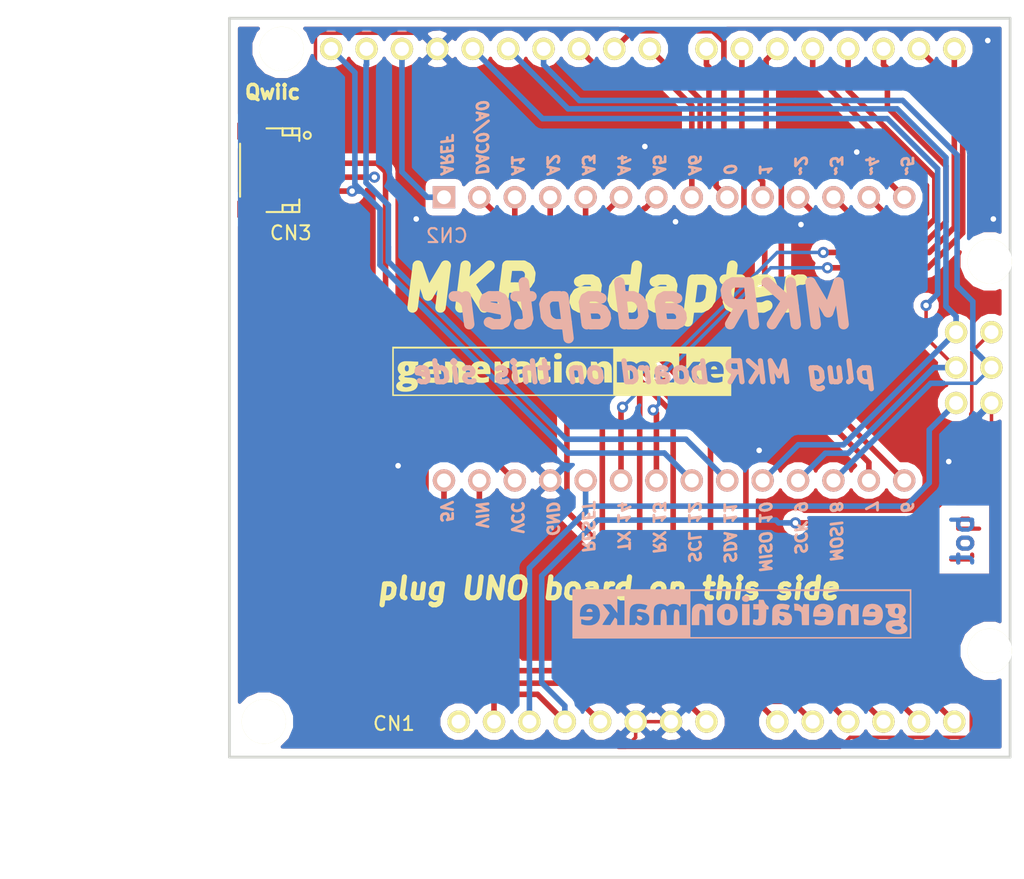
<source format=kicad_pcb>
(kicad_pcb (version 20171130) (host pcbnew 5.0.2-bee76a0~70~ubuntu18.04.1)

  (general
    (thickness 1.6)
    (drawings 43)
    (tracks 290)
    (zones 0)
    (modules 5)
    (nets 29)
  )

  (page A4)
  (layers
    (0 F.Cu signal)
    (31 B.Cu signal)
    (32 B.Adhes user)
    (33 F.Adhes user)
    (34 B.Paste user)
    (35 F.Paste user)
    (36 B.SilkS user)
    (37 F.SilkS user)
    (38 B.Mask user)
    (39 F.Mask user)
    (40 Dwgs.User user)
    (41 Cmts.User user)
    (42 Eco1.User user)
    (43 Eco2.User user)
    (44 Edge.Cuts user)
    (45 Margin user)
    (46 B.CrtYd user)
    (47 F.CrtYd user)
    (48 B.Fab user)
    (49 F.Fab user)
  )

  (setup
    (last_trace_width 0.4)
    (user_trace_width 0.4)
    (trace_clearance 0.2)
    (zone_clearance 0.508)
    (zone_45_only no)
    (trace_min 0.2)
    (segment_width 0.2)
    (edge_width 0.15)
    (via_size 0.8)
    (via_drill 0.4)
    (via_min_size 0.4)
    (via_min_drill 0.3)
    (uvia_size 0.3)
    (uvia_drill 0.1)
    (uvias_allowed no)
    (uvia_min_size 0.2)
    (uvia_min_drill 0.1)
    (pcb_text_width 0.3)
    (pcb_text_size 1.5 1.5)
    (mod_edge_width 0.15)
    (mod_text_size 1 1)
    (mod_text_width 0.15)
    (pad_size 1.524 1.524)
    (pad_drill 0.762)
    (pad_to_mask_clearance 0.051)
    (solder_mask_min_width 0.25)
    (aux_axis_origin 0 0)
    (visible_elements FFFFFF7F)
    (pcbplotparams
      (layerselection 0x010fc_ffffffff)
      (usegerberextensions false)
      (usegerberattributes false)
      (usegerberadvancedattributes false)
      (creategerberjobfile false)
      (excludeedgelayer true)
      (linewidth 0.100000)
      (plotframeref false)
      (viasonmask false)
      (mode 1)
      (useauxorigin false)
      (hpglpennumber 1)
      (hpglpenspeed 20)
      (hpglpendiameter 15.000000)
      (psnegative false)
      (psa4output false)
      (plotreference true)
      (plotvalue true)
      (plotinvisibletext false)
      (padsonsilk false)
      (subtractmaskfromsilk false)
      (outputformat 1)
      (mirror false)
      (drillshape 1)
      (scaleselection 1)
      (outputdirectory ""))
  )

  (net 0 "")
  (net 1 GND)
  (net 2 +3V3)
  (net 3 /SDA)
  (net 4 /SCL)
  (net 5 /TX)
  (net 6 /2)
  (net 7 /3)
  (net 8 /4)
  (net 9 /5)
  (net 10 /6)
  (net 11 /7)
  (net 12 /8)
  (net 13 /9)
  (net 14 /10)
  (net 15 /MOSI)
  (net 16 /MISO)
  (net 17 /SCK)
  (net 18 /AREF)
  (net 19 /A5)
  (net 20 /A4)
  (net 21 /A3)
  (net 22 /A2)
  (net 23 /A1)
  (net 24 /A0)
  (net 25 /VIN)
  (net 26 /5V)
  (net 27 /RESET)
  (net 28 /RX)

  (net_class Default "This is the default net class."
    (clearance 0.2)
    (trace_width 0.25)
    (via_dia 0.8)
    (via_drill 0.4)
    (uvia_dia 0.3)
    (uvia_drill 0.1)
    (add_net +3V3)
    (add_net /10)
    (add_net /2)
    (add_net /3)
    (add_net /4)
    (add_net /5)
    (add_net /5V)
    (add_net /6)
    (add_net /7)
    (add_net /8)
    (add_net /9)
    (add_net /A0)
    (add_net /A1)
    (add_net /A2)
    (add_net /A3)
    (add_net /A4)
    (add_net /A5)
    (add_net /AREF)
    (add_net /MISO)
    (add_net /MOSI)
    (add_net /RESET)
    (add_net /RX)
    (add_net /SCK)
    (add_net /SCL)
    (add_net /SDA)
    (add_net /TX)
    (add_net /VIN)
    (add_net GND)
  )

  (module labels:generationmake_logo (layer B.Cu) (tedit 0) (tstamp 5D42B2C7)
    (at 136.8 115 180)
    (fp_text reference G*** (at 0 0 180) (layer B.SilkS) hide
      (effects (font (size 1.524 1.524) (thickness 0.3)) (justify mirror))
    )
    (fp_text value generationmake_logo (at 0.75 0 180) (layer B.SilkS) hide
      (effects (font (size 1.524 1.524) (thickness 0.3)) (justify mirror))
    )
    (fp_poly (pts (xy 11.083183 5.605306) (xy 11.15067 5.540309) (xy 11.182816 5.46735) (xy 11.18723 5.440321)
      (xy 11.178418 5.423524) (xy 11.147223 5.414527) (xy 11.084488 5.410897) (xy 10.981056 5.410202)
      (xy 10.967704 5.4102) (xy 10.858833 5.411272) (xy 10.7922 5.415556) (xy 10.759265 5.42466)
      (xy 10.751491 5.44019) (xy 10.754182 5.450378) (xy 10.767868 5.498122) (xy 10.7696 5.512888)
      (xy 10.786463 5.544584) (xy 10.825189 5.587011) (xy 10.907161 5.633101) (xy 10.997586 5.637718)
      (xy 11.083183 5.605306)) (layer B.SilkS) (width 0.01))
    (fp_poly (pts (xy 7.544203 5.1258) (xy 7.56532 5.100453) (xy 7.5692 5.043317) (xy 7.550111 4.953016)
      (xy 7.500289 4.879116) (xy 7.430903 4.828248) (xy 7.35312 4.807047) (xy 7.278106 4.822146)
      (xy 7.241645 4.848755) (xy 7.203144 4.895598) (xy 7.1882 4.92927) (xy 7.211624 4.999885)
      (xy 7.274 5.062113) (xy 7.363483 5.108101) (xy 7.468226 5.129997) (xy 7.492184 5.1308)
      (xy 7.544203 5.1258)) (layer B.SilkS) (width 0.01))
    (fp_poly (pts (xy -0.148025 6.577706) (xy -0.056702 6.547583) (xy -0.000879 6.494188) (xy 0.026232 6.415068)
      (xy 0.02478 6.326301) (xy -0.005082 6.243965) (xy -0.060106 6.186043) (xy -0.151789 6.148982)
      (xy -0.259191 6.134009) (xy -0.321751 6.138826) (xy -0.411818 6.178742) (xy -0.474071 6.248955)
      (xy -0.504218 6.336396) (xy -0.497969 6.427994) (xy -0.451033 6.510679) (xy -0.445655 6.516255)
      (xy -0.366457 6.563639) (xy -0.261187 6.584611) (xy -0.148025 6.577706)) (layer B.SilkS) (width 0.01))
    (fp_poly (pts (xy 3.268139 5.974369) (xy 3.403799 5.913487) (xy 3.511815 5.810573) (xy 3.564449 5.7277)
      (xy 3.582005 5.691051) (xy 3.595508 5.650981) (xy 3.605639 5.600172) (xy 3.613078 5.531303)
      (xy 3.618507 5.437054) (xy 3.622607 5.310104) (xy 3.626058 5.143133) (xy 3.627658 5.04825)
      (xy 3.637024 4.4704) (xy 3.102613 4.4704) (xy 3.094356 4.975792) (xy 3.091096 5.150411)
      (xy 3.08732 5.281485) (xy 3.082293 5.376267) (xy 3.07528 5.442011) (xy 3.065546 5.485971)
      (xy 3.052356 5.515401) (xy 3.037713 5.534592) (xy 2.971855 5.575524) (xy 2.889157 5.587309)
      (xy 2.812134 5.56877) (xy 2.782947 5.54792) (xy 2.747963 5.508868) (xy 2.721717 5.466088)
      (xy 2.702766 5.411629) (xy 2.689662 5.337542) (xy 2.680962 5.23588) (xy 2.67522 5.098692)
      (xy 2.6713 4.93395) (xy 2.662155 4.4704) (xy 2.1336 4.4704) (xy 2.1336 5.971055)
      (xy 2.341105 5.963678) (xy 2.443415 5.959338) (xy 2.506436 5.952506) (xy 2.541651 5.939046)
      (xy 2.560545 5.914821) (xy 2.573182 5.8801) (xy 2.592625 5.824226) (xy 2.60556 5.794783)
      (xy 2.605762 5.794532) (xy 2.627626 5.804279) (xy 2.675429 5.839305) (xy 2.717711 5.874132)
      (xy 2.802902 5.936436) (xy 2.890808 5.973641) (xy 2.998513 5.991081) (xy 3.10279 5.9944)
      (xy 3.268139 5.974369)) (layer B.SilkS) (width 0.01))
    (fp_poly (pts (xy 0.0254 4.4704) (xy -0.508 4.4704) (xy -0.508 5.969) (xy 0.0254 5.969)
      (xy 0.0254 4.4704)) (layer B.SilkS) (width 0.01))
    (fp_poly (pts (xy -3.717482 5.838275) (xy -3.726464 5.738176) (xy -3.732391 5.644982) (xy -3.7338 5.596975)
      (xy -3.7338 5.5118) (xy -3.876012 5.5118) (xy -4.02023 5.496761) (xy -4.132376 5.45337)
      (xy -4.206433 5.384222) (xy -4.217653 5.364526) (xy -4.233835 5.303343) (xy -4.246892 5.19283)
      (xy -4.256696 5.03437) (xy -4.261883 4.88315) (xy -4.272421 4.4704) (xy -4.7752 4.4704)
      (xy -4.7752 5.969) (xy -4.375403 5.969) (xy -4.3434 5.8547) (xy -4.315838 5.77527)
      (xy -4.289507 5.744369) (xy -4.261265 5.759915) (xy -4.243294 5.788409) (xy -4.20827 5.828976)
      (xy -4.146003 5.881465) (xy -4.098346 5.915409) (xy -4.009751 5.966078) (xy -3.927813 5.98942)
      (xy -3.840127 5.9944) (xy -3.701164 5.9944) (xy -3.717482 5.838275)) (layer B.SilkS) (width 0.01))
    (fp_poly (pts (xy -7.254624 5.981418) (xy -7.117926 5.942535) (xy -7.010543 5.880555) (xy -6.979619 5.851008)
      (xy -6.939302 5.800723) (xy -6.907856 5.746857) (xy -6.884043 5.682307) (xy -6.866626 5.599972)
      (xy -6.854368 5.492749) (xy -6.846032 5.353534) (xy -6.84038 5.175226) (xy -6.837569 5.03555)
      (xy -6.827702 4.4704) (xy -7.362187 4.4704) (xy -7.370444 4.975792) (xy -7.373704 5.150411)
      (xy -7.37748 5.281485) (xy -7.382507 5.376267) (xy -7.38952 5.442011) (xy -7.399254 5.485971)
      (xy -7.412444 5.515401) (xy -7.427087 5.534592) (xy -7.496781 5.577583) (xy -7.583185 5.586706)
      (xy -7.664841 5.56162) (xy -7.694551 5.53885) (xy -7.73079 5.491434) (xy -7.757972 5.426876)
      (xy -7.777172 5.338333) (xy -7.789468 5.218963) (xy -7.795934 5.061923) (xy -7.797659 4.88315)
      (xy -7.7978 4.4704) (xy -8.3312 4.4704) (xy -8.3312 5.971055) (xy -8.123695 5.963678)
      (xy -8.021385 5.959338) (xy -7.958364 5.952506) (xy -7.923149 5.939046) (xy -7.904255 5.914821)
      (xy -7.891618 5.8801) (xy -7.872175 5.824226) (xy -7.85924 5.794783) (xy -7.859038 5.794532)
      (xy -7.837174 5.804279) (xy -7.789371 5.839305) (xy -7.747089 5.874132) (xy -7.672007 5.928775)
      (xy -7.597165 5.968335) (xy -7.5649 5.978751) (xy -7.407872 5.994419) (xy -7.254624 5.981418)) (layer B.SilkS) (width 0.01))
    (fp_poly (pts (xy 1.238274 5.98345) (xy 1.415471 5.93772) (xy 1.563872 5.850915) (xy 1.685039 5.722253)
      (xy 1.739677 5.635132) (xy 1.777896 5.557496) (xy 1.801845 5.4838) (xy 1.815673 5.396048)
      (xy 1.823533 5.276242) (xy 1.823783 5.2705) (xy 1.817774 5.062203) (xy 1.778759 4.88776)
      (xy 1.704607 4.740686) (xy 1.614848 4.634753) (xy 1.486523 4.542716) (xy 1.328195 4.479487)
      (xy 1.153171 4.447321) (xy 0.974757 4.448477) (xy 0.806258 4.485211) (xy 0.783231 4.493706)
      (xy 0.648436 4.557175) (xy 0.549723 4.632996) (xy 0.472381 4.734349) (xy 0.432576 4.807874)
      (xy 0.361973 5.005663) (xy 0.335274 5.215275) (xy 0.335984 5.223946) (xy 0.8763 5.223946)
      (xy 0.877164 5.102882) (xy 0.881178 5.021097) (xy 0.890474 4.967081) (xy 0.907186 4.929322)
      (xy 0.933444 4.89631) (xy 0.937877 4.891547) (xy 1.016765 4.838472) (xy 1.105283 4.8263)
      (xy 1.187903 4.855601) (xy 1.217894 4.881251) (xy 1.259549 4.943947) (xy 1.284519 5.029561)
      (xy 1.294409 5.147102) (xy 1.291424 5.294081) (xy 1.283338 5.399594) (xy 1.269231 5.469506)
      (xy 1.244886 5.518985) (xy 1.220709 5.548293) (xy 1.140828 5.602327) (xy 1.052615 5.607608)
      (xy 0.96231 5.564052) (xy 0.947566 5.5521) (xy 0.915785 5.522648) (xy 0.89521 5.492528)
      (xy 0.883407 5.450531) (xy 0.877941 5.385449) (xy 0.876378 5.286076) (xy 0.8763 5.223946)
      (xy 0.335984 5.223946) (xy 0.352474 5.425091) (xy 0.413572 5.623493) (xy 0.432776 5.6642)
      (xy 0.524848 5.791398) (xy 0.656001 5.889111) (xy 0.822614 5.955373) (xy 1.021067 5.98822)
      (xy 1.030716 5.988882) (xy 1.238274 5.98345)) (layer B.SilkS) (width 0.01))
    (fp_poly (pts (xy -1.1684 5.969) (xy -0.7874 5.969) (xy -0.7874 5.588) (xy -1.1684 5.588)
      (xy -1.1684 5.261737) (xy -1.166134 5.100813) (xy -1.155778 4.984981) (xy -1.131995 4.90861)
      (xy -1.089449 4.866066) (xy -1.022803 4.851718) (xy -0.926721 4.859932) (xy -0.808926 4.882325)
      (xy -0.789534 4.872547) (xy -0.776787 4.828645) (xy -0.768963 4.743416) (xy -0.767293 4.708098)
      (xy -0.759886 4.526696) (xy -0.879768 4.485848) (xy -1.02069 4.453714) (xy -1.174934 4.444272)
      (xy -1.324037 4.457016) (xy -1.449537 4.491438) (xy -1.472697 4.50215) (xy -1.543255 4.543782)
      (xy -1.596874 4.592052) (xy -1.636049 4.654421) (xy -1.663278 4.738352) (xy -1.681056 4.851307)
      (xy -1.691879 5.00075) (xy -1.697798 5.175115) (xy -1.707765 5.588) (xy -1.793683 5.588)
      (xy -1.84755 5.590913) (xy -1.872296 5.609126) (xy -1.879227 5.656853) (xy -1.879545 5.69595)
      (xy -1.875643 5.761933) (xy -1.85668 5.806764) (xy -1.811646 5.848299) (xy -1.765993 5.8801)
      (xy -1.69071 5.940443) (xy -1.63458 6.013555) (xy -1.584438 6.11505) (xy -1.51638 6.2738)
      (xy -1.1684 6.2738) (xy -1.1684 5.969)) (layer B.SilkS) (width 0.01))
    (fp_poly (pts (xy -2.559414 5.9727) (xy -2.423059 5.935326) (xy -2.318651 5.874135) (xy -2.238072 5.785267)
      (xy -2.21012 5.740081) (xy -2.189555 5.701655) (xy -2.173842 5.664472) (xy -2.162209 5.621118)
      (xy -2.153886 5.564178) (xy -2.148103 5.486239) (xy -2.14409 5.379888) (xy -2.141075 5.23771)
      (xy -2.13829 5.052291) (xy -2.138234 5.04825) (xy -2.130167 4.4704) (xy -2.319302 4.4704)
      (xy -2.416208 4.471278) (xy -2.474911 4.476827) (xy -2.508006 4.491423) (xy -2.528091 4.519441)
      (xy -2.540226 4.547145) (xy -2.57355 4.613762) (xy -2.606466 4.634085) (xy -2.651151 4.61104)
      (xy -2.684295 4.581747) (xy -2.756357 4.525709) (xy -2.833493 4.481538) (xy -2.837635 4.479733)
      (xy -2.925677 4.457388) (xy -3.040796 4.447635) (xy -3.161789 4.450423) (xy -3.267454 4.465702)
      (xy -3.3147 4.480856) (xy -3.428386 4.554625) (xy -3.505342 4.659902) (xy -3.547019 4.799363)
      (xy -3.556 4.925498) (xy -3.551531 4.958765) (xy -3.022212 4.958765) (xy -3.00348 4.870104)
      (xy -2.95256 4.817732) (xy -2.875585 4.804589) (xy -2.778685 4.833613) (xy -2.770093 4.837929)
      (xy -2.705342 4.896359) (xy -2.659222 4.985696) (xy -2.641601 5.086808) (xy -2.6416 5.087022)
      (xy -2.647095 5.116487) (xy -2.67201 5.129044) (xy -2.728992 5.128538) (xy -2.767157 5.125199)
      (xy -2.892565 5.100103) (xy -2.97749 5.054007) (xy -3.018693 4.989025) (xy -3.022212 4.958765)
      (xy -3.551531 4.958765) (xy -3.536164 5.073134) (xy -3.474574 5.194117) (xy -3.377361 5.288061)
      (xy -3.292853 5.332595) (xy -3.175889 5.370967) (xy -3.044793 5.398403) (xy -2.917888 5.410129)
      (xy -2.9083 5.410246) (xy -2.781064 5.417643) (xy -2.701279 5.439163) (xy -2.667238 5.476121)
      (xy -2.677233 5.529833) (xy -2.702294 5.568863) (xy -2.766157 5.615832) (xy -2.862929 5.629818)
      (xy -2.995014 5.610953) (xy -3.074695 5.58935) (xy -3.163134 5.563964) (xy -3.230535 5.547393)
      (xy -3.26427 5.542684) (xy -3.265736 5.543269) (xy -3.27997 5.569509) (xy -3.308137 5.629029)
      (xy -3.341244 5.702449) (xy -3.376083 5.784697) (xy -3.390619 5.833802) (xy -3.386571 5.8624)
      (xy -3.365821 5.883007) (xy -3.287923 5.920814) (xy -3.172534 5.952656) (xy -3.032826 5.976294)
      (xy -2.881971 5.989487) (xy -2.735834 5.990119) (xy -2.559414 5.9727)) (layer B.SilkS) (width 0.01))
    (fp_poly (pts (xy -5.678675 5.989781) (xy -5.516253 5.956875) (xy -5.482669 5.945217) (xy -5.339971 5.874415)
      (xy -5.232409 5.780022) (xy -5.156472 5.656359) (xy -5.108646 5.497746) (xy -5.085692 5.303409)
      (xy -5.072954 5.08) (xy -5.546377 5.08) (xy -5.695143 5.079227) (xy -5.824745 5.077074)
      (xy -5.927304 5.073794) (xy -5.994946 5.069642) (xy -6.019794 5.064871) (xy -6.0198 5.064789)
      (xy -6.009876 5.03388) (xy -5.985428 4.977298) (xy -5.979744 4.965164) (xy -5.912227 4.879887)
      (xy -5.807146 4.827409) (xy -5.666261 4.808369) (xy -5.562711 4.813531) (xy -5.460574 4.828526)
      (xy -5.365714 4.849376) (xy -5.311849 4.866622) (xy -5.249 4.890257) (xy -5.20628 4.901935)
      (xy -5.202786 4.9022) (xy -5.192378 4.878958) (xy -5.186545 4.81762) (xy -5.186378 4.730771)
      (xy -5.186838 4.71805) (xy -5.1943 4.5339) (xy -5.3213 4.490562) (xy -5.444943 4.462479)
      (xy -5.598344 4.44811) (xy -5.762476 4.447426) (xy -5.91831 4.4604) (xy -6.046816 4.487003)
      (xy -6.06115 4.491677) (xy -6.193124 4.545285) (xy -6.289759 4.605921) (xy -6.366419 4.68377)
      (xy -6.382579 4.704828) (xy -6.468573 4.861437) (xy -6.519213 5.04269) (xy -6.534399 5.236657)
      (xy -6.516251 5.4102) (xy -5.999908 5.4102) (xy -5.781254 5.4102) (xy -5.67513 5.411254)
      (xy -5.610021 5.415826) (xy -5.576162 5.426031) (xy -5.563788 5.443985) (xy -5.5626 5.457575)
      (xy -5.577713 5.509927) (xy -5.614176 5.570507) (xy -5.615244 5.571875) (xy -5.686103 5.626255)
      (xy -5.771842 5.64224) (xy -5.858566 5.623294) (xy -5.932378 5.572885) (xy -5.979381 5.494479)
      (xy -5.983371 5.48005) (xy -5.999908 5.4102) (xy -6.516251 5.4102) (xy -6.514033 5.431408)
      (xy -6.458016 5.615013) (xy -6.39114 5.740364) (xy -6.298933 5.837097) (xy -6.170483 5.912908)
      (xy -6.01689 5.965294) (xy -5.849253 5.991753) (xy -5.678675 5.989781)) (layer B.SilkS) (width 0.01))
    (fp_poly (pts (xy -9.274063 5.989342) (xy -9.084016 5.963282) (xy -8.930561 5.907276) (xy -8.81084 5.818238)
      (xy -8.721992 5.693082) (xy -8.661158 5.52872) (xy -8.625478 5.322067) (xy -8.62197 5.285531)
      (xy -8.604041 5.08) (xy -9.077221 5.08) (xy -9.243215 5.079715) (xy -9.365161 5.078407)
      (xy -9.449808 5.075402) (xy -9.503905 5.070024) (xy -9.534203 5.061596) (xy -9.547452 5.049443)
      (xy -9.5504 5.03289) (xy -9.5504 5.032626) (xy -9.528165 4.962406) (xy -9.47041 4.892985)
      (xy -9.390566 4.838752) (xy -9.356545 4.824893) (xy -9.257703 4.808692) (xy -9.130341 4.810919)
      (xy -8.992674 4.830084) (xy -8.862915 4.864699) (xy -8.860846 4.865425) (xy -8.791588 4.888099)
      (xy -8.742383 4.901041) (xy -8.733294 4.9022) (xy -8.722883 4.878971) (xy -8.717095 4.81772)
      (xy -8.717031 4.731104) (xy -8.717438 4.720158) (xy -8.7249 4.538116) (xy -8.8519 4.493527)
      (xy -8.971386 4.465553) (xy -9.12192 4.450395) (xy -9.285394 4.44805) (xy -9.443698 4.458516)
      (xy -9.578726 4.481794) (xy -9.618964 4.493586) (xy -9.783387 4.571653) (xy -9.910328 4.681916)
      (xy -10.001149 4.826268) (xy -10.057215 5.006602) (xy -10.074034 5.125029) (xy -10.075024 5.346479)
      (xy -10.05771 5.431369) (xy -9.541668 5.431369) (xy -9.522075 5.419418) (xy -9.47317 5.412968)
      (xy -9.386481 5.410462) (xy -9.3218 5.4102) (xy -9.211472 5.411238) (xy -9.143449 5.415389)
      (xy -9.109261 5.42421) (xy -9.100437 5.439257) (xy -9.103183 5.450378) (xy -9.116889 5.498769)
      (xy -9.1186 5.513878) (xy -9.141235 5.56352) (xy -9.198401 5.607066) (xy -9.27399 5.634375)
      (xy -9.317011 5.6388) (xy -9.393844 5.625192) (xy -9.464674 5.590971) (xy -9.513139 5.546043)
      (xy -9.525 5.512888) (xy -9.53334 5.471332) (xy -9.540418 5.450378) (xy -9.541668 5.431369)
      (xy -10.05771 5.431369) (xy -10.035721 5.539176) (xy -9.958254 5.700822) (xy -9.844753 5.829115)
      (xy -9.697345 5.921756) (xy -9.51816 5.976443) (xy -9.309328 5.990877) (xy -9.274063 5.989342)) (layer B.SilkS) (width 0.01))
    (fp_poly (pts (xy -10.96604 5.98751) (xy -10.801505 5.982049) (xy -10.76325 5.980673) (xy -10.2616 5.962524)
      (xy -10.2616 5.842828) (xy -10.264009 5.769504) (xy -10.278972 5.729519) (xy -10.318097 5.705418)
      (xy -10.363582 5.689475) (xy -10.427574 5.6641) (xy -10.452302 5.638364) (xy -10.44865 5.602859)
      (xy -10.432467 5.485442) (xy -10.447504 5.354234) (xy -10.490871 5.233088) (xy -10.494244 5.226781)
      (xy -10.582749 5.117626) (xy -10.713261 5.036252) (xy -10.885015 4.983027) (xy -11.043193 4.961589)
      (xy -11.147279 4.952108) (xy -11.210298 4.941446) (xy -11.241952 4.926692) (xy -11.251945 4.904937)
      (xy -11.2522 4.89892) (xy -11.24709 4.873052) (xy -11.226699 4.85423) (xy -11.183438 4.840711)
      (xy -11.109716 4.830751) (xy -10.997946 4.822607) (xy -10.8966 4.817229) (xy -10.762715 4.806103)
      (xy -10.643251 4.787848) (xy -10.55535 4.765166) (xy -10.547674 4.76225) (xy -10.418083 4.687428)
      (xy -10.330214 4.586074) (xy -10.285559 4.462671) (xy -10.28561 4.321705) (xy -10.33186 4.167662)
      (xy -10.342313 4.144875) (xy -10.423946 4.031703) (xy -10.547797 3.939996) (xy -10.709209 3.871641)
      (xy -10.903525 3.828524) (xy -11.126088 3.812531) (xy -11.162751 3.8126) (xy -11.275534 3.815948)
      (xy -11.377441 3.822617) (xy -11.451545 3.831376) (xy -11.4681 3.83479) (xy -11.626253 3.891794)
      (xy -11.739301 3.970661) (xy -11.808692 4.072917) (xy -11.835872 4.200086) (xy -11.8364 4.223039)
      (xy -11.83219 4.241331) (xy -11.395921 4.241331) (xy -11.364922 4.191746) (xy -11.289136 4.152196)
      (xy -11.165859 4.120556) (xy -11.148915 4.1174) (xy -11.118126 4.12025) (xy -11.052809 4.130286)
      (xy -10.983815 4.142334) (xy -10.883678 4.169712) (xy -10.79806 4.209416) (xy -10.739092 4.254449)
      (xy -10.7188 4.295214) (xy -10.743285 4.340308) (xy -10.81437 4.375776) (xy -10.928499 4.400065)
      (xy -10.969653 4.404846) (xy -11.132001 4.410265) (xy -11.258823 4.391902) (xy -11.34629 4.350695)
      (xy -11.384834 4.303079) (xy -11.395921 4.241331) (xy -11.83219 4.241331) (xy -11.815217 4.315059)
      (xy -11.760362 4.409006) (xy -11.684878 4.48685) (xy -11.617411 4.525776) (xy -11.552071 4.555778)
      (xy -11.535309 4.583461) (xy -11.565349 4.613217) (xy -11.578917 4.620936) (xy -11.621888 4.661702)
      (xy -11.658198 4.72343) (xy -11.673537 4.819964) (xy -11.640605 4.910356) (xy -11.561929 4.987778)
      (xy -11.559906 4.989148) (xy -11.487625 5.037727) (xy -11.583174 5.128714) (xy -11.676207 5.248714)
      (xy -11.721987 5.38689) (xy -11.721182 5.487263) (xy -11.2268 5.487263) (xy -11.212174 5.372186)
      (xy -11.169567 5.295468) (xy -11.100889 5.25998) (xy -11.0744 5.2578) (xy -10.996491 5.28017)
      (xy -10.961541 5.314252) (xy -10.929685 5.394149) (xy -10.923449 5.491869) (xy -10.940574 5.589)
      (xy -10.978798 5.667125) (xy -11.008353 5.695562) (xy -11.075966 5.716323) (xy -11.13922 5.693911)
      (xy -11.190244 5.635829) (xy -11.221168 5.549582) (xy -11.2268 5.487263) (xy -11.721182 5.487263)
      (xy -11.720726 5.543969) (xy -11.714068 5.581563) (xy -11.664481 5.729886) (xy -11.581727 5.841718)
      (xy -11.46112 5.922632) (xy -11.40868 5.944836) (xy -11.356426 5.963335) (xy -11.307114 5.976637)
      (xy -11.252082 5.985225) (xy -11.182666 5.989579) (xy -11.090207 5.990181) (xy -10.96604 5.98751)) (layer B.SilkS) (width 0.01))
    (fp_poly (pts (xy 12.192 3.5052) (xy -12.1158 3.5052) (xy -12.1158 6.9088) (xy -12.0142 6.9088)
      (xy -12.0142 3.6068) (xy 3.7338 3.6068) (xy 3.7338 5.969) (xy 3.9878 5.969)
      (xy 3.9878 4.4704) (xy 4.5212 4.4704) (xy 4.521341 4.89585) (xy 4.522962 5.045521)
      (xy 4.527349 5.184327) (xy 4.53394 5.301285) (xy 4.542174 5.38541) (xy 4.548001 5.416791)
      (xy 4.595009 5.510729) (xy 4.66912 5.568793) (xy 4.761257 5.584074) (xy 4.76702 5.583496)
      (xy 4.812854 5.572479) (xy 4.848406 5.547359) (xy 4.87511 5.502291) (xy 4.8944 5.431432)
      (xy 4.907713 5.328935) (xy 4.916481 5.188958) (xy 4.922141 5.005654) (xy 4.923347 4.94665)
      (xy 4.932358 4.4704) (xy 5.4356 4.4704) (xy 5.43611 4.80695) (xy 5.440268 5.039763)
      (xy 5.45268 5.225983) (xy 5.474423 5.36931) (xy 5.506576 5.473443) (xy 5.550217 5.54208)
      (xy 5.606424 5.578921) (xy 5.663772 5.588) (xy 5.723939 5.579327) (xy 5.771565 5.550154)
      (xy 5.807944 5.49575) (xy 5.834374 5.411384) (xy 5.852149 5.292324) (xy 5.862565 5.13384)
      (xy 5.866919 4.931201) (xy 5.867252 4.84505) (xy 5.8674 4.4704) (xy 6.3754 4.4704)
      (xy 6.3754 4.9149) (xy 6.668593 4.9149) (xy 6.688166 4.749207) (xy 6.744213 4.617508)
      (xy 6.835718 4.521162) (xy 6.961667 4.461531) (xy 7.016001 4.449182) (xy 7.141443 4.440247)
      (xy 7.272003 4.45185) (xy 7.388601 4.481065) (xy 7.462705 4.517715) (xy 7.52254 4.564857)
      (xy 7.567023 4.6075) (xy 7.568215 4.608915) (xy 7.603286 4.64175) (xy 7.631666 4.636988)
      (xy 7.663039 4.590268) (xy 7.678384 4.5593) (xy 7.720778 4.4704) (xy 8.107498 4.4704)
      (xy 8.4582 4.4704) (xy 8.9916 4.4704) (xy 8.992038 4.67995) (xy 8.993076 4.783395)
      (xy 8.998287 4.849057) (xy 9.01161 4.889953) (xy 9.036988 4.919099) (xy 9.072388 4.945341)
      (xy 9.152298 5.001182) (xy 9.315173 4.735791) (xy 9.478047 4.4704) (xy 9.768223 4.4704)
      (xy 9.882815 4.471734) (xy 9.976059 4.475356) (xy 10.037896 4.480703) (xy 10.0584 4.486708)
      (xy 10.045253 4.512135) (xy 10.008626 4.573349) (xy 9.952736 4.663551) (xy 9.8818 4.775944)
      (xy 9.800035 4.90373) (xy 9.790715 4.918195) (xy 9.617042 5.187562) (xy 10.21271 5.187562)
      (xy 10.229531 5.015928) (xy 10.248649 4.936367) (xy 10.322723 4.765347) (xy 10.432651 4.630301)
      (xy 10.578364 4.531283) (xy 10.759794 4.468347) (xy 10.862 4.45066) (xy 11.005043 4.442058)
      (xy 11.16279 4.447413) (xy 11.3153 4.465045) (xy 11.442633 4.493272) (xy 11.4681 4.501753)
      (xy 11.5697 4.538841) (xy 11.577162 4.720521) (xy 11.579162 4.822296) (xy 11.570158 4.88024)
      (xy 11.543166 4.901161) (xy 11.491203 4.891867) (xy 11.426751 4.867168) (xy 11.308822 4.832711)
      (xy 11.172792 4.813563) (xy 11.041315 4.811731) (xy 10.950914 4.825054) (xy 10.861399 4.865864)
      (xy 10.789727 4.928877) (xy 10.748971 5.000967) (xy 10.7442 5.032626) (xy 10.747113 5.049494)
      (xy 10.760429 5.06181) (xy 10.791013 5.070285) (xy 10.845729 5.075629) (xy 10.931442 5.078556)
      (xy 11.055017 5.079775) (xy 11.2014 5.08) (xy 11.6586 5.08) (xy 11.6586 5.282686)
      (xy 11.641645 5.488064) (xy 11.590117 5.657282) (xy 11.50302 5.792305) (xy 11.37936 5.895092)
      (xy 11.335427 5.91971) (xy 11.270467 5.949348) (xy 11.206616 5.967856) (xy 11.128867 5.977713)
      (xy 11.022213 5.981396) (xy 10.9601 5.9817) (xy 10.784711 5.97407) (xy 10.646349 5.948501)
      (xy 10.533184 5.900978) (xy 10.433387 5.827485) (xy 10.394264 5.789611) (xy 10.315984 5.677749)
      (xy 10.258153 5.531461) (xy 10.22299 5.363736) (xy 10.21271 5.187562) (xy 9.617042 5.187562)
      (xy 9.52303 5.333374) (xy 9.776819 5.644837) (xy 10.030607 5.9563) (xy 9.746053 5.963686)
      (xy 9.646139 5.967328) (xy 9.57109 5.969027) (xy 9.513326 5.963889) (xy 9.465271 5.947019)
      (xy 9.419346 5.913523) (xy 9.367972 5.858506) (xy 9.303573 5.777072) (xy 9.218569 5.664328)
      (xy 9.157517 5.583552) (xy 8.970703 5.337804) (xy 8.974801 5.939152) (xy 8.9789 6.5405)
      (xy 8.4582 6.554978) (xy 8.4582 4.4704) (xy 8.107498 4.4704) (xy 8.096878 5.03555)
      (xy 8.092441 5.23274) (xy 8.087109 5.385728) (xy 8.080366 5.501114) (xy 8.071694 5.585494)
      (xy 8.060577 5.645468) (xy 8.046496 5.687632) (xy 8.045609 5.6896) (xy 7.970718 5.813453)
      (xy 7.871994 5.903201) (xy 7.743795 5.961662) (xy 7.580481 5.991656) (xy 7.429998 5.997151)
      (xy 7.236569 5.984645) (xy 7.053092 5.952808) (xy 6.89893 5.905032) (xy 6.895006 5.903407)
      (xy 6.809813 5.867811) (xy 6.874039 5.721556) (xy 6.910801 5.64157) (xy 6.94189 5.580472)
      (xy 6.958296 5.554506) (xy 6.990564 5.5514) (xy 7.057523 5.562219) (xy 7.145729 5.584657)
      (xy 7.161496 5.589348) (xy 7.303268 5.622841) (xy 7.410238 5.624879) (xy 7.48817 5.594585)
      (xy 7.542598 5.531491) (xy 7.565064 5.479849) (xy 7.566307 5.449649) (xy 7.566127 5.449461)
      (xy 7.53618 5.441068) (xy 7.467276 5.430167) (xy 7.371086 5.418443) (xy 7.303255 5.411536)
      (xy 7.093358 5.380123) (xy 6.928466 5.328722) (xy 6.806099 5.255392) (xy 6.723776 5.15819)
      (xy 6.679015 5.035176) (xy 6.668593 4.9149) (xy 6.3754 4.9149) (xy 6.3754 5.024676)
      (xy 6.374168 5.241092) (xy 6.369614 5.413453) (xy 6.360451 5.548464) (xy 6.345393 5.652829)
      (xy 6.323153 5.733253) (xy 6.292443 5.796441) (xy 6.251976 5.849096) (xy 6.209244 5.89032)
      (xy 6.098898 5.956092) (xy 5.962428 5.990772) (xy 5.813979 5.994237) (xy 5.667698 5.966362)
      (xy 5.537729 5.907024) (xy 5.52185 5.896346) (xy 5.446085 5.845182) (xy 5.398237 5.822366)
      (xy 5.365854 5.825405) (xy 5.336485 5.851807) (xy 5.331119 5.858171) (xy 5.24998 5.921895)
      (xy 5.137905 5.964716) (xy 5.007055 5.986849) (xy 4.869591 5.988507) (xy 4.737674 5.969903)
      (xy 4.623464 5.931252) (xy 4.539121 5.872768) (xy 4.516465 5.843858) (xy 4.482386 5.800503)
      (xy 4.456116 5.801091) (xy 4.430814 5.848181) (xy 4.4196 5.8801) (xy 4.39026 5.969)
      (xy 3.9878 5.969) (xy 3.7338 5.969) (xy 3.7338 6.9088) (xy -12.0142 6.9088)
      (xy -12.1158 6.9088) (xy -12.1158 7.0358) (xy 12.192 7.0358) (xy 12.192 3.5052)) (layer B.SilkS) (width 0.01))
  )

  (module MODULE_compute:ARDUINO_ISP (layer F.Cu) (tedit 5D3B01D7) (tstamp 5D3B221F)
    (at 88.5 120)
    (descr 2)
    (path /5D3B30A3)
    (fp_text reference CN1 (at 23.3 -2.4) (layer F.SilkS)
      (effects (font (size 1 1) (thickness 0.15)))
    )
    (fp_text value ARDUINO_ISP (at 0 -0.5) (layer F.Fab)
      (effects (font (size 1 1) (thickness 0.15)))
    )
    (pad "" np_thru_hole circle (at 66.04 -35.56) (size 3.175 3.175) (drill 3.175) (layers *.Cu *.Mask F.SilkS))
    (pad "" np_thru_hole circle (at 66.04 -7.62) (size 3.175 3.175) (drill 3.175) (layers *.Cu *.Mask F.SilkS))
    (pad "" np_thru_hole circle (at 15.24 -50.8) (size 3.175 3.175) (drill 3.175) (layers *.Cu *.Mask F.SilkS))
    (pad "" np_thru_hole circle (at 13.97 -2.54) (size 3.175 3.175) (drill 3.175) (layers *.Cu *.Mask F.SilkS))
    (pad 23 thru_hole circle (at 50.8 -2.54) (size 1.6 1.6) (drill 1) (layers *.Cu *.Mask F.SilkS)
      (net 24 /A0))
    (pad 22 thru_hole circle (at 53.34 -2.54) (size 1.6 1.6) (drill 1) (layers *.Cu *.Mask F.SilkS)
      (net 23 /A1))
    (pad 21 thru_hole circle (at 55.88 -2.54) (size 1.6 1.6) (drill 1) (layers *.Cu *.Mask F.SilkS)
      (net 22 /A2))
    (pad 20 thru_hole circle (at 58.42 -2.54) (size 1.6 1.6) (drill 1) (layers *.Cu *.Mask F.SilkS)
      (net 21 /A3))
    (pad 19 thru_hole circle (at 60.96 -2.54) (size 1.6 1.6) (drill 1) (layers *.Cu *.Mask F.SilkS)
      (net 20 /A4))
    (pad 18 thru_hole circle (at 63.5 -2.54) (size 1.6 1.6) (drill 1) (layers *.Cu *.Mask F.SilkS)
      (net 19 /A5))
    (pad 31 thru_hole circle (at 27.94 -2.54) (size 1.6 1.6) (drill 1) (layers *.Cu *.Mask F.SilkS))
    (pad 30 thru_hole circle (at 30.48 -2.54) (size 1.6 1.6) (drill 1) (layers *.Cu *.Mask F.SilkS)
      (net 2 +3V3))
    (pad 29 thru_hole circle (at 33.02 -2.54) (size 1.6 1.6) (drill 1) (layers *.Cu *.Mask F.SilkS)
      (net 27 /RESET))
    (pad 28 thru_hole circle (at 35.56 -2.54) (size 1.6 1.6) (drill 1) (layers *.Cu *.Mask F.SilkS)
      (net 2 +3V3))
    (pad 27 thru_hole circle (at 38.1 -2.54) (size 1.6 1.6) (drill 1) (layers *.Cu *.Mask F.SilkS)
      (net 26 /5V))
    (pad 26 thru_hole circle (at 40.64 -2.54) (size 1.6 1.6) (drill 1) (layers *.Cu *.Mask F.SilkS)
      (net 1 GND))
    (pad 25 thru_hole circle (at 43.18 -2.54) (size 1.6 1.6) (drill 1) (layers *.Cu *.Mask F.SilkS)
      (net 1 GND))
    (pad 24 thru_hole circle (at 45.72 -2.54) (size 1.6 1.6) (drill 1) (layers *.Cu *.Mask F.SilkS)
      (net 25 /VIN))
    (pad 7 thru_hole circle (at 45.72 -50.8) (size 1.6 1.6) (drill 1) (layers *.Cu *.Mask F.SilkS)
      (net 11 /7))
    (pad 6 thru_hole circle (at 48.26 -50.8) (size 1.6 1.6) (drill 1) (layers *.Cu *.Mask F.SilkS)
      (net 10 /6))
    (pad 5 thru_hole circle (at 50.8 -50.8) (size 1.6 1.6) (drill 1) (layers *.Cu *.Mask F.SilkS)
      (net 9 /5))
    (pad 4 thru_hole circle (at 53.34 -50.8) (size 1.6 1.6) (drill 1) (layers *.Cu *.Mask F.SilkS)
      (net 8 /4))
    (pad 3 thru_hole circle (at 55.88 -50.8) (size 1.6 1.6) (drill 1) (layers *.Cu *.Mask F.SilkS)
      (net 7 /3))
    (pad 2 thru_hole circle (at 58.42 -50.8) (size 1.6 1.6) (drill 1) (layers *.Cu *.Mask F.SilkS)
      (net 6 /2))
    (pad 1 thru_hole circle (at 60.96 -50.8) (size 1.6 1.6) (drill 1) (layers *.Cu *.Mask F.SilkS)
      (net 5 /TX))
    (pad 17 thru_hole circle (at 18.796 -50.8) (size 1.6 1.6) (drill 1) (layers *.Cu *.Mask F.SilkS)
      (net 4 /SCL))
    (pad 16 thru_hole circle (at 21.336 -50.8) (size 1.6 1.6) (drill 1) (layers *.Cu *.Mask F.SilkS)
      (net 3 /SDA))
    (pad 15 thru_hole circle (at 23.876 -50.8) (size 1.6 1.6) (drill 1) (layers *.Cu *.Mask F.SilkS)
      (net 18 /AREF))
    (pad 14 thru_hole circle (at 26.416 -50.8) (size 1.6 1.6) (drill 1) (layers *.Cu *.Mask F.SilkS)
      (net 1 GND))
    (pad 13 thru_hole circle (at 28.956 -50.8) (size 1.6 1.6) (drill 1) (layers *.Cu *.Mask F.SilkS)
      (net 17 /SCK))
    (pad 12 thru_hole circle (at 31.496 -50.8) (size 1.6 1.6) (drill 1) (layers *.Cu *.Mask F.SilkS)
      (net 16 /MISO))
    (pad 11 thru_hole circle (at 34.036 -50.8) (size 1.6 1.6) (drill 1) (layers *.Cu *.Mask F.SilkS)
      (net 15 /MOSI))
    (pad 10 thru_hole circle (at 36.576 -50.8) (size 1.6 1.6) (drill 1) (layers *.Cu *.Mask F.SilkS)
      (net 14 /10))
    (pad 9 thru_hole circle (at 39.116 -50.8) (size 1.6 1.6) (drill 1) (layers *.Cu *.Mask F.SilkS)
      (net 13 /9))
    (pad 8 thru_hole circle (at 41.656 -50.8) (size 1.6 1.6) (drill 1) (layers *.Cu *.Mask F.SilkS)
      (net 12 /8))
    (pad 0 thru_hole circle (at 63.5 -50.8) (size 1.6 1.6) (drill 1) (layers *.Cu *.Mask F.SilkS)
      (net 28 /RX))
    (pad 41 thru_hole circle (at 63.627 -30.48) (size 1.6 1.6) (drill 1) (layers *.Cu *.Mask F.SilkS)
      (net 16 /MISO))
    (pad 43 thru_hole circle (at 63.627 -27.94) (size 1.6 1.6) (drill 1) (layers *.Cu *.Mask F.SilkS)
      (net 17 /SCK))
    (pad 45 thru_hole circle (at 63.627 -25.4) (size 1.6 1.6) (drill 1) (layers *.Cu *.Mask F.SilkS)
      (net 27 /RESET))
    (pad 46 thru_hole circle (at 66.167 -25.4) (size 1.6 1.6) (drill 1) (layers *.Cu *.Mask F.SilkS)
      (net 1 GND))
    (pad 44 thru_hole circle (at 66.167 -27.94) (size 1.6 1.6) (drill 1) (layers *.Cu *.Mask F.SilkS)
      (net 15 /MOSI))
    (pad 42 thru_hole circle (at 66.167 -30.48) (size 1.6 1.6) (drill 1) (layers *.Cu *.Mask F.SilkS)
      (net 2 +3V3))
    (model ${KISYS3DMOD}/CON_samtec/SSW-106-03-T-S.stp
      (offset (xyz 57 2.5 0))
      (scale (xyz 1 1 1))
      (rotate (xyz -90 0 0))
    )
    (model ${KISYS3DMOD}/CON_samtec/SSW-108-03-T-S.stp
      (offset (xyz 37 2.5 0))
      (scale (xyz 1 1 1))
      (rotate (xyz -90 0 0))
    )
    (model ${KISYS3DMOD}/CON_samtec/SSW-108-03-T-S.stp
      (offset (xyz 54.7 50.5 0))
      (scale (xyz 1 1 1))
      (rotate (xyz -90 0 0))
    )
    (model ${KISYS3DMOD}/CON_samtec/SSW-110-03-T-S.stp
      (offset (xyz 30.3 50.5 0))
      (scale (xyz 1 1 1))
      (rotate (xyz -90 0 0))
    )
  )

  (module connectors_JST_SH:Connectors_JST_SM04B-SRSS-TB (layer F.Cu) (tedit 55F6C32A) (tstamp 5D3B1580)
    (at 103.4 77.9 270)
    (descr "JST SH series connector, SM04B-SRSS-TB")
    (tags "connector jst sh")
    (path /5CB452DC)
    (attr smd)
    (fp_text reference CN3 (at 4.5 -1 180) (layer F.SilkS)
      (effects (font (size 1 1) (thickness 0.15)))
    )
    (fp_text value CONN_01X04 (at 0 4.2625 270) (layer F.Fab)
      (effects (font (size 1 1) (thickness 0.15)))
    )
    (fp_circle (center -2.5 -2.1875) (end -2.25 -2.1875) (layer F.SilkS) (width 0.15))
    (fp_line (start -1.9 2.6375) (end 1.9 2.6375) (layer F.SilkS) (width 0.15))
    (fp_line (start -3 0.7375) (end -3 -1.6125) (layer F.SilkS) (width 0.15))
    (fp_line (start -3 -1.6125) (end -2.1 -1.6125) (layer F.SilkS) (width 0.15))
    (fp_line (start -2.5 -1.6125) (end -2.5 -0.4125) (layer F.SilkS) (width 0.15))
    (fp_line (start -2.5 -0.4125) (end -2.5 -0.4125) (layer F.SilkS) (width 0.15))
    (fp_line (start -2.5 -0.4125) (end -2.5 -1.6125) (layer F.SilkS) (width 0.15))
    (fp_line (start -2.5 -1.6125) (end -2.5 -1.6125) (layer F.SilkS) (width 0.15))
    (fp_line (start -2.5 -1.1125) (end -2.5 -1.1125) (layer F.SilkS) (width 0.15))
    (fp_line (start -2.5 -1.1125) (end -3 -1.1125) (layer F.SilkS) (width 0.15))
    (fp_line (start -3 -1.1125) (end -3 -1.1125) (layer F.SilkS) (width 0.15))
    (fp_line (start -3 -1.1125) (end -2.5 -1.1125) (layer F.SilkS) (width 0.15))
    (fp_line (start -2.5 -0.4125) (end -2.5 -0.4125) (layer F.SilkS) (width 0.15))
    (fp_line (start -2.5 -0.4125) (end -3 -0.4125) (layer F.SilkS) (width 0.15))
    (fp_line (start -3 -0.4125) (end -3 -0.4125) (layer F.SilkS) (width 0.15))
    (fp_line (start -3 -0.4125) (end -2.5 -0.4125) (layer F.SilkS) (width 0.15))
    (fp_line (start 3 0.7375) (end 3 -1.6125) (layer F.SilkS) (width 0.15))
    (fp_line (start 3 -1.6125) (end 2.1 -1.6125) (layer F.SilkS) (width 0.15))
    (fp_line (start 2.5 -1.6125) (end 2.5 -0.4125) (layer F.SilkS) (width 0.15))
    (fp_line (start 2.5 -0.4125) (end 2.5 -0.4125) (layer F.SilkS) (width 0.15))
    (fp_line (start 2.5 -0.4125) (end 2.5 -1.6125) (layer F.SilkS) (width 0.15))
    (fp_line (start 2.5 -1.6125) (end 2.5 -1.6125) (layer F.SilkS) (width 0.15))
    (fp_line (start 2.5 -1.1125) (end 2.5 -1.1125) (layer F.SilkS) (width 0.15))
    (fp_line (start 2.5 -1.1125) (end 3 -1.1125) (layer F.SilkS) (width 0.15))
    (fp_line (start 3 -1.1125) (end 3 -1.1125) (layer F.SilkS) (width 0.15))
    (fp_line (start 3 -1.1125) (end 2.5 -1.1125) (layer F.SilkS) (width 0.15))
    (fp_line (start 2.5 -0.4125) (end 2.5 -0.4125) (layer F.SilkS) (width 0.15))
    (fp_line (start 2.5 -0.4125) (end 3 -0.4125) (layer F.SilkS) (width 0.15))
    (fp_line (start 3 -0.4125) (end 3 -0.4125) (layer F.SilkS) (width 0.15))
    (fp_line (start 3 -0.4125) (end 2.5 -0.4125) (layer F.SilkS) (width 0.15))
    (fp_line (start -3.9 3.35) (end -3.9 -3.25) (layer F.CrtYd) (width 0.05))
    (fp_line (start -3.9 -3.25) (end 3.9 -3.25) (layer F.CrtYd) (width 0.05))
    (fp_line (start 3.9 -3.25) (end 3.9 3.35) (layer F.CrtYd) (width 0.05))
    (fp_line (start 3.9 3.35) (end -3.9 3.35) (layer F.CrtYd) (width 0.05))
    (pad 1 smd rect (at -1.5 -1.9375 270) (size 0.6 1.55) (layers F.Cu F.Paste F.Mask)
      (net 1 GND))
    (pad 2 smd rect (at -0.5 -1.9375 270) (size 0.6 1.55) (layers F.Cu F.Paste F.Mask)
      (net 2 +3V3))
    (pad 3 smd rect (at 0.5 -1.9375 270) (size 0.6 1.55) (layers F.Cu F.Paste F.Mask)
      (net 3 /SDA))
    (pad 4 smd rect (at 1.5 -1.9375 270) (size 0.6 1.55) (layers F.Cu F.Paste F.Mask)
      (net 4 /SCL))
    (pad "" smd rect (at -2.8 1.9375 270) (size 1.2 1.8) (layers F.Cu F.Paste F.Mask))
    (pad "" smd rect (at 2.8 1.9375 270) (size 1.2 1.8) (layers F.Cu F.Paste F.Mask))
  )

  (module MODULE_compute:ARDUINO_MKR (layer B.Cu) (tedit 5D3B05B4) (tstamp 5D3B21D2)
    (at 131.9 90)
    (path /5D3B318A)
    (fp_text reference CN2 (at -16.3 -7.4) (layer B.SilkS)
      (effects (font (size 1 1) (thickness 0.15)) (justify mirror))
    )
    (fp_text value ARDUINO_MKR (at 0 0.5) (layer B.Fab)
      (effects (font (size 1 1) (thickness 0.15)) (justify mirror))
    )
    (pad 1 thru_hole rect (at -16.51 -10.16) (size 1.6 1.6) (drill 1) (layers *.Cu *.Mask B.SilkS)
      (net 18 /AREF))
    (pad 2 thru_hole circle (at -13.97 -10.16) (size 1.6 1.6) (drill 1) (layers *.Cu *.Mask B.SilkS)
      (net 24 /A0))
    (pad 3 thru_hole circle (at -11.43 -10.16) (size 1.6 1.6) (drill 1) (layers *.Cu *.Mask B.SilkS)
      (net 23 /A1))
    (pad 4 thru_hole circle (at -8.89 -10.16) (size 1.6 1.6) (drill 1) (layers *.Cu *.Mask B.SilkS)
      (net 22 /A2))
    (pad 5 thru_hole circle (at -6.35 -10.16) (size 1.6 1.6) (drill 1) (layers *.Cu *.Mask B.SilkS)
      (net 21 /A3))
    (pad 6 thru_hole circle (at -3.81 -10.16) (size 1.6 1.6) (drill 1) (layers *.Cu *.Mask B.SilkS)
      (net 20 /A4))
    (pad 7 thru_hole circle (at -1.27 -10.16) (size 1.6 1.6) (drill 1) (layers *.Cu *.Mask B.SilkS)
      (net 19 /A5))
    (pad 8 thru_hole circle (at 1.27 -10.16) (size 1.6 1.6) (drill 1) (layers *.Cu *.Mask B.SilkS)
      (net 14 /10))
    (pad 9 thru_hole circle (at 3.81 -10.16) (size 1.6 1.6) (drill 1) (layers *.Cu *.Mask B.SilkS)
      (net 12 /8))
    (pad 10 thru_hole circle (at 6.35 -10.16) (size 1.6 1.6) (drill 1) (layers *.Cu *.Mask B.SilkS)
      (net 13 /9))
    (pad 11 thru_hole circle (at 8.89 -10.16) (size 1.6 1.6) (drill 1) (layers *.Cu *.Mask B.SilkS)
      (net 6 /2))
    (pad 12 thru_hole circle (at 11.43 -10.16) (size 1.6 1.6) (drill 1) (layers *.Cu *.Mask B.SilkS)
      (net 7 /3))
    (pad 13 thru_hole circle (at 13.97 -10.16) (size 1.6 1.6) (drill 1) (layers *.Cu *.Mask B.SilkS)
      (net 8 /4))
    (pad 14 thru_hole circle (at 16.51 -10.16) (size 1.6 1.6) (drill 1) (layers *.Cu *.Mask B.SilkS)
      (net 9 /5))
    (pad 15 thru_hole circle (at 16.51 10.16) (size 1.6 1.6) (drill 1) (layers *.Cu *.Mask B.SilkS)
      (net 10 /6))
    (pad 16 thru_hole circle (at 13.97 10.16) (size 1.6 1.6) (drill 1) (layers *.Cu *.Mask B.SilkS)
      (net 11 /7))
    (pad 17 thru_hole circle (at 11.43 10.16) (size 1.6 1.6) (drill 1) (layers *.Cu *.Mask B.SilkS)
      (net 15 /MOSI))
    (pad 18 thru_hole circle (at 8.89 10.16) (size 1.6 1.6) (drill 1) (layers *.Cu *.Mask B.SilkS)
      (net 17 /SCK))
    (pad 19 thru_hole circle (at 6.35 10.16) (size 1.6 1.6) (drill 1) (layers *.Cu *.Mask B.SilkS)
      (net 16 /MISO))
    (pad 20 thru_hole circle (at 3.81 10.16) (size 1.6 1.6) (drill 1) (layers *.Cu *.Mask B.SilkS)
      (net 3 /SDA))
    (pad 21 thru_hole circle (at 1.27 10.16) (size 1.6 1.6) (drill 1) (layers *.Cu *.Mask B.SilkS)
      (net 4 /SCL))
    (pad 22 thru_hole circle (at -1.27 10.16) (size 1.6 1.6) (drill 1) (layers *.Cu *.Mask B.SilkS)
      (net 28 /RX))
    (pad 23 thru_hole circle (at -3.81 10.16) (size 1.6 1.6) (drill 1) (layers *.Cu *.Mask B.SilkS)
      (net 5 /TX))
    (pad 24 thru_hole circle (at -6.35 10.16) (size 1.6 1.6) (drill 1) (layers *.Cu *.Mask B.SilkS)
      (net 27 /RESET))
    (pad 25 thru_hole circle (at -8.89 10.16) (size 1.6 1.6) (drill 1) (layers *.Cu *.Mask B.SilkS)
      (net 1 GND))
    (pad 26 thru_hole circle (at -11.43 10.16) (size 1.6 1.6) (drill 1) (layers *.Cu *.Mask B.SilkS)
      (net 2 +3V3))
    (pad 27 thru_hole circle (at -13.97 10.16) (size 1.6 1.6) (drill 1) (layers *.Cu *.Mask B.SilkS)
      (net 25 /VIN))
    (pad 28 thru_hole circle (at -16.51 10.16) (size 1.6 1.6) (drill 1) (layers *.Cu *.Mask B.SilkS)
      (net 26 /5V))
  )

  (module labels:generationmake_logo (layer F.Cu) (tedit 0) (tstamp 5D42B0AD)
    (at 123.8 97.6)
    (fp_text reference G*** (at 0 0) (layer F.SilkS) hide
      (effects (font (size 1.524 1.524) (thickness 0.3)))
    )
    (fp_text value generationmake_logo (at 0.75 0) (layer F.SilkS) hide
      (effects (font (size 1.524 1.524) (thickness 0.3)))
    )
    (fp_poly (pts (xy 12.192 -3.5052) (xy -12.1158 -3.5052) (xy -12.1158 -6.9088) (xy -12.0142 -6.9088)
      (xy -12.0142 -3.6068) (xy 3.7338 -3.6068) (xy 3.7338 -5.969) (xy 3.9878 -5.969)
      (xy 3.9878 -4.4704) (xy 4.5212 -4.4704) (xy 4.521341 -4.89585) (xy 4.522962 -5.045521)
      (xy 4.527349 -5.184327) (xy 4.53394 -5.301285) (xy 4.542174 -5.38541) (xy 4.548001 -5.416791)
      (xy 4.595009 -5.510729) (xy 4.66912 -5.568793) (xy 4.761257 -5.584074) (xy 4.76702 -5.583496)
      (xy 4.812854 -5.572479) (xy 4.848406 -5.547359) (xy 4.87511 -5.502291) (xy 4.8944 -5.431432)
      (xy 4.907713 -5.328935) (xy 4.916481 -5.188958) (xy 4.922141 -5.005654) (xy 4.923347 -4.94665)
      (xy 4.932358 -4.4704) (xy 5.4356 -4.4704) (xy 5.43611 -4.80695) (xy 5.440268 -5.039763)
      (xy 5.45268 -5.225983) (xy 5.474423 -5.36931) (xy 5.506576 -5.473443) (xy 5.550217 -5.54208)
      (xy 5.606424 -5.578921) (xy 5.663772 -5.588) (xy 5.723939 -5.579327) (xy 5.771565 -5.550154)
      (xy 5.807944 -5.49575) (xy 5.834374 -5.411384) (xy 5.852149 -5.292324) (xy 5.862565 -5.13384)
      (xy 5.866919 -4.931201) (xy 5.867252 -4.84505) (xy 5.8674 -4.4704) (xy 6.3754 -4.4704)
      (xy 6.3754 -4.9149) (xy 6.668593 -4.9149) (xy 6.688166 -4.749207) (xy 6.744213 -4.617508)
      (xy 6.835718 -4.521162) (xy 6.961667 -4.461531) (xy 7.016001 -4.449182) (xy 7.141443 -4.440247)
      (xy 7.272003 -4.45185) (xy 7.388601 -4.481065) (xy 7.462705 -4.517715) (xy 7.52254 -4.564857)
      (xy 7.567023 -4.6075) (xy 7.568215 -4.608915) (xy 7.603286 -4.64175) (xy 7.631666 -4.636988)
      (xy 7.663039 -4.590268) (xy 7.678384 -4.5593) (xy 7.720778 -4.4704) (xy 8.107498 -4.4704)
      (xy 8.4582 -4.4704) (xy 8.9916 -4.4704) (xy 8.992038 -4.67995) (xy 8.993076 -4.783395)
      (xy 8.998287 -4.849057) (xy 9.01161 -4.889953) (xy 9.036988 -4.919099) (xy 9.072388 -4.945341)
      (xy 9.152298 -5.001182) (xy 9.315173 -4.735791) (xy 9.478047 -4.4704) (xy 9.768223 -4.4704)
      (xy 9.882815 -4.471734) (xy 9.976059 -4.475356) (xy 10.037896 -4.480703) (xy 10.0584 -4.486708)
      (xy 10.045253 -4.512135) (xy 10.008626 -4.573349) (xy 9.952736 -4.663551) (xy 9.8818 -4.775944)
      (xy 9.800035 -4.90373) (xy 9.790715 -4.918195) (xy 9.617042 -5.187562) (xy 10.21271 -5.187562)
      (xy 10.229531 -5.015928) (xy 10.248649 -4.936367) (xy 10.322723 -4.765347) (xy 10.432651 -4.630301)
      (xy 10.578364 -4.531283) (xy 10.759794 -4.468347) (xy 10.862 -4.45066) (xy 11.005043 -4.442058)
      (xy 11.16279 -4.447413) (xy 11.3153 -4.465045) (xy 11.442633 -4.493272) (xy 11.4681 -4.501753)
      (xy 11.5697 -4.538841) (xy 11.577162 -4.720521) (xy 11.579162 -4.822296) (xy 11.570158 -4.88024)
      (xy 11.543166 -4.901161) (xy 11.491203 -4.891867) (xy 11.426751 -4.867168) (xy 11.308822 -4.832711)
      (xy 11.172792 -4.813563) (xy 11.041315 -4.811731) (xy 10.950914 -4.825054) (xy 10.861399 -4.865864)
      (xy 10.789727 -4.928877) (xy 10.748971 -5.000967) (xy 10.7442 -5.032626) (xy 10.747113 -5.049494)
      (xy 10.760429 -5.06181) (xy 10.791013 -5.070285) (xy 10.845729 -5.075629) (xy 10.931442 -5.078556)
      (xy 11.055017 -5.079775) (xy 11.2014 -5.08) (xy 11.6586 -5.08) (xy 11.6586 -5.282686)
      (xy 11.641645 -5.488064) (xy 11.590117 -5.657282) (xy 11.50302 -5.792305) (xy 11.37936 -5.895092)
      (xy 11.335427 -5.91971) (xy 11.270467 -5.949348) (xy 11.206616 -5.967856) (xy 11.128867 -5.977713)
      (xy 11.022213 -5.981396) (xy 10.9601 -5.9817) (xy 10.784711 -5.97407) (xy 10.646349 -5.948501)
      (xy 10.533184 -5.900978) (xy 10.433387 -5.827485) (xy 10.394264 -5.789611) (xy 10.315984 -5.677749)
      (xy 10.258153 -5.531461) (xy 10.22299 -5.363736) (xy 10.21271 -5.187562) (xy 9.617042 -5.187562)
      (xy 9.52303 -5.333374) (xy 9.776819 -5.644837) (xy 10.030607 -5.9563) (xy 9.746053 -5.963686)
      (xy 9.646139 -5.967328) (xy 9.57109 -5.969027) (xy 9.513326 -5.963889) (xy 9.465271 -5.947019)
      (xy 9.419346 -5.913523) (xy 9.367972 -5.858506) (xy 9.303573 -5.777072) (xy 9.218569 -5.664328)
      (xy 9.157517 -5.583552) (xy 8.970703 -5.337804) (xy 8.974801 -5.939152) (xy 8.9789 -6.5405)
      (xy 8.4582 -6.554978) (xy 8.4582 -4.4704) (xy 8.107498 -4.4704) (xy 8.096878 -5.03555)
      (xy 8.092441 -5.23274) (xy 8.087109 -5.385728) (xy 8.080366 -5.501114) (xy 8.071694 -5.585494)
      (xy 8.060577 -5.645468) (xy 8.046496 -5.687632) (xy 8.045609 -5.6896) (xy 7.970718 -5.813453)
      (xy 7.871994 -5.903201) (xy 7.743795 -5.961662) (xy 7.580481 -5.991656) (xy 7.429998 -5.997151)
      (xy 7.236569 -5.984645) (xy 7.053092 -5.952808) (xy 6.89893 -5.905032) (xy 6.895006 -5.903407)
      (xy 6.809813 -5.867811) (xy 6.874039 -5.721556) (xy 6.910801 -5.64157) (xy 6.94189 -5.580472)
      (xy 6.958296 -5.554506) (xy 6.990564 -5.5514) (xy 7.057523 -5.562219) (xy 7.145729 -5.584657)
      (xy 7.161496 -5.589348) (xy 7.303268 -5.622841) (xy 7.410238 -5.624879) (xy 7.48817 -5.594585)
      (xy 7.542598 -5.531491) (xy 7.565064 -5.479849) (xy 7.566307 -5.449649) (xy 7.566127 -5.449461)
      (xy 7.53618 -5.441068) (xy 7.467276 -5.430167) (xy 7.371086 -5.418443) (xy 7.303255 -5.411536)
      (xy 7.093358 -5.380123) (xy 6.928466 -5.328722) (xy 6.806099 -5.255392) (xy 6.723776 -5.15819)
      (xy 6.679015 -5.035176) (xy 6.668593 -4.9149) (xy 6.3754 -4.9149) (xy 6.3754 -5.024676)
      (xy 6.374168 -5.241092) (xy 6.369614 -5.413453) (xy 6.360451 -5.548464) (xy 6.345393 -5.652829)
      (xy 6.323153 -5.733253) (xy 6.292443 -5.796441) (xy 6.251976 -5.849096) (xy 6.209244 -5.89032)
      (xy 6.098898 -5.956092) (xy 5.962428 -5.990772) (xy 5.813979 -5.994237) (xy 5.667698 -5.966362)
      (xy 5.537729 -5.907024) (xy 5.52185 -5.896346) (xy 5.446085 -5.845182) (xy 5.398237 -5.822366)
      (xy 5.365854 -5.825405) (xy 5.336485 -5.851807) (xy 5.331119 -5.858171) (xy 5.24998 -5.921895)
      (xy 5.137905 -5.964716) (xy 5.007055 -5.986849) (xy 4.869591 -5.988507) (xy 4.737674 -5.969903)
      (xy 4.623464 -5.931252) (xy 4.539121 -5.872768) (xy 4.516465 -5.843858) (xy 4.482386 -5.800503)
      (xy 4.456116 -5.801091) (xy 4.430814 -5.848181) (xy 4.4196 -5.8801) (xy 4.39026 -5.969)
      (xy 3.9878 -5.969) (xy 3.7338 -5.969) (xy 3.7338 -6.9088) (xy -12.0142 -6.9088)
      (xy -12.1158 -6.9088) (xy -12.1158 -7.0358) (xy 12.192 -7.0358) (xy 12.192 -3.5052)) (layer F.SilkS) (width 0.01))
    (fp_poly (pts (xy -10.96604 -5.98751) (xy -10.801505 -5.982049) (xy -10.76325 -5.980673) (xy -10.2616 -5.962524)
      (xy -10.2616 -5.842828) (xy -10.264009 -5.769504) (xy -10.278972 -5.729519) (xy -10.318097 -5.705418)
      (xy -10.363582 -5.689475) (xy -10.427574 -5.6641) (xy -10.452302 -5.638364) (xy -10.44865 -5.602859)
      (xy -10.432467 -5.485442) (xy -10.447504 -5.354234) (xy -10.490871 -5.233088) (xy -10.494244 -5.226781)
      (xy -10.582749 -5.117626) (xy -10.713261 -5.036252) (xy -10.885015 -4.983027) (xy -11.043193 -4.961589)
      (xy -11.147279 -4.952108) (xy -11.210298 -4.941446) (xy -11.241952 -4.926692) (xy -11.251945 -4.904937)
      (xy -11.2522 -4.89892) (xy -11.24709 -4.873052) (xy -11.226699 -4.85423) (xy -11.183438 -4.840711)
      (xy -11.109716 -4.830751) (xy -10.997946 -4.822607) (xy -10.8966 -4.817229) (xy -10.762715 -4.806103)
      (xy -10.643251 -4.787848) (xy -10.55535 -4.765166) (xy -10.547674 -4.76225) (xy -10.418083 -4.687428)
      (xy -10.330214 -4.586074) (xy -10.285559 -4.462671) (xy -10.28561 -4.321705) (xy -10.33186 -4.167662)
      (xy -10.342313 -4.144875) (xy -10.423946 -4.031703) (xy -10.547797 -3.939996) (xy -10.709209 -3.871641)
      (xy -10.903525 -3.828524) (xy -11.126088 -3.812531) (xy -11.162751 -3.8126) (xy -11.275534 -3.815948)
      (xy -11.377441 -3.822617) (xy -11.451545 -3.831376) (xy -11.4681 -3.83479) (xy -11.626253 -3.891794)
      (xy -11.739301 -3.970661) (xy -11.808692 -4.072917) (xy -11.835872 -4.200086) (xy -11.8364 -4.223039)
      (xy -11.83219 -4.241331) (xy -11.395921 -4.241331) (xy -11.364922 -4.191746) (xy -11.289136 -4.152196)
      (xy -11.165859 -4.120556) (xy -11.148915 -4.1174) (xy -11.118126 -4.12025) (xy -11.052809 -4.130286)
      (xy -10.983815 -4.142334) (xy -10.883678 -4.169712) (xy -10.79806 -4.209416) (xy -10.739092 -4.254449)
      (xy -10.7188 -4.295214) (xy -10.743285 -4.340308) (xy -10.81437 -4.375776) (xy -10.928499 -4.400065)
      (xy -10.969653 -4.404846) (xy -11.132001 -4.410265) (xy -11.258823 -4.391902) (xy -11.34629 -4.350695)
      (xy -11.384834 -4.303079) (xy -11.395921 -4.241331) (xy -11.83219 -4.241331) (xy -11.815217 -4.315059)
      (xy -11.760362 -4.409006) (xy -11.684878 -4.48685) (xy -11.617411 -4.525776) (xy -11.552071 -4.555778)
      (xy -11.535309 -4.583461) (xy -11.565349 -4.613217) (xy -11.578917 -4.620936) (xy -11.621888 -4.661702)
      (xy -11.658198 -4.72343) (xy -11.673537 -4.819964) (xy -11.640605 -4.910356) (xy -11.561929 -4.987778)
      (xy -11.559906 -4.989148) (xy -11.487625 -5.037727) (xy -11.583174 -5.128714) (xy -11.676207 -5.248714)
      (xy -11.721987 -5.38689) (xy -11.721182 -5.487263) (xy -11.2268 -5.487263) (xy -11.212174 -5.372186)
      (xy -11.169567 -5.295468) (xy -11.100889 -5.25998) (xy -11.0744 -5.2578) (xy -10.996491 -5.28017)
      (xy -10.961541 -5.314252) (xy -10.929685 -5.394149) (xy -10.923449 -5.491869) (xy -10.940574 -5.589)
      (xy -10.978798 -5.667125) (xy -11.008353 -5.695562) (xy -11.075966 -5.716323) (xy -11.13922 -5.693911)
      (xy -11.190244 -5.635829) (xy -11.221168 -5.549582) (xy -11.2268 -5.487263) (xy -11.721182 -5.487263)
      (xy -11.720726 -5.543969) (xy -11.714068 -5.581563) (xy -11.664481 -5.729886) (xy -11.581727 -5.841718)
      (xy -11.46112 -5.922632) (xy -11.40868 -5.944836) (xy -11.356426 -5.963335) (xy -11.307114 -5.976637)
      (xy -11.252082 -5.985225) (xy -11.182666 -5.989579) (xy -11.090207 -5.990181) (xy -10.96604 -5.98751)) (layer F.SilkS) (width 0.01))
    (fp_poly (pts (xy -9.274063 -5.989342) (xy -9.084016 -5.963282) (xy -8.930561 -5.907276) (xy -8.81084 -5.818238)
      (xy -8.721992 -5.693082) (xy -8.661158 -5.52872) (xy -8.625478 -5.322067) (xy -8.62197 -5.285531)
      (xy -8.604041 -5.08) (xy -9.077221 -5.08) (xy -9.243215 -5.079715) (xy -9.365161 -5.078407)
      (xy -9.449808 -5.075402) (xy -9.503905 -5.070024) (xy -9.534203 -5.061596) (xy -9.547452 -5.049443)
      (xy -9.5504 -5.03289) (xy -9.5504 -5.032626) (xy -9.528165 -4.962406) (xy -9.47041 -4.892985)
      (xy -9.390566 -4.838752) (xy -9.356545 -4.824893) (xy -9.257703 -4.808692) (xy -9.130341 -4.810919)
      (xy -8.992674 -4.830084) (xy -8.862915 -4.864699) (xy -8.860846 -4.865425) (xy -8.791588 -4.888099)
      (xy -8.742383 -4.901041) (xy -8.733294 -4.9022) (xy -8.722883 -4.878971) (xy -8.717095 -4.81772)
      (xy -8.717031 -4.731104) (xy -8.717438 -4.720158) (xy -8.7249 -4.538116) (xy -8.8519 -4.493527)
      (xy -8.971386 -4.465553) (xy -9.12192 -4.450395) (xy -9.285394 -4.44805) (xy -9.443698 -4.458516)
      (xy -9.578726 -4.481794) (xy -9.618964 -4.493586) (xy -9.783387 -4.571653) (xy -9.910328 -4.681916)
      (xy -10.001149 -4.826268) (xy -10.057215 -5.006602) (xy -10.074034 -5.125029) (xy -10.075024 -5.346479)
      (xy -10.05771 -5.431369) (xy -9.541668 -5.431369) (xy -9.522075 -5.419418) (xy -9.47317 -5.412968)
      (xy -9.386481 -5.410462) (xy -9.3218 -5.4102) (xy -9.211472 -5.411238) (xy -9.143449 -5.415389)
      (xy -9.109261 -5.42421) (xy -9.100437 -5.439257) (xy -9.103183 -5.450378) (xy -9.116889 -5.498769)
      (xy -9.1186 -5.513878) (xy -9.141235 -5.56352) (xy -9.198401 -5.607066) (xy -9.27399 -5.634375)
      (xy -9.317011 -5.6388) (xy -9.393844 -5.625192) (xy -9.464674 -5.590971) (xy -9.513139 -5.546043)
      (xy -9.525 -5.512888) (xy -9.53334 -5.471332) (xy -9.540418 -5.450378) (xy -9.541668 -5.431369)
      (xy -10.05771 -5.431369) (xy -10.035721 -5.539176) (xy -9.958254 -5.700822) (xy -9.844753 -5.829115)
      (xy -9.697345 -5.921756) (xy -9.51816 -5.976443) (xy -9.309328 -5.990877) (xy -9.274063 -5.989342)) (layer F.SilkS) (width 0.01))
    (fp_poly (pts (xy -5.678675 -5.989781) (xy -5.516253 -5.956875) (xy -5.482669 -5.945217) (xy -5.339971 -5.874415)
      (xy -5.232409 -5.780022) (xy -5.156472 -5.656359) (xy -5.108646 -5.497746) (xy -5.085692 -5.303409)
      (xy -5.072954 -5.08) (xy -5.546377 -5.08) (xy -5.695143 -5.079227) (xy -5.824745 -5.077074)
      (xy -5.927304 -5.073794) (xy -5.994946 -5.069642) (xy -6.019794 -5.064871) (xy -6.0198 -5.064789)
      (xy -6.009876 -5.03388) (xy -5.985428 -4.977298) (xy -5.979744 -4.965164) (xy -5.912227 -4.879887)
      (xy -5.807146 -4.827409) (xy -5.666261 -4.808369) (xy -5.562711 -4.813531) (xy -5.460574 -4.828526)
      (xy -5.365714 -4.849376) (xy -5.311849 -4.866622) (xy -5.249 -4.890257) (xy -5.20628 -4.901935)
      (xy -5.202786 -4.9022) (xy -5.192378 -4.878958) (xy -5.186545 -4.81762) (xy -5.186378 -4.730771)
      (xy -5.186838 -4.71805) (xy -5.1943 -4.5339) (xy -5.3213 -4.490562) (xy -5.444943 -4.462479)
      (xy -5.598344 -4.44811) (xy -5.762476 -4.447426) (xy -5.91831 -4.4604) (xy -6.046816 -4.487003)
      (xy -6.06115 -4.491677) (xy -6.193124 -4.545285) (xy -6.289759 -4.605921) (xy -6.366419 -4.68377)
      (xy -6.382579 -4.704828) (xy -6.468573 -4.861437) (xy -6.519213 -5.04269) (xy -6.534399 -5.236657)
      (xy -6.516251 -5.4102) (xy -5.999908 -5.4102) (xy -5.781254 -5.4102) (xy -5.67513 -5.411254)
      (xy -5.610021 -5.415826) (xy -5.576162 -5.426031) (xy -5.563788 -5.443985) (xy -5.5626 -5.457575)
      (xy -5.577713 -5.509927) (xy -5.614176 -5.570507) (xy -5.615244 -5.571875) (xy -5.686103 -5.626255)
      (xy -5.771842 -5.64224) (xy -5.858566 -5.623294) (xy -5.932378 -5.572885) (xy -5.979381 -5.494479)
      (xy -5.983371 -5.48005) (xy -5.999908 -5.4102) (xy -6.516251 -5.4102) (xy -6.514033 -5.431408)
      (xy -6.458016 -5.615013) (xy -6.39114 -5.740364) (xy -6.298933 -5.837097) (xy -6.170483 -5.912908)
      (xy -6.01689 -5.965294) (xy -5.849253 -5.991753) (xy -5.678675 -5.989781)) (layer F.SilkS) (width 0.01))
    (fp_poly (pts (xy -2.559414 -5.9727) (xy -2.423059 -5.935326) (xy -2.318651 -5.874135) (xy -2.238072 -5.785267)
      (xy -2.21012 -5.740081) (xy -2.189555 -5.701655) (xy -2.173842 -5.664472) (xy -2.162209 -5.621118)
      (xy -2.153886 -5.564178) (xy -2.148103 -5.486239) (xy -2.14409 -5.379888) (xy -2.141075 -5.23771)
      (xy -2.13829 -5.052291) (xy -2.138234 -5.04825) (xy -2.130167 -4.4704) (xy -2.319302 -4.4704)
      (xy -2.416208 -4.471278) (xy -2.474911 -4.476827) (xy -2.508006 -4.491423) (xy -2.528091 -4.519441)
      (xy -2.540226 -4.547145) (xy -2.57355 -4.613762) (xy -2.606466 -4.634085) (xy -2.651151 -4.61104)
      (xy -2.684295 -4.581747) (xy -2.756357 -4.525709) (xy -2.833493 -4.481538) (xy -2.837635 -4.479733)
      (xy -2.925677 -4.457388) (xy -3.040796 -4.447635) (xy -3.161789 -4.450423) (xy -3.267454 -4.465702)
      (xy -3.3147 -4.480856) (xy -3.428386 -4.554625) (xy -3.505342 -4.659902) (xy -3.547019 -4.799363)
      (xy -3.556 -4.925498) (xy -3.551531 -4.958765) (xy -3.022212 -4.958765) (xy -3.00348 -4.870104)
      (xy -2.95256 -4.817732) (xy -2.875585 -4.804589) (xy -2.778685 -4.833613) (xy -2.770093 -4.837929)
      (xy -2.705342 -4.896359) (xy -2.659222 -4.985696) (xy -2.641601 -5.086808) (xy -2.6416 -5.087022)
      (xy -2.647095 -5.116487) (xy -2.67201 -5.129044) (xy -2.728992 -5.128538) (xy -2.767157 -5.125199)
      (xy -2.892565 -5.100103) (xy -2.97749 -5.054007) (xy -3.018693 -4.989025) (xy -3.022212 -4.958765)
      (xy -3.551531 -4.958765) (xy -3.536164 -5.073134) (xy -3.474574 -5.194117) (xy -3.377361 -5.288061)
      (xy -3.292853 -5.332595) (xy -3.175889 -5.370967) (xy -3.044793 -5.398403) (xy -2.917888 -5.410129)
      (xy -2.9083 -5.410246) (xy -2.781064 -5.417643) (xy -2.701279 -5.439163) (xy -2.667238 -5.476121)
      (xy -2.677233 -5.529833) (xy -2.702294 -5.568863) (xy -2.766157 -5.615832) (xy -2.862929 -5.629818)
      (xy -2.995014 -5.610953) (xy -3.074695 -5.58935) (xy -3.163134 -5.563964) (xy -3.230535 -5.547393)
      (xy -3.26427 -5.542684) (xy -3.265736 -5.543269) (xy -3.27997 -5.569509) (xy -3.308137 -5.629029)
      (xy -3.341244 -5.702449) (xy -3.376083 -5.784697) (xy -3.390619 -5.833802) (xy -3.386571 -5.8624)
      (xy -3.365821 -5.883007) (xy -3.287923 -5.920814) (xy -3.172534 -5.952656) (xy -3.032826 -5.976294)
      (xy -2.881971 -5.989487) (xy -2.735834 -5.990119) (xy -2.559414 -5.9727)) (layer F.SilkS) (width 0.01))
    (fp_poly (pts (xy -1.1684 -5.969) (xy -0.7874 -5.969) (xy -0.7874 -5.588) (xy -1.1684 -5.588)
      (xy -1.1684 -5.261737) (xy -1.166134 -5.100813) (xy -1.155778 -4.984981) (xy -1.131995 -4.90861)
      (xy -1.089449 -4.866066) (xy -1.022803 -4.851718) (xy -0.926721 -4.859932) (xy -0.808926 -4.882325)
      (xy -0.789534 -4.872547) (xy -0.776787 -4.828645) (xy -0.768963 -4.743416) (xy -0.767293 -4.708098)
      (xy -0.759886 -4.526696) (xy -0.879768 -4.485848) (xy -1.02069 -4.453714) (xy -1.174934 -4.444272)
      (xy -1.324037 -4.457016) (xy -1.449537 -4.491438) (xy -1.472697 -4.50215) (xy -1.543255 -4.543782)
      (xy -1.596874 -4.592052) (xy -1.636049 -4.654421) (xy -1.663278 -4.738352) (xy -1.681056 -4.851307)
      (xy -1.691879 -5.00075) (xy -1.697798 -5.175115) (xy -1.707765 -5.588) (xy -1.793683 -5.588)
      (xy -1.84755 -5.590913) (xy -1.872296 -5.609126) (xy -1.879227 -5.656853) (xy -1.879545 -5.69595)
      (xy -1.875643 -5.761933) (xy -1.85668 -5.806764) (xy -1.811646 -5.848299) (xy -1.765993 -5.8801)
      (xy -1.69071 -5.940443) (xy -1.63458 -6.013555) (xy -1.584438 -6.11505) (xy -1.51638 -6.2738)
      (xy -1.1684 -6.2738) (xy -1.1684 -5.969)) (layer F.SilkS) (width 0.01))
    (fp_poly (pts (xy 1.238274 -5.98345) (xy 1.415471 -5.93772) (xy 1.563872 -5.850915) (xy 1.685039 -5.722253)
      (xy 1.739677 -5.635132) (xy 1.777896 -5.557496) (xy 1.801845 -5.4838) (xy 1.815673 -5.396048)
      (xy 1.823533 -5.276242) (xy 1.823783 -5.2705) (xy 1.817774 -5.062203) (xy 1.778759 -4.88776)
      (xy 1.704607 -4.740686) (xy 1.614848 -4.634753) (xy 1.486523 -4.542716) (xy 1.328195 -4.479487)
      (xy 1.153171 -4.447321) (xy 0.974757 -4.448477) (xy 0.806258 -4.485211) (xy 0.783231 -4.493706)
      (xy 0.648436 -4.557175) (xy 0.549723 -4.632996) (xy 0.472381 -4.734349) (xy 0.432576 -4.807874)
      (xy 0.361973 -5.005663) (xy 0.335274 -5.215275) (xy 0.335984 -5.223946) (xy 0.8763 -5.223946)
      (xy 0.877164 -5.102882) (xy 0.881178 -5.021097) (xy 0.890474 -4.967081) (xy 0.907186 -4.929322)
      (xy 0.933444 -4.89631) (xy 0.937877 -4.891547) (xy 1.016765 -4.838472) (xy 1.105283 -4.8263)
      (xy 1.187903 -4.855601) (xy 1.217894 -4.881251) (xy 1.259549 -4.943947) (xy 1.284519 -5.029561)
      (xy 1.294409 -5.147102) (xy 1.291424 -5.294081) (xy 1.283338 -5.399594) (xy 1.269231 -5.469506)
      (xy 1.244886 -5.518985) (xy 1.220709 -5.548293) (xy 1.140828 -5.602327) (xy 1.052615 -5.607608)
      (xy 0.96231 -5.564052) (xy 0.947566 -5.5521) (xy 0.915785 -5.522648) (xy 0.89521 -5.492528)
      (xy 0.883407 -5.450531) (xy 0.877941 -5.385449) (xy 0.876378 -5.286076) (xy 0.8763 -5.223946)
      (xy 0.335984 -5.223946) (xy 0.352474 -5.425091) (xy 0.413572 -5.623493) (xy 0.432776 -5.6642)
      (xy 0.524848 -5.791398) (xy 0.656001 -5.889111) (xy 0.822614 -5.955373) (xy 1.021067 -5.98822)
      (xy 1.030716 -5.988882) (xy 1.238274 -5.98345)) (layer F.SilkS) (width 0.01))
    (fp_poly (pts (xy -7.254624 -5.981418) (xy -7.117926 -5.942535) (xy -7.010543 -5.880555) (xy -6.979619 -5.851008)
      (xy -6.939302 -5.800723) (xy -6.907856 -5.746857) (xy -6.884043 -5.682307) (xy -6.866626 -5.599972)
      (xy -6.854368 -5.492749) (xy -6.846032 -5.353534) (xy -6.84038 -5.175226) (xy -6.837569 -5.03555)
      (xy -6.827702 -4.4704) (xy -7.362187 -4.4704) (xy -7.370444 -4.975792) (xy -7.373704 -5.150411)
      (xy -7.37748 -5.281485) (xy -7.382507 -5.376267) (xy -7.38952 -5.442011) (xy -7.399254 -5.485971)
      (xy -7.412444 -5.515401) (xy -7.427087 -5.534592) (xy -7.496781 -5.577583) (xy -7.583185 -5.586706)
      (xy -7.664841 -5.56162) (xy -7.694551 -5.53885) (xy -7.73079 -5.491434) (xy -7.757972 -5.426876)
      (xy -7.777172 -5.338333) (xy -7.789468 -5.218963) (xy -7.795934 -5.061923) (xy -7.797659 -4.88315)
      (xy -7.7978 -4.4704) (xy -8.3312 -4.4704) (xy -8.3312 -5.971055) (xy -8.123695 -5.963678)
      (xy -8.021385 -5.959338) (xy -7.958364 -5.952506) (xy -7.923149 -5.939046) (xy -7.904255 -5.914821)
      (xy -7.891618 -5.8801) (xy -7.872175 -5.824226) (xy -7.85924 -5.794783) (xy -7.859038 -5.794532)
      (xy -7.837174 -5.804279) (xy -7.789371 -5.839305) (xy -7.747089 -5.874132) (xy -7.672007 -5.928775)
      (xy -7.597165 -5.968335) (xy -7.5649 -5.978751) (xy -7.407872 -5.994419) (xy -7.254624 -5.981418)) (layer F.SilkS) (width 0.01))
    (fp_poly (pts (xy -3.717482 -5.838275) (xy -3.726464 -5.738176) (xy -3.732391 -5.644982) (xy -3.7338 -5.596975)
      (xy -3.7338 -5.5118) (xy -3.876012 -5.5118) (xy -4.02023 -5.496761) (xy -4.132376 -5.45337)
      (xy -4.206433 -5.384222) (xy -4.217653 -5.364526) (xy -4.233835 -5.303343) (xy -4.246892 -5.19283)
      (xy -4.256696 -5.03437) (xy -4.261883 -4.88315) (xy -4.272421 -4.4704) (xy -4.7752 -4.4704)
      (xy -4.7752 -5.969) (xy -4.375403 -5.969) (xy -4.3434 -5.8547) (xy -4.315838 -5.77527)
      (xy -4.289507 -5.744369) (xy -4.261265 -5.759915) (xy -4.243294 -5.788409) (xy -4.20827 -5.828976)
      (xy -4.146003 -5.881465) (xy -4.098346 -5.915409) (xy -4.009751 -5.966078) (xy -3.927813 -5.98942)
      (xy -3.840127 -5.9944) (xy -3.701164 -5.9944) (xy -3.717482 -5.838275)) (layer F.SilkS) (width 0.01))
    (fp_poly (pts (xy 0.0254 -4.4704) (xy -0.508 -4.4704) (xy -0.508 -5.969) (xy 0.0254 -5.969)
      (xy 0.0254 -4.4704)) (layer F.SilkS) (width 0.01))
    (fp_poly (pts (xy 3.268139 -5.974369) (xy 3.403799 -5.913487) (xy 3.511815 -5.810573) (xy 3.564449 -5.7277)
      (xy 3.582005 -5.691051) (xy 3.595508 -5.650981) (xy 3.605639 -5.600172) (xy 3.613078 -5.531303)
      (xy 3.618507 -5.437054) (xy 3.622607 -5.310104) (xy 3.626058 -5.143133) (xy 3.627658 -5.04825)
      (xy 3.637024 -4.4704) (xy 3.102613 -4.4704) (xy 3.094356 -4.975792) (xy 3.091096 -5.150411)
      (xy 3.08732 -5.281485) (xy 3.082293 -5.376267) (xy 3.07528 -5.442011) (xy 3.065546 -5.485971)
      (xy 3.052356 -5.515401) (xy 3.037713 -5.534592) (xy 2.971855 -5.575524) (xy 2.889157 -5.587309)
      (xy 2.812134 -5.56877) (xy 2.782947 -5.54792) (xy 2.747963 -5.508868) (xy 2.721717 -5.466088)
      (xy 2.702766 -5.411629) (xy 2.689662 -5.337542) (xy 2.680962 -5.23588) (xy 2.67522 -5.098692)
      (xy 2.6713 -4.93395) (xy 2.662155 -4.4704) (xy 2.1336 -4.4704) (xy 2.1336 -5.971055)
      (xy 2.341105 -5.963678) (xy 2.443415 -5.959338) (xy 2.506436 -5.952506) (xy 2.541651 -5.939046)
      (xy 2.560545 -5.914821) (xy 2.573182 -5.8801) (xy 2.592625 -5.824226) (xy 2.60556 -5.794783)
      (xy 2.605762 -5.794532) (xy 2.627626 -5.804279) (xy 2.675429 -5.839305) (xy 2.717711 -5.874132)
      (xy 2.802902 -5.936436) (xy 2.890808 -5.973641) (xy 2.998513 -5.991081) (xy 3.10279 -5.9944)
      (xy 3.268139 -5.974369)) (layer F.SilkS) (width 0.01))
    (fp_poly (pts (xy -0.148025 -6.577706) (xy -0.056702 -6.547583) (xy -0.000879 -6.494188) (xy 0.026232 -6.415068)
      (xy 0.02478 -6.326301) (xy -0.005082 -6.243965) (xy -0.060106 -6.186043) (xy -0.151789 -6.148982)
      (xy -0.259191 -6.134009) (xy -0.321751 -6.138826) (xy -0.411818 -6.178742) (xy -0.474071 -6.248955)
      (xy -0.504218 -6.336396) (xy -0.497969 -6.427994) (xy -0.451033 -6.510679) (xy -0.445655 -6.516255)
      (xy -0.366457 -6.563639) (xy -0.261187 -6.584611) (xy -0.148025 -6.577706)) (layer F.SilkS) (width 0.01))
    (fp_poly (pts (xy 7.544203 -5.1258) (xy 7.56532 -5.100453) (xy 7.5692 -5.043317) (xy 7.550111 -4.953016)
      (xy 7.500289 -4.879116) (xy 7.430903 -4.828248) (xy 7.35312 -4.807047) (xy 7.278106 -4.822146)
      (xy 7.241645 -4.848755) (xy 7.203144 -4.895598) (xy 7.1882 -4.92927) (xy 7.211624 -4.999885)
      (xy 7.274 -5.062113) (xy 7.363483 -5.108101) (xy 7.468226 -5.129997) (xy 7.492184 -5.1308)
      (xy 7.544203 -5.1258)) (layer F.SilkS) (width 0.01))
    (fp_poly (pts (xy 11.083183 -5.605306) (xy 11.15067 -5.540309) (xy 11.182816 -5.46735) (xy 11.18723 -5.440321)
      (xy 11.178418 -5.423524) (xy 11.147223 -5.414527) (xy 11.084488 -5.410897) (xy 10.981056 -5.410202)
      (xy 10.967704 -5.4102) (xy 10.858833 -5.411272) (xy 10.7922 -5.415556) (xy 10.759265 -5.42466)
      (xy 10.751491 -5.44019) (xy 10.754182 -5.450378) (xy 10.767868 -5.498122) (xy 10.7696 -5.512888)
      (xy 10.786463 -5.544584) (xy 10.825189 -5.587011) (xy 10.907161 -5.633101) (xy 10.997586 -5.637718)
      (xy 11.083183 -5.605306)) (layer F.SilkS) (width 0.01))
  )

  (gr_text 6 (at 148.59 101.6 270) (layer B.SilkS) (tstamp 5D42E0F5)
    (effects (font (size 0.8 0.8) (thickness 0.2) italic) (justify right mirror))
  )
  (gr_text 7 (at 146.05 101.6 270) (layer B.SilkS) (tstamp 5D42DED7)
    (effects (font (size 0.8 0.8) (thickness 0.2) italic) (justify right mirror))
  )
  (gr_text "MOSI 8" (at 143.51 101.6 270) (layer B.SilkS) (tstamp 5D42DDC9)
    (effects (font (size 0.8 0.8) (thickness 0.2) italic) (justify right mirror))
  )
  (gr_text "SCK 9" (at 140.97 101.6 270) (layer B.SilkS) (tstamp 5D42DCBB)
    (effects (font (size 0.8 0.8) (thickness 0.2) italic) (justify right mirror))
  )
  (gr_text "MISO 10" (at 138.43 101.6 270) (layer B.SilkS) (tstamp 5D42DBAD)
    (effects (font (size 0.8 0.8) (thickness 0.2) italic) (justify right mirror))
  )
  (gr_text "SDA 11" (at 135.89 101.6 270) (layer B.SilkS) (tstamp 5D42DA9F)
    (effects (font (size 0.8 0.8) (thickness 0.2) italic) (justify right mirror))
  )
  (gr_text "SCL 12" (at 133.35 101.6 270) (layer B.SilkS) (tstamp 5D42D991)
    (effects (font (size 0.8 0.8) (thickness 0.2) italic) (justify right mirror))
  )
  (gr_text "RX 13" (at 130.81 101.6 270) (layer B.SilkS) (tstamp 5D42D883)
    (effects (font (size 0.8 0.8) (thickness 0.2) italic) (justify right mirror))
  )
  (gr_text "TX 14" (at 128.27 101.6 270) (layer B.SilkS) (tstamp 5D42D775)
    (effects (font (size 0.8 0.8) (thickness 0.2) italic) (justify right mirror))
  )
  (gr_text RESET (at 125.73 101.6 270) (layer B.SilkS) (tstamp 5D42D667)
    (effects (font (size 0.8 0.8) (thickness 0.2) italic) (justify right mirror))
  )
  (gr_text GND (at 123.19 101.6 270) (layer B.SilkS) (tstamp 5D42D559)
    (effects (font (size 0.8 0.8) (thickness 0.2) italic) (justify right mirror))
  )
  (gr_text VCC (at 120.65 101.6 270) (layer B.SilkS) (tstamp 5D42D44B)
    (effects (font (size 0.8 0.8) (thickness 0.2) italic) (justify right mirror))
  )
  (gr_text VIN (at 118.11 101.6 270) (layer B.SilkS) (tstamp 5D42D33D)
    (effects (font (size 0.8 0.8) (thickness 0.2) italic) (justify right mirror))
  )
  (gr_text 5V (at 115.57 101.6 270) (layer B.SilkS) (tstamp 5D42E5D1)
    (effects (font (size 0.8 0.8) (thickness 0.2) italic) (justify right mirror))
  )
  (gr_text ~~5 (at 148.59 78.4 270) (layer B.SilkS) (tstamp 5D42D013)
    (effects (font (size 0.8 0.8) (thickness 0.2) italic) (justify left mirror))
  )
  (gr_text ~~4 (at 146.05 78.4 270) (layer B.SilkS) (tstamp 5D42CF05)
    (effects (font (size 0.8 0.8) (thickness 0.2) italic) (justify left mirror))
  )
  (gr_text ~~3 (at 143.51 78.4 270) (layer B.SilkS) (tstamp 5D42CDF7)
    (effects (font (size 0.8 0.8) (thickness 0.2) italic) (justify left mirror))
  )
  (gr_text ~~2 (at 140.97 78.4 270) (layer B.SilkS) (tstamp 5D42CCE9)
    (effects (font (size 0.8 0.8) (thickness 0.2) italic) (justify left mirror))
  )
  (gr_text 1 (at 138.43 78.4 270) (layer B.SilkS) (tstamp 5D42CBDB)
    (effects (font (size 0.8 0.8) (thickness 0.2) italic) (justify left mirror))
  )
  (gr_text 0 (at 135.89 78.4 270) (layer B.SilkS) (tstamp 5D42CACD)
    (effects (font (size 0.8 0.8) (thickness 0.2) italic) (justify left mirror))
  )
  (gr_text A6 (at 133.35 78.4 270) (layer B.SilkS) (tstamp 5D42C9BF)
    (effects (font (size 0.8 0.8) (thickness 0.2) italic) (justify left mirror))
  )
  (gr_text A5 (at 130.81 78.4 270) (layer B.SilkS) (tstamp 5D42C8B1)
    (effects (font (size 0.8 0.8) (thickness 0.2) italic) (justify left mirror))
  )
  (gr_text A4 (at 128.27 78.4 270) (layer B.SilkS) (tstamp 5D42C7A3)
    (effects (font (size 0.8 0.8) (thickness 0.2) italic) (justify left mirror))
  )
  (gr_text A3 (at 125.73 78.4 270) (layer B.SilkS) (tstamp 5D42C695)
    (effects (font (size 0.8 0.8) (thickness 0.2) italic) (justify left mirror))
  )
  (gr_text A2 (at 123.19 78.4 270) (layer B.SilkS) (tstamp 5D42C587)
    (effects (font (size 0.8 0.8) (thickness 0.2) italic) (justify left mirror))
  )
  (gr_text A1 (at 120.65 78.4 270) (layer B.SilkS) (tstamp 5D42C479)
    (effects (font (size 0.8 0.8) (thickness 0.2) italic) (justify left mirror))
  )
  (gr_text DAC0/A0 (at 118.11 78.4 270) (layer B.SilkS) (tstamp 5D42C36B)
    (effects (font (size 0.8 0.8) (thickness 0.2) italic) (justify left mirror))
  )
  (gr_text AREF (at 115.57 78.4 270) (layer B.SilkS) (tstamp 5D42BF2D)
    (effects (font (size 0.8 0.8) (thickness 0.2) italic) (justify left mirror))
  )
  (gr_text "plug MKR board on this side" (at 129.8 92.4) (layer B.SilkS) (tstamp 5D3EF88E)
    (effects (font (size 1.5 1.5) (thickness 0.375) italic) (justify mirror))
  )
  (gr_text "plug UNO board on this side" (at 127.2 107.9) (layer F.SilkS) (tstamp 5D3EF880)
    (effects (font (size 1.5 1.5) (thickness 0.375) italic))
  )
  (dimension 53 (width 0.3) (layer Cmts.User)
    (gr_text "53,000 mm" (at 89.9 93.5 90) (layer Cmts.User)
      (effects (font (size 1.5 1.5) (thickness 0.3)))
    )
    (feature1 (pts (xy 100 67) (xy 91.413579 67)))
    (feature2 (pts (xy 100 120) (xy 91.413579 120)))
    (crossbar (pts (xy 92 120) (xy 92 67)))
    (arrow1a (pts (xy 92 67) (xy 92.586421 68.126504)))
    (arrow1b (pts (xy 92 67) (xy 91.413579 68.126504)))
    (arrow2a (pts (xy 92 120) (xy 92.586421 118.873496)))
    (arrow2b (pts (xy 92 120) (xy 91.413579 118.873496)))
  )
  (dimension 56 (width 0.3) (layer Cmts.User)
    (gr_text "56,000 mm" (at 128 130.1) (layer Cmts.User)
      (effects (font (size 1.5 1.5) (thickness 0.3)))
    )
    (feature1 (pts (xy 156 120) (xy 156 128.586421)))
    (feature2 (pts (xy 100 120) (xy 100 128.586421)))
    (crossbar (pts (xy 100 128) (xy 156 128)))
    (arrow1a (pts (xy 156 128) (xy 154.873496 128.586421)))
    (arrow1b (pts (xy 156 128) (xy 154.873496 127.413579)))
    (arrow2a (pts (xy 100 128) (xy 101.126504 128.586421)))
    (arrow2b (pts (xy 100 128) (xy 101.126504 127.413579)))
  )
  (gr_line (start 100 120) (end 100 67) (layer Edge.Cuts) (width 0.2))
  (gr_line (start 156 120) (end 100 120) (layer Edge.Cuts) (width 0.2))
  (gr_line (start 156 67) (end 156 120) (layer Edge.Cuts) (width 0.2))
  (gr_line (start 100 67) (end 156 67) (layer Edge.Cuts) (width 0.2))
  (gr_text "MKR adapter" (at 130.4 87.6) (layer B.SilkS)
    (effects (font (size 3 3) (thickness 0.75) italic) (justify mirror))
  )
  (gr_text "(c) 2019 generationmake" (at 103 104.4 270) (layer F.Cu)
    (effects (font (size 1 1) (thickness 0.25)))
  )
  (gr_text "MKR adapter 1.0" (at 105.6 111.4 270) (layer F.Cu)
    (effects (font (size 1 1) (thickness 0.25)))
  )
  (gr_text "MKR adapter" (at 126.8 86.4) (layer F.SilkS)
    (effects (font (size 3 3) (thickness 0.75) italic))
  )
  (gr_text Qwiic (at 103.1 72.3) (layer F.SilkS) (tstamp 5CB7840C)
    (effects (font (size 1 1) (thickness 0.25)))
  )
  (gr_text top (at 152.6 104.4 90) (layer F.Cu)
    (effects (font (size 1.5 1.5) (thickness 0.3)))
  )
  (gr_text bot (at 152.6 104.4 90) (layer B.Cu)
    (effects (font (size 1.5 1.5) (thickness 0.3)) (justify mirror))
  )

  (segment (start 106.170999 75.016501) (end 106.170999 68.329001) (width 0.25) (layer F.Cu) (net 1))
  (segment (start 105.3375 76.4) (end 105.3375 75.85) (width 0.25) (layer F.Cu) (net 1))
  (segment (start 105.3375 75.85) (end 106.170999 75.016501) (width 0.25) (layer F.Cu) (net 1))
  (segment (start 114.116001 68.400001) (end 114.916 69.2) (width 0.25) (layer F.Cu) (net 1))
  (segment (start 113.790999 68.074999) (end 114.116001 68.400001) (width 0.25) (layer F.Cu) (net 1))
  (segment (start 106.425001 68.074999) (end 113.790999 68.074999) (width 0.25) (layer F.Cu) (net 1))
  (segment (start 106.170999 68.329001) (end 106.425001 68.074999) (width 0.25) (layer F.Cu) (net 1))
  (segment (start 130.54863 117.46) (end 129.14 117.46) (width 0.25) (layer F.Cu) (net 1))
  (segment (start 131.68 117.46) (end 130.54863 117.46) (width 0.25) (layer F.Cu) (net 1))
  (segment (start 129.14 117.46) (end 129.14 118.59137) (width 0.25) (layer F.Cu) (net 1))
  (segment (start 129.14 118.59137) (end 128.43137 119.3) (width 0.25) (layer F.Cu) (net 1))
  (segment (start 144.514999 118.585001) (end 153.214999 118.585001) (width 0.25) (layer F.Cu) (net 1))
  (segment (start 143.8 119.3) (end 144.514999 118.585001) (width 0.25) (layer F.Cu) (net 1))
  (segment (start 128.43137 119.3) (end 127.9 119.3) (width 0.25) (layer F.Cu) (net 1))
  (segment (start 153.214999 116.478589) (end 152.2 115.46359) (width 0.25) (layer F.Cu) (net 1))
  (segment (start 153.214999 118.585001) (end 153.214999 116.478589) (width 0.25) (layer F.Cu) (net 1))
  (segment (start 152.2 115.46359) (end 152.2 109.4) (width 0.25) (layer F.Cu) (net 1))
  (segment (start 154.667 106.933) (end 154.667 94.6) (width 0.25) (layer F.Cu) (net 1))
  (segment (start 152.2 109.4) (end 154.667 106.933) (width 0.25) (layer F.Cu) (net 1))
  (segment (start 127.9 119.3) (end 136.6 119.3) (width 0.25) (layer F.Cu) (net 1))
  (segment (start 136.6 119.3) (end 143.8 119.3) (width 0.25) (layer F.Cu) (net 1))
  (segment (start 123.01 100.16) (end 121.35 98.5) (width 0.4) (layer B.Cu) (net 1))
  (segment (start 121.35 98.5) (end 112.7 98.5) (width 0.4) (layer B.Cu) (net 1))
  (via (at 112.1 99.1) (size 0.8) (drill 0.4) (layers F.Cu B.Cu) (net 1))
  (segment (start 112.7 98.5) (end 112.1 99.1) (width 0.4) (layer B.Cu) (net 1))
  (via (at 138 98) (size 0.8) (drill 0.4) (layers F.Cu B.Cu) (net 1))
  (via (at 141 81.8) (size 0.8) (drill 0.4) (layers F.Cu B.Cu) (net 1))
  (via (at 132 81.6) (size 0.8) (drill 0.4) (layers F.Cu B.Cu) (net 1))
  (via (at 154.4 68.6) (size 0.8) (drill 0.4) (layers F.Cu B.Cu) (net 1))
  (via (at 154.8 81.4) (size 0.8) (drill 0.4) (layers F.Cu B.Cu) (net 1))
  (via (at 145 76.6) (size 0.8) (drill 0.4) (layers F.Cu B.Cu) (net 1))
  (via (at 129.8 76.2) (size 0.8) (drill 0.4) (layers F.Cu B.Cu) (net 1))
  (via (at 151.6 98.8) (size 0.8) (drill 0.4) (layers F.Cu B.Cu) (net 1))
  (via (at 113.4 81.4) (size 0.8) (drill 0.4) (layers F.Cu B.Cu) (net 1))
  (segment (start 154.667 89.52) (end 153.252001 90.934999) (width 0.25) (layer F.Cu) (net 2))
  (segment (start 119.1 115.5) (end 122.1 115.5) (width 0.4) (layer F.Cu) (net 2))
  (segment (start 122.1 115.5) (end 124.06 117.46) (width 0.4) (layer F.Cu) (net 2))
  (segment (start 114.1 110.5) (end 119.1 115.5) (width 0.4) (layer F.Cu) (net 2))
  (segment (start 118.98 115.62) (end 119.1 115.5) (width 0.4) (layer F.Cu) (net 2))
  (segment (start 118.98 117.46) (end 118.98 115.62) (width 0.4) (layer F.Cu) (net 2))
  (segment (start 118.81 98.5) (end 114.1 98.5) (width 0.4) (layer F.Cu) (net 2))
  (segment (start 120.47 100.16) (end 118.81 98.5) (width 0.4) (layer F.Cu) (net 2))
  (segment (start 114.1 98.5) (end 114.1 110.5) (width 0.4) (layer F.Cu) (net 2))
  (segment (start 114.1 98) (end 114.1 98.5) (width 0.4) (layer F.Cu) (net 2))
  (segment (start 111.2 95.1) (end 114.1 98) (width 0.4) (layer F.Cu) (net 2))
  (segment (start 111.2 78.015998) (end 111.2 95.1) (width 0.4) (layer F.Cu) (net 2))
  (segment (start 110.584002 77.4) (end 111.2 78.015998) (width 0.4) (layer F.Cu) (net 2))
  (segment (start 105.3375 77.4) (end 110.584002 77.4) (width 0.4) (layer F.Cu) (net 2))
  (segment (start 153.252001 90.934999) (end 153.252001 95.4) (width 0.25) (layer F.Cu) (net 2))
  (segment (start 153.252001 99.547999) (end 149.6 103.2) (width 0.4) (layer F.Cu) (net 2))
  (segment (start 153.252001 95.4) (end 153.252001 99.547999) (width 0.4) (layer F.Cu) (net 2))
  (via (at 140.6 103.2) (size 0.8) (drill 0.4) (layers F.Cu B.Cu) (net 2))
  (segment (start 142.2 103.2) (end 140.6 103.2) (width 0.4) (layer F.Cu) (net 2))
  (segment (start 149.6 103.2) (end 142.2 103.2) (width 0.4) (layer F.Cu) (net 2))
  (segment (start 139.4 103.2) (end 140.6 103.2) (width 0.4) (layer B.Cu) (net 2))
  (segment (start 122.4 107) (end 126.4 103) (width 0.4) (layer B.Cu) (net 2))
  (segment (start 124.06 116.32863) (end 122.4 114.66863) (width 0.4) (layer B.Cu) (net 2))
  (segment (start 126.4 103) (end 139.2 103) (width 0.4) (layer B.Cu) (net 2))
  (segment (start 122.4 114.66863) (end 122.4 107) (width 0.4) (layer B.Cu) (net 2))
  (segment (start 124.06 117.46) (end 124.06 116.32863) (width 0.4) (layer B.Cu) (net 2))
  (segment (start 139.2 103) (end 139.4 103.2) (width 0.4) (layer B.Cu) (net 2))
  (segment (start 109.836 70.33137) (end 109.8 70.36737) (width 0.4) (layer B.Cu) (net 3))
  (segment (start 109.836 69.2) (end 109.836 70.33137) (width 0.4) (layer B.Cu) (net 3))
  (segment (start 109.8 78.8) (end 111.4 80.4) (width 0.4) (layer B.Cu) (net 3))
  (segment (start 111.4 83.4) (end 111.4 84.451458) (width 0.4) (layer B.Cu) (net 3))
  (segment (start 111.4 83.4) (end 111.4 84.4) (width 0.4) (layer B.Cu) (net 3))
  (segment (start 111.4 80.4) (end 111.4 83.4) (width 0.4) (layer B.Cu) (net 3))
  (segment (start 124.148542 97.2) (end 131 97.2) (width 0.4) (layer B.Cu) (net 3))
  (segment (start 111.4 84.451458) (end 124.148542 97.2) (width 0.4) (layer B.Cu) (net 3))
  (segment (start 131 97.2) (end 132.75 97.2) (width 0.25) (layer B.Cu) (net 3))
  (segment (start 132.75 97.2) (end 135.71 100.16) (width 0.4) (layer B.Cu) (net 3))
  (segment (start 130.4 97.2) (end 131 97.2) (width 0.25) (layer B.Cu) (net 3))
  (segment (start 130.4 97.2) (end 132.75 97.2) (width 0.4) (layer B.Cu) (net 3))
  (via (at 110.4 78.4) (size 0.8) (drill 0.4) (layers F.Cu B.Cu) (net 3))
  (segment (start 105.3375 78.4) (end 110.4 78.4) (width 0.4) (layer F.Cu) (net 3))
  (segment (start 110.4 78.4) (end 109.8 78.4) (width 0.4) (layer B.Cu) (net 3))
  (segment (start 109.8 70.36737) (end 109.8 78.4) (width 0.4) (layer B.Cu) (net 3))
  (segment (start 109.8 78.4) (end 109.8 78.8) (width 0.4) (layer B.Cu) (net 3))
  (segment (start 107.296 69.2) (end 109 70.904) (width 0.4) (layer B.Cu) (net 4))
  (segment (start 109 70.904) (end 109 78.9) (width 0.4) (layer B.Cu) (net 4))
  (segment (start 110.8 84.7) (end 124.29 98.19) (width 0.4) (layer B.Cu) (net 4))
  (segment (start 110.8 80.7) (end 110.8 84.7) (width 0.4) (layer B.Cu) (net 4))
  (segment (start 131.2 98.19) (end 133.17 100.16) (width 0.4) (layer B.Cu) (net 4))
  (segment (start 124.29 98.19) (end 131.2 98.19) (width 0.4) (layer B.Cu) (net 4))
  (via (at 108.8 79.4) (size 0.8) (drill 0.4) (layers F.Cu B.Cu) (net 4))
  (segment (start 105.3375 79.4) (end 108.8 79.4) (width 0.4) (layer F.Cu) (net 4))
  (segment (start 109.365685 79.4) (end 109.5 79.4) (width 0.4) (layer B.Cu) (net 4))
  (segment (start 109 78.9) (end 109.5 79.4) (width 0.4) (layer B.Cu) (net 4))
  (segment (start 108.8 79.4) (end 109.365685 79.4) (width 0.4) (layer B.Cu) (net 4))
  (segment (start 109.5 79.4) (end 110.8 80.7) (width 0.4) (layer B.Cu) (net 4))
  (via (at 128.2 94.9) (size 0.8) (drill 0.4) (layers F.Cu B.Cu) (net 5))
  (segment (start 128.2 94.9) (end 139.3 83.8) (width 0.25) (layer B.Cu) (net 5))
  (via (at 142.6 83.8) (size 0.8) (drill 0.4) (layers F.Cu B.Cu) (net 5))
  (segment (start 139.3 83.8) (end 142.6 83.8) (width 0.25) (layer B.Cu) (net 5))
  (segment (start 149.2 83.8) (end 142.6 83.8) (width 0.4) (layer F.Cu) (net 5))
  (segment (start 149.46 69.2) (end 151.39999 71.13999) (width 0.4) (layer F.Cu) (net 5))
  (segment (start 151.39999 71.13999) (end 151.39999 73.79999) (width 0.4) (layer F.Cu) (net 5))
  (segment (start 152 82) (end 150.2 83.8) (width 0.4) (layer F.Cu) (net 5))
  (segment (start 151.39999 73.79999) (end 152 74.4) (width 0.4) (layer F.Cu) (net 5))
  (segment (start 152 74.4) (end 152 82) (width 0.4) (layer F.Cu) (net 5))
  (segment (start 150.2 83.8) (end 149.2 83.8) (width 0.4) (layer F.Cu) (net 5))
  (segment (start 128.09 95.01) (end 128.2 94.9) (width 0.4) (layer F.Cu) (net 5))
  (segment (start 128.09 100.16) (end 128.09 95.01) (width 0.4) (layer F.Cu) (net 5))
  (segment (start 144.14999 83.19999) (end 140.79 79.84) (width 0.4) (layer F.Cu) (net 6))
  (segment (start 146.92 69.2) (end 146.92 70.33137) (width 0.4) (layer F.Cu) (net 6))
  (segment (start 151.4 77.6) (end 151.4 81.6) (width 0.4) (layer F.Cu) (net 6))
  (segment (start 146.92 70.33137) (end 147.2 70.61137) (width 0.4) (layer F.Cu) (net 6))
  (segment (start 149.80001 83.19999) (end 144.14999 83.19999) (width 0.4) (layer F.Cu) (net 6))
  (segment (start 147.2 70.61137) (end 147.2 73.4) (width 0.4) (layer F.Cu) (net 6))
  (segment (start 151.4 81.6) (end 149.80001 83.19999) (width 0.4) (layer F.Cu) (net 6))
  (segment (start 147.2 73.4) (end 151.4 77.6) (width 0.4) (layer F.Cu) (net 6))
  (segment (start 143.33 79.84) (end 146.08998 82.59998) (width 0.4) (layer F.Cu) (net 7))
  (segment (start 144.38 69.2) (end 144.38 72.18) (width 0.4) (layer F.Cu) (net 7))
  (segment (start 144.38 72.18) (end 150.6 78.4) (width 0.4) (layer F.Cu) (net 7))
  (segment (start 150.6 78.4) (end 150.6 81.4) (width 0.4) (layer F.Cu) (net 7))
  (segment (start 149.40002 82.59998) (end 148.4 82.59998) (width 0.4) (layer F.Cu) (net 7))
  (segment (start 150.6 81.4) (end 149.40002 82.59998) (width 0.4) (layer F.Cu) (net 7))
  (segment (start 146.08998 82.59998) (end 148.4 82.59998) (width 0.4) (layer F.Cu) (net 7))
  (segment (start 141.84 69.2) (end 141.84 70.84) (width 0.4) (layer F.Cu) (net 8))
  (segment (start 141.84 70.84) (end 150 79) (width 0.4) (layer F.Cu) (net 8))
  (segment (start 150 79) (end 150 81) (width 0.4) (layer F.Cu) (net 8))
  (segment (start 150 81) (end 149.4 81.6) (width 0.4) (layer F.Cu) (net 8))
  (segment (start 147.63 81.6) (end 145.87 79.84) (width 0.4) (layer F.Cu) (net 8))
  (segment (start 149.4 81.6) (end 147.63 81.6) (width 0.4) (layer F.Cu) (net 8))
  (segment (start 138.500001 69.999999) (end 138.500001 76.100001) (width 0.4) (layer F.Cu) (net 9))
  (segment (start 139.3 69.2) (end 138.500001 69.999999) (width 0.4) (layer F.Cu) (net 9))
  (segment (start 138.500001 76.100001) (end 140.6 78.2) (width 0.4) (layer F.Cu) (net 9))
  (segment (start 146.77 78.2) (end 148.41 79.84) (width 0.4) (layer F.Cu) (net 9))
  (segment (start 140.6 78.2) (end 146.77 78.2) (width 0.4) (layer F.Cu) (net 9))
  (segment (start 136.76 69.2) (end 136.76 75.36) (width 0.4) (layer F.Cu) (net 10))
  (segment (start 139.589999 91.339999) (end 140.25 92) (width 0.4) (layer F.Cu) (net 10))
  (segment (start 136.76 75.36) (end 139.589999 78.189999) (width 0.4) (layer F.Cu) (net 10))
  (segment (start 140.25 92) (end 148.41 100.16) (width 0.25) (layer F.Cu) (net 10))
  (segment (start 139.589999 91.339999) (end 148.41 100.16) (width 0.4) (layer F.Cu) (net 10))
  (segment (start 139.589999 89.2) (end 139.589999 91.339999) (width 0.4) (layer F.Cu) (net 10))
  (segment (start 139.589999 78.189999) (end 139.589999 89.2) (width 0.4) (layer F.Cu) (net 10))
  (segment (start 134.22 70.33137) (end 134.4 70.51137) (width 0.4) (layer F.Cu) (net 11))
  (segment (start 134.22 69.2) (end 134.22 70.33137) (width 0.4) (layer F.Cu) (net 11))
  (segment (start 134.4 76.351458) (end 136.910001 78.861459) (width 0.4) (layer F.Cu) (net 11))
  (segment (start 134.4 70.51137) (end 134.4 76.351458) (width 0.4) (layer F.Cu) (net 11))
  (segment (start 145.87 98.87) (end 145.87 100.16) (width 0.4) (layer F.Cu) (net 11))
  (segment (start 138.4 82.489999) (end 136.910001 81) (width 0.4) (layer F.Cu) (net 11))
  (segment (start 138.4 91.4) (end 138.4 82.489999) (width 0.4) (layer F.Cu) (net 11))
  (segment (start 136.910001 78.861459) (end 136.910001 81) (width 0.4) (layer F.Cu) (net 11))
  (segment (start 138.4 91.4) (end 145.87 98.87) (width 0.4) (layer F.Cu) (net 11))
  (segment (start 134.910001 77.710001) (end 133.77001 76.57001) (width 0.4) (layer F.Cu) (net 12))
  (segment (start 135.71 79.84) (end 134.910001 79.040001) (width 0.4) (layer F.Cu) (net 12))
  (segment (start 134.910001 79.040001) (end 134.910001 77.710001) (width 0.4) (layer F.Cu) (net 12))
  (segment (start 133.77001 72.81401) (end 130.156 69.2) (width 0.4) (layer F.Cu) (net 12))
  (segment (start 133.77001 76.57001) (end 133.77001 72.81401) (width 0.4) (layer F.Cu) (net 12))
  (segment (start 134.585002 67.9) (end 135.470008 68.785006) (width 0.25) (layer F.Cu) (net 13))
  (segment (start 135.470008 68.785006) (end 135.470008 70.8) (width 0.25) (layer F.Cu) (net 13))
  (segment (start 138.25 78.70863) (end 135.470008 75.928638) (width 0.4) (layer F.Cu) (net 13))
  (segment (start 135.470008 75.928638) (end 135.470008 74.4) (width 0.4) (layer F.Cu) (net 13))
  (segment (start 138.25 79.84) (end 138.25 78.70863) (width 0.4) (layer F.Cu) (net 13))
  (segment (start 135.470008 71.2) (end 135.470008 68.674006) (width 0.4) (layer F.Cu) (net 13))
  (segment (start 135.470008 70.8) (end 135.470008 71.2) (width 0.4) (layer F.Cu) (net 13))
  (segment (start 132.2 67.9) (end 134.585002 67.9) (width 0.25) (layer F.Cu) (net 13))
  (segment (start 135.470008 68.674006) (end 134.696002 67.9) (width 0.4) (layer F.Cu) (net 13))
  (segment (start 135.470008 71.2) (end 135.470008 74.4) (width 0.4) (layer F.Cu) (net 13))
  (segment (start 128.916 67.9) (end 132.2 67.9) (width 0.25) (layer F.Cu) (net 13))
  (segment (start 132.8 67.9) (end 128.916 67.9) (width 0.4) (layer F.Cu) (net 13))
  (segment (start 132.8 67.9) (end 132.2 67.9) (width 0.4) (layer F.Cu) (net 13))
  (segment (start 128.916 67.9) (end 127.616 69.2) (width 0.4) (layer F.Cu) (net 13))
  (segment (start 134.696002 67.9) (end 132.8 67.9) (width 0.4) (layer F.Cu) (net 13))
  (segment (start 133.17 73.27) (end 130.8 70.9) (width 0.4) (layer F.Cu) (net 14))
  (segment (start 133.17 79.84) (end 133.17 73.27) (width 0.4) (layer F.Cu) (net 14))
  (segment (start 126.776 70.9) (end 125.076 69.2) (width 0.4) (layer F.Cu) (net 14))
  (segment (start 130.8 70.9) (end 126.776 70.9) (width 0.4) (layer F.Cu) (net 14))
  (segment (start 153.867001 92.859999) (end 154.667 92.06) (width 0.25) (layer B.Cu) (net 15))
  (segment (start 153.541999 93.185001) (end 153.867001 92.859999) (width 0.25) (layer B.Cu) (net 15))
  (segment (start 122.536 70.33137) (end 125.10463 72.9) (width 0.4) (layer B.Cu) (net 15))
  (segment (start 122.536 69.2) (end 122.536 70.33137) (width 0.4) (layer B.Cu) (net 15))
  (segment (start 140.6 72.9) (end 148.3 72.9) (width 0.4) (layer B.Cu) (net 15))
  (segment (start 125.10463 72.9) (end 140.6 72.9) (width 0.4) (layer B.Cu) (net 15))
  (segment (start 148.3 72.9) (end 152.2 76.8) (width 0.4) (layer B.Cu) (net 15))
  (segment (start 152.2 76.8) (end 152.2 86.2) (width 0.4) (layer B.Cu) (net 15))
  (segment (start 153.867001 91.260001) (end 154.667 92.06) (width 0.4) (layer B.Cu) (net 15))
  (segment (start 153.327001 90.720001) (end 153.867001 91.260001) (width 0.4) (layer B.Cu) (net 15))
  (segment (start 153.327001 87.327001) (end 153.327001 90.720001) (width 0.4) (layer B.Cu) (net 15))
  (segment (start 152.2 86.2) (end 153.327001 87.327001) (width 0.4) (layer B.Cu) (net 15))
  (segment (start 150.304999 93.185001) (end 151.2 93.185001) (width 0.4) (layer B.Cu) (net 15))
  (segment (start 143.33 100.16) (end 150.304999 93.185001) (width 0.4) (layer B.Cu) (net 15))
  (segment (start 151.2 93.185001) (end 153.541999 93.185001) (width 0.25) (layer B.Cu) (net 15))
  (segment (start 124.296009 73.500009) (end 124.856098 73.50001) (width 0.4) (layer B.Cu) (net 16))
  (segment (start 119.996 69.2) (end 124.296009 73.500009) (width 0.4) (layer B.Cu) (net 16))
  (segment (start 124.856098 73.50001) (end 147.90001 73.50001) (width 0.4) (layer B.Cu) (net 16))
  (segment (start 147.90001 73.50001) (end 151.4 77) (width 0.4) (layer B.Cu) (net 16))
  (segment (start 152.127 88.38863) (end 152.127 89.52) (width 0.4) (layer B.Cu) (net 16))
  (segment (start 151.4 87.66163) (end 152.127 88.38863) (width 0.4) (layer B.Cu) (net 16))
  (segment (start 151.4 77) (end 151.4 87.66163) (width 0.4) (layer B.Cu) (net 16))
  (segment (start 138.25 100.16) (end 140.81 97.6) (width 0.4) (layer B.Cu) (net 16))
  (segment (start 144.047 97.6) (end 152.127 89.52) (width 0.4) (layer B.Cu) (net 16))
  (segment (start 140.81 97.6) (end 144.047 97.6) (width 0.4) (layer B.Cu) (net 16))
  (via (at 149.975 87.6) (size 0.8) (drill 0.4) (layers F.Cu B.Cu) (net 17))
  (segment (start 149.975 89.908) (end 152.127 92.06) (width 0.25) (layer F.Cu) (net 17))
  (segment (start 149.975 87.6) (end 149.975 89.908) (width 0.25) (layer F.Cu) (net 17))
  (segment (start 122.456 74.2) (end 122 73.744) (width 0.4) (layer B.Cu) (net 17))
  (segment (start 147.2 74.2) (end 122.456 74.2) (width 0.4) (layer B.Cu) (net 17))
  (segment (start 150.8 77.8) (end 147.2 74.2) (width 0.4) (layer B.Cu) (net 17))
  (segment (start 150.8 86.775) (end 150.8 77.8) (width 0.4) (layer B.Cu) (net 17))
  (segment (start 122 73.744) (end 117.456 69.2) (width 0.4) (layer B.Cu) (net 17))
  (segment (start 149.975 87.6) (end 150.8 86.775) (width 0.4) (layer B.Cu) (net 17))
  (segment (start 140.79 100.16) (end 142.74999 98.20001) (width 0.4) (layer B.Cu) (net 17))
  (segment (start 142.74999 98.20001) (end 144.39999 98.20001) (width 0.4) (layer B.Cu) (net 17))
  (segment (start 150.54 92.06) (end 152.127 92.06) (width 0.4) (layer B.Cu) (net 17))
  (segment (start 144.39999 98.20001) (end 150.54 92.06) (width 0.4) (layer B.Cu) (net 17))
  (segment (start 114.19 79.84) (end 115.39 79.84) (width 0.4) (layer B.Cu) (net 18))
  (segment (start 112.376 78.026) (end 114.19 79.84) (width 0.4) (layer B.Cu) (net 18))
  (segment (start 112.376 69.2) (end 112.376 78.026) (width 0.4) (layer B.Cu) (net 18))
  (segment (start 139.497084 113.4) (end 147.94 113.4) (width 0.4) (layer F.Cu) (net 19))
  (segment (start 137.049999 110.952915) (end 139.497084 113.4) (width 0.4) (layer F.Cu) (net 19))
  (segment (start 137.049999 98.868913) (end 137.049999 110.952915) (width 0.4) (layer F.Cu) (net 19))
  (segment (start 147.94 113.4) (end 152 117.46) (width 0.4) (layer F.Cu) (net 19))
  (segment (start 129.830001 80.639999) (end 129.760001 80.639999) (width 0.4) (layer F.Cu) (net 19))
  (segment (start 129.760001 80.639999) (end 127.20001 83.19999) (width 0.4) (layer F.Cu) (net 19))
  (segment (start 127.20001 83.19999) (end 127.20001 84.8673) (width 0.4) (layer F.Cu) (net 19))
  (segment (start 130.63 79.84) (end 129.830001 80.639999) (width 0.4) (layer F.Cu) (net 19))
  (segment (start 127.20001 84.8673) (end 127.210051 84.877341) (width 0.4) (layer F.Cu) (net 19))
  (segment (start 127.210051 89.028965) (end 137.049999 98.868913) (width 0.4) (layer F.Cu) (net 19))
  (segment (start 127.210051 84.877341) (end 127.210051 89.028965) (width 0.4) (layer F.Cu) (net 19))
  (segment (start 134.509999 109.261457) (end 139.248542 114) (width 0.4) (layer F.Cu) (net 20))
  (segment (start 148.660001 116.660001) (end 149.46 117.46) (width 0.4) (layer F.Cu) (net 20))
  (segment (start 139.448523 114.199981) (end 146.199981 114.199981) (width 0.4) (layer F.Cu) (net 20))
  (segment (start 146.199981 114.199981) (end 148.660001 116.660001) (width 0.4) (layer F.Cu) (net 20))
  (segment (start 134.509999 109.261457) (end 139.448523 114.199981) (width 0.4) (layer F.Cu) (net 20))
  (segment (start 134.509999 97.177455) (end 134.509999 109.261457) (width 0.4) (layer F.Cu) (net 20))
  (segment (start 126.610041 89.277497) (end 134.509999 97.177455) (width 0.4) (layer F.Cu) (net 20))
  (segment (start 126.610041 85.125873) (end 126.610041 89.277497) (width 0.4) (layer F.Cu) (net 20))
  (segment (start 128.09 79.84) (end 126.6 81.33) (width 0.4) (layer F.Cu) (net 20))
  (segment (start 126.6 85.115832) (end 126.610041 85.125873) (width 0.4) (layer F.Cu) (net 20))
  (segment (start 126.6 81.33) (end 126.6 85.115832) (width 0.4) (layer F.Cu) (net 20))
  (segment (start 139.200009 114.799991) (end 144.259991 114.799991) (width 0.4) (layer F.Cu) (net 21))
  (segment (start 126.010031 85.374405) (end 126.010031 89.526029) (width 0.4) (layer F.Cu) (net 21))
  (segment (start 131.830001 107.430001) (end 139.2 114.8) (width 0.4) (layer F.Cu) (net 21))
  (segment (start 139.2 114.8) (end 139.200009 114.799991) (width 0.4) (layer F.Cu) (net 21))
  (segment (start 125.55 79.84) (end 125.55 84.914374) (width 0.4) (layer F.Cu) (net 21))
  (segment (start 125.55 84.914374) (end 126.010031 85.374405) (width 0.4) (layer F.Cu) (net 21))
  (segment (start 126.010031 89.526029) (end 131.830001 95.345999) (width 0.4) (layer F.Cu) (net 21))
  (segment (start 144.259991 114.799991) (end 146.92 117.46) (width 0.4) (layer F.Cu) (net 21))
  (segment (start 131.830001 95.345999) (end 131.830001 107.430001) (width 0.4) (layer F.Cu) (net 21))
  (segment (start 142.32 115.4) (end 144.38 117.46) (width 0.4) (layer F.Cu) (net 22))
  (segment (start 138.937084 115.4) (end 142.32 115.4) (width 0.4) (layer F.Cu) (net 22))
  (segment (start 123.01 79.84) (end 123.01 83.222916) (width 0.4) (layer F.Cu) (net 22))
  (segment (start 125.410021 85.622937) (end 125.410021 89.810021) (width 0.4) (layer F.Cu) (net 22))
  (segment (start 123.01 83.222916) (end 125.410021 85.622937) (width 0.4) (layer F.Cu) (net 22))
  (segment (start 125.410021 89.810021) (end 129.429999 93.829999) (width 0.4) (layer F.Cu) (net 22))
  (segment (start 129.429999 93.829999) (end 129.429999 105.892915) (width 0.4) (layer F.Cu) (net 22))
  (segment (start 129.429999 105.892915) (end 138.937084 115.4) (width 0.4) (layer F.Cu) (net 22))
  (segment (start 140.38 116) (end 138.688542 116) (width 0.4) (layer F.Cu) (net 23))
  (segment (start 141.84 117.46) (end 140.38 116) (width 0.4) (layer F.Cu) (net 23))
  (segment (start 138.688542 116) (end 126.750001 104.061459) (width 0.4) (layer F.Cu) (net 23))
  (segment (start 126.750001 104.061459) (end 126.750001 92.350001) (width 0.4) (layer F.Cu) (net 23))
  (segment (start 120.47 81.531458) (end 124.810011 85.871469) (width 0.4) (layer F.Cu) (net 23))
  (segment (start 120.47 79.84) (end 120.47 81.531458) (width 0.4) (layer F.Cu) (net 23))
  (segment (start 124.810011 90.410011) (end 126.750001 92.350001) (width 0.4) (layer F.Cu) (net 23))
  (segment (start 124.810011 85.871469) (end 124.810011 90.410011) (width 0.4) (layer F.Cu) (net 23))
  (segment (start 122.49 84.4) (end 117.93 79.84) (width 0.4) (layer F.Cu) (net 24))
  (segment (start 124.210001 86.120001) (end 122.49 84.4) (width 0.4) (layer F.Cu) (net 24))
  (segment (start 124.210001 102.370001) (end 124.210001 86.120001) (width 0.4) (layer F.Cu) (net 24))
  (segment (start 139.3 117.46) (end 124.210001 102.370001) (width 0.4) (layer F.Cu) (net 24))
  (segment (start 117.93 100.16) (end 117.93 111.03) (width 0.4) (layer F.Cu) (net 25))
  (segment (start 117.93 111.03) (end 120.7 113.8) (width 0.4) (layer F.Cu) (net 25))
  (segment (start 130.56 113.8) (end 134.22 117.46) (width 0.4) (layer F.Cu) (net 25))
  (segment (start 120.7 113.8) (end 130.56 113.8) (width 0.4) (layer F.Cu) (net 25))
  (segment (start 115.39 100.16) (end 115.39 109.99) (width 0.4) (layer F.Cu) (net 26))
  (segment (start 115.39 109.99) (end 120.1 114.7) (width 0.4) (layer F.Cu) (net 26))
  (segment (start 123.84 114.7) (end 126.6 117.46) (width 0.4) (layer F.Cu) (net 26))
  (segment (start 120.1 114.7) (end 123.84 114.7) (width 0.4) (layer F.Cu) (net 26))
  (segment (start 125.55 102) (end 148.527 102) (width 0.4) (layer B.Cu) (net 27))
  (segment (start 125.55 100.16) (end 125.55 102) (width 0.4) (layer B.Cu) (net 27))
  (segment (start 150.2 96.527) (end 152.127 94.6) (width 0.4) (layer B.Cu) (net 27))
  (segment (start 150.2 100.327) (end 150.2 96.527) (width 0.4) (layer B.Cu) (net 27))
  (segment (start 148.527 102) (end 150.2 100.327) (width 0.4) (layer B.Cu) (net 27))
  (segment (start 121.52 106.43) (end 125.55 102.4) (width 0.4) (layer B.Cu) (net 27))
  (segment (start 121.52 117.46) (end 121.52 106.43) (width 0.4) (layer B.Cu) (net 27))
  (segment (start 125.55 102) (end 125.55 102.4) (width 0.4) (layer B.Cu) (net 27))
  (via (at 130.4 95.1) (size 0.8) (drill 0.4) (layers F.Cu B.Cu) (net 28))
  (segment (start 130.799999 94.700001) (end 130.799999 92.936411) (width 0.25) (layer B.Cu) (net 28))
  (segment (start 130.4 95.1) (end 130.799999 94.700001) (width 0.25) (layer B.Cu) (net 28))
  (segment (start 130.799999 92.936411) (end 138.83641 84.9) (width 0.25) (layer B.Cu) (net 28))
  (via (at 142.9 84.9) (size 0.8) (drill 0.4) (layers F.Cu B.Cu) (net 28))
  (segment (start 138.83641 84.9) (end 142.9 84.9) (width 0.25) (layer B.Cu) (net 28))
  (segment (start 150.1 84.9) (end 142.9 84.9) (width 0.4) (layer F.Cu) (net 28))
  (segment (start 152.6 82.4) (end 150.1 84.9) (width 0.4) (layer F.Cu) (net 28))
  (segment (start 152.6 74) (end 152.6 82.4) (width 0.4) (layer F.Cu) (net 28))
  (segment (start 152 69.2) (end 152 73.4) (width 0.4) (layer F.Cu) (net 28))
  (segment (start 152 73.4) (end 152.6 74) (width 0.4) (layer F.Cu) (net 28))
  (segment (start 130.63 95.33) (end 130.4 95.1) (width 0.4) (layer F.Cu) (net 28))
  (segment (start 130.63 100.16) (end 130.63 95.33) (width 0.4) (layer F.Cu) (net 28))

  (zone (net 1) (net_name GND) (layer B.Cu) (tstamp 0) (hatch edge 0.508)
    (connect_pads (clearance 0.508))
    (min_thickness 0.254)
    (fill yes (arc_segments 16) (thermal_gap 0.508) (thermal_bridge_width 0.508))
    (polygon
      (pts
        (xy 99 66) (xy 157 66) (xy 157 121) (xy 99 121)
      )
    )
    (filled_polygon
      (pts
        (xy 101.855856 67.941055) (xy 101.5175 68.757917) (xy 101.5175 69.642083) (xy 101.855856 70.458945) (xy 102.481055 71.084144)
        (xy 103.297917 71.4225) (xy 104.182083 71.4225) (xy 104.998945 71.084144) (xy 105.624144 70.458945) (xy 105.944192 69.686282)
        (xy 106.079466 70.012862) (xy 106.483138 70.416534) (xy 107.010561 70.635) (xy 107.550133 70.635) (xy 108.165 71.249868)
        (xy 108.165001 78.571288) (xy 107.922569 78.81372) (xy 107.765 79.194126) (xy 107.765 79.605874) (xy 107.922569 79.98628)
        (xy 108.21372 80.277431) (xy 108.594126 80.435) (xy 109.005874 80.435) (xy 109.25213 80.332998) (xy 109.965 81.045868)
        (xy 109.965001 84.617762) (xy 109.948643 84.7) (xy 110.013448 85.0258) (xy 110.013449 85.025801) (xy 110.198 85.302001)
        (xy 110.267718 85.348585) (xy 123.641415 98.722283) (xy 123.687999 98.792001) (xy 123.858814 98.906136) (xy 123.964199 98.976552)
        (xy 124.29 99.041358) (xy 124.372237 99.025) (xy 124.655604 99.025) (xy 124.333466 99.347138) (xy 124.286475 99.460583)
        (xy 124.263864 99.405995) (xy 124.017745 99.331861) (xy 123.189605 100.16) (xy 124.017745 100.988139) (xy 124.263864 100.914005)
        (xy 124.284874 100.855552) (xy 124.333466 100.972862) (xy 124.715001 101.354397) (xy 124.715001 101.917758) (xy 124.698642 102)
        (xy 124.710337 102.058795) (xy 120.987718 105.781415) (xy 120.918 105.827999) (xy 120.871416 105.897717) (xy 120.733448 106.1042)
        (xy 120.668643 106.43) (xy 120.685001 106.512238) (xy 120.685 116.265604) (xy 120.303466 116.647138) (xy 120.25 116.776216)
        (xy 120.196534 116.647138) (xy 119.792862 116.243466) (xy 119.265439 116.025) (xy 118.694561 116.025) (xy 118.167138 116.243466)
        (xy 117.763466 116.647138) (xy 117.71 116.776216) (xy 117.656534 116.647138) (xy 117.252862 116.243466) (xy 116.725439 116.025)
        (xy 116.154561 116.025) (xy 115.627138 116.243466) (xy 115.223466 116.647138) (xy 115.005 117.174561) (xy 115.005 117.745439)
        (xy 115.223466 118.272862) (xy 115.627138 118.676534) (xy 116.154561 118.895) (xy 116.725439 118.895) (xy 117.252862 118.676534)
        (xy 117.656534 118.272862) (xy 117.71 118.143784) (xy 117.763466 118.272862) (xy 118.167138 118.676534) (xy 118.694561 118.895)
        (xy 119.265439 118.895) (xy 119.792862 118.676534) (xy 120.196534 118.272862) (xy 120.25 118.143784) (xy 120.303466 118.272862)
        (xy 120.707138 118.676534) (xy 121.234561 118.895) (xy 121.805439 118.895) (xy 122.332862 118.676534) (xy 122.736534 118.272862)
        (xy 122.79 118.143784) (xy 122.843466 118.272862) (xy 123.247138 118.676534) (xy 123.774561 118.895) (xy 124.345439 118.895)
        (xy 124.872862 118.676534) (xy 125.276534 118.272862) (xy 125.33 118.143784) (xy 125.383466 118.272862) (xy 125.787138 118.676534)
        (xy 126.314561 118.895) (xy 126.885439 118.895) (xy 127.412862 118.676534) (xy 127.621651 118.467745) (xy 128.311861 118.467745)
        (xy 128.385995 118.713864) (xy 128.923223 118.906965) (xy 129.493454 118.879778) (xy 129.894005 118.713864) (xy 129.968139 118.467745)
        (xy 130.851861 118.467745) (xy 130.925995 118.713864) (xy 131.463223 118.906965) (xy 132.033454 118.879778) (xy 132.434005 118.713864)
        (xy 132.508139 118.467745) (xy 131.68 117.639605) (xy 130.851861 118.467745) (xy 129.968139 118.467745) (xy 129.14 117.639605)
        (xy 128.311861 118.467745) (xy 127.621651 118.467745) (xy 127.816534 118.272862) (xy 127.863525 118.159417) (xy 127.886136 118.214005)
        (xy 128.132255 118.288139) (xy 128.960395 117.46) (xy 129.319605 117.46) (xy 130.147745 118.288139) (xy 130.393864 118.214005)
        (xy 130.408858 118.172291) (xy 130.426136 118.214005) (xy 130.672255 118.288139) (xy 131.500395 117.46) (xy 131.859605 117.46)
        (xy 132.687745 118.288139) (xy 132.933864 118.214005) (xy 132.954874 118.155552) (xy 133.003466 118.272862) (xy 133.407138 118.676534)
        (xy 133.934561 118.895) (xy 134.505439 118.895) (xy 135.032862 118.676534) (xy 135.436534 118.272862) (xy 135.655 117.745439)
        (xy 135.655 117.174561) (xy 137.865 117.174561) (xy 137.865 117.745439) (xy 138.083466 118.272862) (xy 138.487138 118.676534)
        (xy 139.014561 118.895) (xy 139.585439 118.895) (xy 140.112862 118.676534) (xy 140.516534 118.272862) (xy 140.57 118.143784)
        (xy 140.623466 118.272862) (xy 141.027138 118.676534) (xy 141.554561 118.895) (xy 142.125439 118.895) (xy 142.652862 118.676534)
        (xy 143.056534 118.272862) (xy 143.11 118.143784) (xy 143.163466 118.272862) (xy 143.567138 118.676534) (xy 144.094561 118.895)
        (xy 144.665439 118.895) (xy 145.192862 118.676534) (xy 145.596534 118.272862) (xy 145.65 118.143784) (xy 145.703466 118.272862)
        (xy 146.107138 118.676534) (xy 146.634561 118.895) (xy 147.205439 118.895) (xy 147.732862 118.676534) (xy 148.136534 118.272862)
        (xy 148.19 118.143784) (xy 148.243466 118.272862) (xy 148.647138 118.676534) (xy 149.174561 118.895) (xy 149.745439 118.895)
        (xy 150.272862 118.676534) (xy 150.676534 118.272862) (xy 150.73 118.143784) (xy 150.783466 118.272862) (xy 151.187138 118.676534)
        (xy 151.714561 118.895) (xy 152.285439 118.895) (xy 152.812862 118.676534) (xy 153.216534 118.272862) (xy 153.435 117.745439)
        (xy 153.435 117.174561) (xy 153.216534 116.647138) (xy 152.812862 116.243466) (xy 152.285439 116.025) (xy 151.714561 116.025)
        (xy 151.187138 116.243466) (xy 150.783466 116.647138) (xy 150.73 116.776216) (xy 150.676534 116.647138) (xy 150.272862 116.243466)
        (xy 149.745439 116.025) (xy 149.174561 116.025) (xy 148.647138 116.243466) (xy 148.243466 116.647138) (xy 148.19 116.776216)
        (xy 148.136534 116.647138) (xy 147.732862 116.243466) (xy 147.205439 116.025) (xy 146.634561 116.025) (xy 146.107138 116.243466)
        (xy 145.703466 116.647138) (xy 145.65 116.776216) (xy 145.596534 116.647138) (xy 145.192862 116.243466) (xy 144.665439 116.025)
        (xy 144.094561 116.025) (xy 143.567138 116.243466) (xy 143.163466 116.647138) (xy 143.11 116.776216) (xy 143.056534 116.647138)
        (xy 142.652862 116.243466) (xy 142.125439 116.025) (xy 141.554561 116.025) (xy 141.027138 116.243466) (xy 140.623466 116.647138)
        (xy 140.57 116.776216) (xy 140.516534 116.647138) (xy 140.112862 116.243466) (xy 139.585439 116.025) (xy 139.014561 116.025)
        (xy 138.487138 116.243466) (xy 138.083466 116.647138) (xy 137.865 117.174561) (xy 135.655 117.174561) (xy 135.436534 116.647138)
        (xy 135.032862 116.243466) (xy 134.505439 116.025) (xy 133.934561 116.025) (xy 133.407138 116.243466) (xy 133.003466 116.647138)
        (xy 132.956475 116.760583) (xy 132.933864 116.705995) (xy 132.687745 116.631861) (xy 131.859605 117.46) (xy 131.500395 117.46)
        (xy 130.672255 116.631861) (xy 130.426136 116.705995) (xy 130.411142 116.747709) (xy 130.393864 116.705995) (xy 130.147745 116.631861)
        (xy 129.319605 117.46) (xy 128.960395 117.46) (xy 128.132255 116.631861) (xy 127.886136 116.705995) (xy 127.865126 116.764448)
        (xy 127.816534 116.647138) (xy 127.621651 116.452255) (xy 128.311861 116.452255) (xy 129.14 117.280395) (xy 129.968139 116.452255)
        (xy 130.851861 116.452255) (xy 131.68 117.280395) (xy 132.508139 116.452255) (xy 132.434005 116.206136) (xy 131.896777 116.013035)
        (xy 131.326546 116.040222) (xy 130.925995 116.206136) (xy 130.851861 116.452255) (xy 129.968139 116.452255) (xy 129.894005 116.206136)
        (xy 129.356777 116.013035) (xy 128.786546 116.040222) (xy 128.385995 116.206136) (xy 128.311861 116.452255) (xy 127.621651 116.452255)
        (xy 127.412862 116.243466) (xy 126.885439 116.025) (xy 126.314561 116.025) (xy 125.787138 116.243466) (xy 125.383466 116.647138)
        (xy 125.33 116.776216) (xy 125.276534 116.647138) (xy 124.89977 116.270374) (xy 124.846552 116.00283) (xy 124.846552 116.002829)
        (xy 124.662001 115.726629) (xy 124.592283 115.680045) (xy 123.235 114.322763) (xy 123.235 107.345867) (xy 126.745868 103.835)
        (xy 138.847385 103.835) (xy 139.074199 103.986552) (xy 139.317763 104.035) (xy 139.4 104.051358) (xy 139.482237 104.035)
        (xy 139.971289 104.035) (xy 140.01372 104.077431) (xy 140.394126 104.235) (xy 140.805874 104.235) (xy 141.18628 104.077431)
        (xy 141.477431 103.78628) (xy 141.635 103.405874) (xy 141.635 102.994126) (xy 141.569088 102.835) (xy 148.444767 102.835)
        (xy 148.527 102.851357) (xy 148.609233 102.835) (xy 148.609237 102.835) (xy 148.852801 102.786552) (xy 149.129001 102.602001)
        (xy 149.175587 102.53228) (xy 149.878582 101.829285) (xy 150.81 101.829285) (xy 150.81 106.970714) (xy 154.63 106.970714)
        (xy 154.63 101.829285) (xy 150.81 101.829285) (xy 149.878582 101.829285) (xy 150.732286 100.975583) (xy 150.802001 100.929001)
        (xy 150.986552 100.652801) (xy 151.035 100.409237) (xy 151.035 100.409234) (xy 151.051357 100.327001) (xy 151.035 100.244768)
        (xy 151.035 96.872867) (xy 151.872868 96.035) (xy 152.412439 96.035) (xy 152.939862 95.816534) (xy 153.343534 95.412862)
        (xy 153.390525 95.299417) (xy 153.413136 95.354005) (xy 153.659255 95.428139) (xy 154.487395 94.6) (xy 154.473252 94.585858)
        (xy 154.652858 94.406252) (xy 154.667 94.420395) (xy 154.681143 94.406253) (xy 154.860748 94.585858) (xy 154.846605 94.6)
        (xy 154.860748 94.614142) (xy 154.681143 94.793748) (xy 154.667 94.779605) (xy 153.838861 95.607745) (xy 153.912995 95.853864)
        (xy 154.450223 96.046965) (xy 155.020454 96.019778) (xy 155.265001 95.918483) (xy 155.265001 110.274689) (xy 154.982083 110.1575)
        (xy 154.097917 110.1575) (xy 153.281055 110.495856) (xy 152.655856 111.121055) (xy 152.3175 111.937917) (xy 152.3175 112.822083)
        (xy 152.655856 113.638945) (xy 153.281055 114.264144) (xy 154.097917 114.6025) (xy 154.982083 114.6025) (xy 155.265001 114.485311)
        (xy 155.265001 119.265) (xy 103.808089 119.265) (xy 104.354144 118.718945) (xy 104.6925 117.902083) (xy 104.6925 117.017917)
        (xy 104.354144 116.201055) (xy 103.728945 115.575856) (xy 102.912083 115.2375) (xy 102.027917 115.2375) (xy 101.211055 115.575856)
        (xy 100.735 116.051911) (xy 100.735 99.874561) (xy 113.955 99.874561) (xy 113.955 100.445439) (xy 114.173466 100.972862)
        (xy 114.577138 101.376534) (xy 115.104561 101.595) (xy 115.675439 101.595) (xy 116.202862 101.376534) (xy 116.606534 100.972862)
        (xy 116.66 100.843784) (xy 116.713466 100.972862) (xy 117.117138 101.376534) (xy 117.644561 101.595) (xy 118.215439 101.595)
        (xy 118.742862 101.376534) (xy 119.146534 100.972862) (xy 119.2 100.843784) (xy 119.253466 100.972862) (xy 119.657138 101.376534)
        (xy 120.184561 101.595) (xy 120.755439 101.595) (xy 121.282862 101.376534) (xy 121.491651 101.167745) (xy 122.181861 101.167745)
        (xy 122.255995 101.413864) (xy 122.793223 101.606965) (xy 123.363454 101.579778) (xy 123.764005 101.413864) (xy 123.838139 101.167745)
        (xy 123.01 100.339605) (xy 122.181861 101.167745) (xy 121.491651 101.167745) (xy 121.686534 100.972862) (xy 121.733525 100.859417)
        (xy 121.756136 100.914005) (xy 122.002255 100.988139) (xy 122.830395 100.16) (xy 122.002255 99.331861) (xy 121.756136 99.405995)
        (xy 121.735126 99.464448) (xy 121.686534 99.347138) (xy 121.491651 99.152255) (xy 122.181861 99.152255) (xy 123.01 99.980395)
        (xy 123.838139 99.152255) (xy 123.764005 98.906136) (xy 123.226777 98.713035) (xy 122.656546 98.740222) (xy 122.255995 98.906136)
        (xy 122.181861 99.152255) (xy 121.491651 99.152255) (xy 121.282862 98.943466) (xy 120.755439 98.725) (xy 120.184561 98.725)
        (xy 119.657138 98.943466) (xy 119.253466 99.347138) (xy 119.2 99.476216) (xy 119.146534 99.347138) (xy 118.742862 98.943466)
        (xy 118.215439 98.725) (xy 117.644561 98.725) (xy 117.117138 98.943466) (xy 116.713466 99.347138) (xy 116.66 99.476216)
        (xy 116.606534 99.347138) (xy 116.202862 98.943466) (xy 115.675439 98.725) (xy 115.104561 98.725) (xy 114.577138 98.943466)
        (xy 114.173466 99.347138) (xy 113.955 99.874561) (xy 100.735 99.874561) (xy 100.735 67.735) (xy 102.061911 67.735)
      )
    )
    (filled_polygon
      (pts
        (xy 155.265 82.334688) (xy 154.982083 82.2175) (xy 154.097917 82.2175) (xy 153.281055 82.555856) (xy 153.035 82.801911)
        (xy 153.035 76.882237) (xy 153.051358 76.8) (xy 152.986552 76.474199) (xy 152.848584 76.267716) (xy 152.802001 76.197999)
        (xy 152.732283 76.151415) (xy 148.948587 72.36772) (xy 148.902001 72.297999) (xy 148.625801 72.113448) (xy 148.382237 72.065)
        (xy 148.382233 72.065) (xy 148.3 72.048643) (xy 148.217767 72.065) (xy 125.450499 72.065) (xy 123.575447 70.189949)
        (xy 123.752534 70.012862) (xy 123.806 69.883784) (xy 123.859466 70.012862) (xy 124.263138 70.416534) (xy 124.790561 70.635)
        (xy 125.361439 70.635) (xy 125.888862 70.416534) (xy 126.292534 70.012862) (xy 126.346 69.883784) (xy 126.399466 70.012862)
        (xy 126.803138 70.416534) (xy 127.330561 70.635) (xy 127.901439 70.635) (xy 128.428862 70.416534) (xy 128.832534 70.012862)
        (xy 128.886 69.883784) (xy 128.939466 70.012862) (xy 129.343138 70.416534) (xy 129.870561 70.635) (xy 130.441439 70.635)
        (xy 130.968862 70.416534) (xy 131.372534 70.012862) (xy 131.591 69.485439) (xy 131.591 68.914561) (xy 132.785 68.914561)
        (xy 132.785 69.485439) (xy 133.003466 70.012862) (xy 133.407138 70.416534) (xy 133.934561 70.635) (xy 134.505439 70.635)
        (xy 135.032862 70.416534) (xy 135.436534 70.012862) (xy 135.49 69.883784) (xy 135.543466 70.012862) (xy 135.947138 70.416534)
        (xy 136.474561 70.635) (xy 137.045439 70.635) (xy 137.572862 70.416534) (xy 137.976534 70.012862) (xy 138.03 69.883784)
        (xy 138.083466 70.012862) (xy 138.487138 70.416534) (xy 139.014561 70.635) (xy 139.585439 70.635) (xy 140.112862 70.416534)
        (xy 140.516534 70.012862) (xy 140.57 69.883784) (xy 140.623466 70.012862) (xy 141.027138 70.416534) (xy 141.554561 70.635)
        (xy 142.125439 70.635) (xy 142.652862 70.416534) (xy 143.056534 70.012862) (xy 143.11 69.883784) (xy 143.163466 70.012862)
        (xy 143.567138 70.416534) (xy 144.094561 70.635) (xy 144.665439 70.635) (xy 145.192862 70.416534) (xy 145.596534 70.012862)
        (xy 145.65 69.883784) (xy 145.703466 70.012862) (xy 146.107138 70.416534) (xy 146.634561 70.635) (xy 147.205439 70.635)
        (xy 147.732862 70.416534) (xy 148.136534 70.012862) (xy 148.19 69.883784) (xy 148.243466 70.012862) (xy 148.647138 70.416534)
        (xy 149.174561 70.635) (xy 149.745439 70.635) (xy 150.272862 70.416534) (xy 150.676534 70.012862) (xy 150.73 69.883784)
        (xy 150.783466 70.012862) (xy 151.187138 70.416534) (xy 151.714561 70.635) (xy 152.285439 70.635) (xy 152.812862 70.416534)
        (xy 153.216534 70.012862) (xy 153.435 69.485439) (xy 153.435 68.914561) (xy 153.216534 68.387138) (xy 152.812862 67.983466)
        (xy 152.285439 67.765) (xy 151.714561 67.765) (xy 151.187138 67.983466) (xy 150.783466 68.387138) (xy 150.73 68.516216)
        (xy 150.676534 68.387138) (xy 150.272862 67.983466) (xy 149.745439 67.765) (xy 149.174561 67.765) (xy 148.647138 67.983466)
        (xy 148.243466 68.387138) (xy 148.19 68.516216) (xy 148.136534 68.387138) (xy 147.732862 67.983466) (xy 147.205439 67.765)
        (xy 146.634561 67.765) (xy 146.107138 67.983466) (xy 145.703466 68.387138) (xy 145.65 68.516216) (xy 145.596534 68.387138)
        (xy 145.192862 67.983466) (xy 144.665439 67.765) (xy 144.094561 67.765) (xy 143.567138 67.983466) (xy 143.163466 68.387138)
        (xy 143.11 68.516216) (xy 143.056534 68.387138) (xy 142.652862 67.983466) (xy 142.125439 67.765) (xy 141.554561 67.765)
        (xy 141.027138 67.983466) (xy 140.623466 68.387138) (xy 140.57 68.516216) (xy 140.516534 68.387138) (xy 140.112862 67.983466)
        (xy 139.585439 67.765) (xy 139.014561 67.765) (xy 138.487138 67.983466) (xy 138.083466 68.387138) (xy 138.03 68.516216)
        (xy 137.976534 68.387138) (xy 137.572862 67.983466) (xy 137.045439 67.765) (xy 136.474561 67.765) (xy 135.947138 67.983466)
        (xy 135.543466 68.387138) (xy 135.49 68.516216) (xy 135.436534 68.387138) (xy 135.032862 67.983466) (xy 134.505439 67.765)
        (xy 133.934561 67.765) (xy 133.407138 67.983466) (xy 133.003466 68.387138) (xy 132.785 68.914561) (xy 131.591 68.914561)
        (xy 131.372534 68.387138) (xy 130.968862 67.983466) (xy 130.441439 67.765) (xy 129.870561 67.765) (xy 129.343138 67.983466)
        (xy 128.939466 68.387138) (xy 128.886 68.516216) (xy 128.832534 68.387138) (xy 128.428862 67.983466) (xy 127.901439 67.765)
        (xy 127.330561 67.765) (xy 126.803138 67.983466) (xy 126.399466 68.387138) (xy 126.346 68.516216) (xy 126.292534 68.387138)
        (xy 125.888862 67.983466) (xy 125.361439 67.765) (xy 124.790561 67.765) (xy 124.263138 67.983466) (xy 123.859466 68.387138)
        (xy 123.806 68.516216) (xy 123.752534 68.387138) (xy 123.348862 67.983466) (xy 122.821439 67.765) (xy 122.250561 67.765)
        (xy 121.723138 67.983466) (xy 121.319466 68.387138) (xy 121.266 68.516216) (xy 121.212534 68.387138) (xy 120.808862 67.983466)
        (xy 120.281439 67.765) (xy 119.710561 67.765) (xy 119.183138 67.983466) (xy 118.779466 68.387138) (xy 118.726 68.516216)
        (xy 118.672534 68.387138) (xy 118.268862 67.983466) (xy 117.741439 67.765) (xy 117.170561 67.765) (xy 116.643138 67.983466)
        (xy 116.239466 68.387138) (xy 116.192475 68.500583) (xy 116.169864 68.445995) (xy 115.923745 68.371861) (xy 115.095605 69.2)
        (xy 115.923745 70.028139) (xy 116.169864 69.954005) (xy 116.190874 69.895552) (xy 116.239466 70.012862) (xy 116.643138 70.416534)
        (xy 117.170561 70.635) (xy 117.710133 70.635) (xy 121.467715 74.392584) (xy 121.46772 74.392588) (xy 121.807414 74.732282)
        (xy 121.853999 74.802001) (xy 122.130199 74.986552) (xy 122.373763 75.035) (xy 122.373766 75.035) (xy 122.455999 75.051357)
        (xy 122.538232 75.035) (xy 146.854133 75.035) (xy 149.965001 78.145869) (xy 149.965 86.429132) (xy 149.829132 86.565)
        (xy 149.769126 86.565) (xy 149.38872 86.722569) (xy 149.097569 87.01372) (xy 148.94 87.394126) (xy 148.94 87.805874)
        (xy 149.097569 88.18628) (xy 149.38872 88.477431) (xy 149.769126 88.635) (xy 150.180874 88.635) (xy 150.56128 88.477431)
        (xy 150.78882 88.249891) (xy 150.798 88.263631) (xy 150.867717 88.310215) (xy 151.087553 88.530051) (xy 150.910466 88.707138)
        (xy 150.692 89.234561) (xy 150.692 89.774132) (xy 143.701133 96.765) (xy 140.892237 96.765) (xy 140.81 96.748642)
        (xy 140.727763 96.765) (xy 140.484199 96.813448) (xy 140.207999 96.997999) (xy 140.161415 97.067717) (xy 138.504133 98.725)
        (xy 137.964561 98.725) (xy 137.437138 98.943466) (xy 137.033466 99.347138) (xy 136.98 99.476216) (xy 136.926534 99.347138)
        (xy 136.522862 98.943466) (xy 135.995439 98.725) (xy 135.455868 98.725) (xy 133.398587 96.66772) (xy 133.352001 96.597999)
        (xy 133.075801 96.413448) (xy 132.832237 96.365) (xy 132.832233 96.365) (xy 132.75 96.348643) (xy 132.667767 96.365)
        (xy 124.49441 96.365) (xy 122.823536 94.694126) (xy 127.165 94.694126) (xy 127.165 95.105874) (xy 127.322569 95.48628)
        (xy 127.61372 95.777431) (xy 127.994126 95.935) (xy 128.405874 95.935) (xy 128.78628 95.777431) (xy 129.077431 95.48628)
        (xy 129.235 95.105874) (xy 129.235 94.939801) (xy 129.424627 94.750175) (xy 129.365 94.894126) (xy 129.365 95.305874)
        (xy 129.522569 95.68628) (xy 129.81372 95.977431) (xy 130.194126 96.135) (xy 130.605874 96.135) (xy 130.98628 95.977431)
        (xy 131.277431 95.68628) (xy 131.435 95.305874) (xy 131.435 95.117618) (xy 131.515903 94.996538) (xy 131.559999 94.774853)
        (xy 131.559999 94.774849) (xy 131.574887 94.700002) (xy 131.559999 94.625155) (xy 131.559999 93.251212) (xy 139.151213 85.66)
        (xy 142.196289 85.66) (xy 142.31372 85.777431) (xy 142.694126 85.935) (xy 143.105874 85.935) (xy 143.48628 85.777431)
        (xy 143.777431 85.48628) (xy 143.935 85.105874) (xy 143.935 84.694126) (xy 143.777431 84.31372) (xy 143.586551 84.12284)
        (xy 143.635 84.005874) (xy 143.635 83.594126) (xy 143.477431 83.21372) (xy 143.18628 82.922569) (xy 142.805874 82.765)
        (xy 142.394126 82.765) (xy 142.01372 82.922569) (xy 141.896289 83.04) (xy 139.374848 83.04) (xy 139.3 83.025112)
        (xy 139.225152 83.04) (xy 139.225148 83.04) (xy 139.003463 83.084096) (xy 138.752071 83.252071) (xy 138.709671 83.315527)
        (xy 128.160199 93.865) (xy 127.994126 93.865) (xy 127.61372 94.022569) (xy 127.322569 94.31372) (xy 127.165 94.694126)
        (xy 122.823536 94.694126) (xy 112.235 84.105591) (xy 112.235 80.482237) (xy 112.251358 80.4) (xy 112.186552 80.0742)
        (xy 112.186552 80.074199) (xy 112.002001 79.797999) (xy 111.932283 79.751415) (xy 111.222289 79.041422) (xy 111.277431 78.98628)
        (xy 111.435 78.605874) (xy 111.435 78.194126) (xy 111.277431 77.81372) (xy 110.98628 77.522569) (xy 110.635 77.377064)
        (xy 110.635 70.594591) (xy 110.671 70.413607) (xy 110.67577 70.389626) (xy 111.052534 70.012862) (xy 111.106 69.883784)
        (xy 111.159466 70.012862) (xy 111.541 70.394396) (xy 111.541001 77.943762) (xy 111.524643 78.026) (xy 111.589448 78.3518)
        (xy 111.624995 78.405) (xy 111.774 78.628001) (xy 111.843718 78.674585) (xy 113.541416 80.372285) (xy 113.587999 80.442001)
        (xy 113.864199 80.626552) (xy 113.943003 80.642227) (xy 113.991843 80.887765) (xy 114.132191 81.097809) (xy 114.342235 81.238157)
        (xy 114.59 81.28744) (xy 116.19 81.28744) (xy 116.437765 81.238157) (xy 116.647809 81.097809) (xy 116.788157 80.887765)
        (xy 116.814738 80.754134) (xy 117.117138 81.056534) (xy 117.644561 81.275) (xy 118.215439 81.275) (xy 118.742862 81.056534)
        (xy 119.146534 80.652862) (xy 119.2 80.523784) (xy 119.253466 80.652862) (xy 119.657138 81.056534) (xy 120.184561 81.275)
        (xy 120.755439 81.275) (xy 121.282862 81.056534) (xy 121.686534 80.652862) (xy 121.74 80.523784) (xy 121.793466 80.652862)
        (xy 122.197138 81.056534) (xy 122.724561 81.275) (xy 123.295439 81.275) (xy 123.822862 81.056534) (xy 124.226534 80.652862)
        (xy 124.28 80.523784) (xy 124.333466 80.652862) (xy 124.737138 81.056534) (xy 125.264561 81.275) (xy 125.835439 81.275)
        (xy 126.362862 81.056534) (xy 126.766534 80.652862) (xy 126.82 80.523784) (xy 126.873466 80.652862) (xy 127.277138 81.056534)
        (xy 127.804561 81.275) (xy 128.375439 81.275) (xy 128.902862 81.056534) (xy 129.306534 80.652862) (xy 129.36 80.523784)
        (xy 129.413466 80.652862) (xy 129.817138 81.056534) (xy 130.344561 81.275) (xy 130.915439 81.275) (xy 131.442862 81.056534)
        (xy 131.846534 80.652862) (xy 131.9 80.523784) (xy 131.953466 80.652862) (xy 132.357138 81.056534) (xy 132.884561 81.275)
        (xy 133.455439 81.275) (xy 133.982862 81.056534) (xy 134.386534 80.652862) (xy 134.44 80.523784) (xy 134.493466 80.652862)
        (xy 134.897138 81.056534) (xy 135.424561 81.275) (xy 135.995439 81.275) (xy 136.522862 81.056534) (xy 136.926534 80.652862)
        (xy 136.98 80.523784) (xy 137.033466 80.652862) (xy 137.437138 81.056534) (xy 137.964561 81.275) (xy 138.535439 81.275)
        (xy 139.062862 81.056534) (xy 139.466534 80.652862) (xy 139.52 80.523784) (xy 139.573466 80.652862) (xy 139.977138 81.056534)
        (xy 140.504561 81.275) (xy 141.075439 81.275) (xy 141.602862 81.056534) (xy 142.006534 80.652862) (xy 142.06 80.523784)
        (xy 142.113466 80.652862) (xy 142.517138 81.056534) (xy 143.044561 81.275) (xy 143.615439 81.275) (xy 144.142862 81.056534)
        (xy 144.546534 80.652862) (xy 144.6 80.523784) (xy 144.653466 80.652862) (xy 145.057138 81.056534) (xy 145.584561 81.275)
        (xy 146.155439 81.275) (xy 146.682862 81.056534) (xy 147.086534 80.652862) (xy 147.14 80.523784) (xy 147.193466 80.652862)
        (xy 147.597138 81.056534) (xy 148.124561 81.275) (xy 148.695439 81.275) (xy 149.222862 81.056534) (xy 149.626534 80.652862)
        (xy 149.845 80.125439) (xy 149.845 79.554561) (xy 149.626534 79.027138) (xy 149.222862 78.623466) (xy 148.695439 78.405)
        (xy 148.124561 78.405) (xy 147.597138 78.623466) (xy 147.193466 79.027138) (xy 147.14 79.156216) (xy 147.086534 79.027138)
        (xy 146.682862 78.623466) (xy 146.155439 78.405) (xy 145.584561 78.405) (xy 145.057138 78.623466) (xy 144.653466 79.027138)
        (xy 144.6 79.156216) (xy 144.546534 79.027138) (xy 144.142862 78.623466) (xy 143.615439 78.405) (xy 143.044561 78.405)
        (xy 142.517138 78.623466) (xy 142.113466 79.027138) (xy 142.06 79.156216) (xy 142.006534 79.027138) (xy 141.602862 78.623466)
        (xy 141.075439 78.405) (xy 140.504561 78.405) (xy 139.977138 78.623466) (xy 139.573466 79.027138) (xy 139.52 79.156216)
        (xy 139.466534 79.027138) (xy 139.062862 78.623466) (xy 138.535439 78.405) (xy 137.964561 78.405) (xy 137.437138 78.623466)
        (xy 137.033466 79.027138) (xy 136.98 79.156216) (xy 136.926534 79.027138) (xy 136.522862 78.623466) (xy 135.995439 78.405)
        (xy 135.424561 78.405) (xy 134.897138 78.623466) (xy 134.493466 79.027138) (xy 134.44 79.156216) (xy 134.386534 79.027138)
        (xy 133.982862 78.623466) (xy 133.455439 78.405) (xy 132.884561 78.405) (xy 132.357138 78.623466) (xy 131.953466 79.027138)
        (xy 131.9 79.156216) (xy 131.846534 79.027138) (xy 131.442862 78.623466) (xy 130.915439 78.405) (xy 130.344561 78.405)
        (xy 129.817138 78.623466) (xy 129.413466 79.027138) (xy 129.36 79.156216) (xy 129.306534 79.027138) (xy 128.902862 78.623466)
        (xy 128.375439 78.405) (xy 127.804561 78.405) (xy 127.277138 78.623466) (xy 126.873466 79.027138) (xy 126.82 79.156216)
        (xy 126.766534 79.027138) (xy 126.362862 78.623466) (xy 125.835439 78.405) (xy 125.264561 78.405) (xy 124.737138 78.623466)
        (xy 124.333466 79.027138) (xy 124.28 79.156216) (xy 124.226534 79.027138) (xy 123.822862 78.623466) (xy 123.295439 78.405)
        (xy 122.724561 78.405) (xy 122.197138 78.623466) (xy 121.793466 79.027138) (xy 121.74 79.156216) (xy 121.686534 79.027138)
        (xy 121.282862 78.623466) (xy 120.755439 78.405) (xy 120.184561 78.405) (xy 119.657138 78.623466) (xy 119.253466 79.027138)
        (xy 119.2 79.156216) (xy 119.146534 79.027138) (xy 118.742862 78.623466) (xy 118.215439 78.405) (xy 117.644561 78.405)
        (xy 117.117138 78.623466) (xy 116.814738 78.925866) (xy 116.788157 78.792235) (xy 116.647809 78.582191) (xy 116.437765 78.441843)
        (xy 116.19 78.39256) (xy 114.59 78.39256) (xy 114.342235 78.441843) (xy 114.132191 78.582191) (xy 114.124528 78.59366)
        (xy 113.211 77.680133) (xy 113.211 70.394396) (xy 113.397651 70.207745) (xy 114.087861 70.207745) (xy 114.161995 70.453864)
        (xy 114.699223 70.646965) (xy 115.269454 70.619778) (xy 115.670005 70.453864) (xy 115.744139 70.207745) (xy 114.916 69.379605)
        (xy 114.087861 70.207745) (xy 113.397651 70.207745) (xy 113.592534 70.012862) (xy 113.639525 69.899417) (xy 113.662136 69.954005)
        (xy 113.908255 70.028139) (xy 114.736395 69.2) (xy 113.908255 68.371861) (xy 113.662136 68.445995) (xy 113.641126 68.504448)
        (xy 113.592534 68.387138) (xy 113.397651 68.192255) (xy 114.087861 68.192255) (xy 114.916 69.020395) (xy 115.744139 68.192255)
        (xy 115.670005 67.946136) (xy 115.132777 67.753035) (xy 114.562546 67.780222) (xy 114.161995 67.946136) (xy 114.087861 68.192255)
        (xy 113.397651 68.192255) (xy 113.188862 67.983466) (xy 112.661439 67.765) (xy 112.090561 67.765) (xy 111.563138 67.983466)
        (xy 111.159466 68.387138) (xy 111.106 68.516216) (xy 111.052534 68.387138) (xy 110.648862 67.983466) (xy 110.121439 67.765)
        (xy 109.550561 67.765) (xy 109.023138 67.983466) (xy 108.619466 68.387138) (xy 108.566 68.516216) (xy 108.512534 68.387138)
        (xy 108.108862 67.983466) (xy 107.581439 67.765) (xy 107.010561 67.765) (xy 106.483138 67.983466) (xy 106.079466 68.387138)
        (xy 105.944192 68.713718) (xy 105.624144 67.941055) (xy 105.418089 67.735) (xy 155.265 67.735)
      )
    )
  )
  (zone (net 1) (net_name GND) (layer F.Cu) (tstamp 5D3B2972) (hatch edge 0.508)
    (connect_pads (clearance 0.508))
    (min_thickness 0.254)
    (fill yes (arc_segments 16) (thermal_gap 0.508) (thermal_bridge_width 0.508))
    (polygon
      (pts
        (xy 99 65.691336) (xy 157 65.691336) (xy 157 120.691336) (xy 99 120.691336)
      )
    )
    (filled_polygon
      (pts
        (xy 101.855856 67.941055) (xy 101.5175 68.757917) (xy 101.5175 69.642083) (xy 101.855856 70.458945) (xy 102.481055 71.084144)
        (xy 103.297917 71.4225) (xy 104.182083 71.4225) (xy 104.998945 71.084144) (xy 105.624144 70.458945) (xy 105.944192 69.686282)
        (xy 106.079466 70.012862) (xy 106.483138 70.416534) (xy 107.010561 70.635) (xy 107.581439 70.635) (xy 108.108862 70.416534)
        (xy 108.512534 70.012862) (xy 108.566 69.883784) (xy 108.619466 70.012862) (xy 109.023138 70.416534) (xy 109.550561 70.635)
        (xy 110.121439 70.635) (xy 110.648862 70.416534) (xy 111.052534 70.012862) (xy 111.106 69.883784) (xy 111.159466 70.012862)
        (xy 111.563138 70.416534) (xy 112.090561 70.635) (xy 112.661439 70.635) (xy 113.188862 70.416534) (xy 113.397651 70.207745)
        (xy 114.087861 70.207745) (xy 114.161995 70.453864) (xy 114.699223 70.646965) (xy 115.269454 70.619778) (xy 115.670005 70.453864)
        (xy 115.744139 70.207745) (xy 114.916 69.379605) (xy 114.087861 70.207745) (xy 113.397651 70.207745) (xy 113.592534 70.012862)
        (xy 113.639525 69.899417) (xy 113.662136 69.954005) (xy 113.908255 70.028139) (xy 114.736395 69.2) (xy 113.908255 68.371861)
        (xy 113.662136 68.445995) (xy 113.641126 68.504448) (xy 113.592534 68.387138) (xy 113.397651 68.192255) (xy 114.087861 68.192255)
        (xy 114.916 69.020395) (xy 115.744139 68.192255) (xy 115.670005 67.946136) (xy 115.132777 67.753035) (xy 114.562546 67.780222)
        (xy 114.161995 67.946136) (xy 114.087861 68.192255) (xy 113.397651 68.192255) (xy 113.188862 67.983466) (xy 112.661439 67.765)
        (xy 112.090561 67.765) (xy 111.563138 67.983466) (xy 111.159466 68.387138) (xy 111.106 68.516216) (xy 111.052534 68.387138)
        (xy 110.648862 67.983466) (xy 110.121439 67.765) (xy 109.550561 67.765) (xy 109.023138 67.983466) (xy 108.619466 68.387138)
        (xy 108.566 68.516216) (xy 108.512534 68.387138) (xy 108.108862 67.983466) (xy 107.581439 67.765) (xy 107.010561 67.765)
        (xy 106.483138 67.983466) (xy 106.079466 68.387138) (xy 105.944192 68.713718) (xy 105.624144 67.941055) (xy 105.418089 67.735)
        (xy 127.900132 67.735) (xy 127.870132 67.765) (xy 127.330561 67.765) (xy 126.803138 67.983466) (xy 126.399466 68.387138)
        (xy 126.346 68.516216) (xy 126.292534 68.387138) (xy 125.888862 67.983466) (xy 125.361439 67.765) (xy 124.790561 67.765)
        (xy 124.263138 67.983466) (xy 123.859466 68.387138) (xy 123.806 68.516216) (xy 123.752534 68.387138) (xy 123.348862 67.983466)
        (xy 122.821439 67.765) (xy 122.250561 67.765) (xy 121.723138 67.983466) (xy 121.319466 68.387138) (xy 121.266 68.516216)
        (xy 121.212534 68.387138) (xy 120.808862 67.983466) (xy 120.281439 67.765) (xy 119.710561 67.765) (xy 119.183138 67.983466)
        (xy 118.779466 68.387138) (xy 118.726 68.516216) (xy 118.672534 68.387138) (xy 118.268862 67.983466) (xy 117.741439 67.765)
        (xy 117.170561 67.765) (xy 116.643138 67.983466) (xy 116.239466 68.387138) (xy 116.192475 68.500583) (xy 116.169864 68.445995)
        (xy 115.923745 68.371861) (xy 115.095605 69.2) (xy 115.923745 70.028139) (xy 116.169864 69.954005) (xy 116.190874 69.895552)
        (xy 116.239466 70.012862) (xy 116.643138 70.416534) (xy 117.170561 70.635) (xy 117.741439 70.635) (xy 118.268862 70.416534)
        (xy 118.672534 70.012862) (xy 118.726 69.883784) (xy 118.779466 70.012862) (xy 119.183138 70.416534) (xy 119.710561 70.635)
        (xy 120.281439 70.635) (xy 120.808862 70.416534) (xy 121.212534 70.012862) (xy 121.266 69.883784) (xy 121.319466 70.012862)
        (xy 121.723138 70.416534) (xy 122.250561 70.635) (xy 122.821439 70.635) (xy 123.348862 70.416534) (xy 123.752534 70.012862)
        (xy 123.806 69.883784) (xy 123.859466 70.012862) (xy 124.263138 70.416534) (xy 124.790561 70.635) (xy 125.330133 70.635)
        (xy 126.127415 71.432283) (xy 126.173999 71.502001) (xy 126.450199 71.686552) (xy 126.693763 71.735) (xy 126.693766 71.735)
        (xy 126.775999 71.751357) (xy 126.858232 71.735) (xy 130.454133 71.735) (xy 132.335001 73.615869) (xy 132.335 78.645604)
        (xy 131.953466 79.027138) (xy 131.9 79.156216) (xy 131.846534 79.027138) (xy 131.442862 78.623466) (xy 130.915439 78.405)
        (xy 130.344561 78.405) (xy 129.817138 78.623466) (xy 129.413466 79.027138) (xy 129.36 79.156216) (xy 129.306534 79.027138)
        (xy 128.902862 78.623466) (xy 128.375439 78.405) (xy 127.804561 78.405) (xy 127.277138 78.623466) (xy 126.873466 79.027138)
        (xy 126.82 79.156216) (xy 126.766534 79.027138) (xy 126.362862 78.623466) (xy 125.835439 78.405) (xy 125.264561 78.405)
        (xy 124.737138 78.623466) (xy 124.333466 79.027138) (xy 124.28 79.156216) (xy 124.226534 79.027138) (xy 123.822862 78.623466)
        (xy 123.295439 78.405) (xy 122.724561 78.405) (xy 122.197138 78.623466) (xy 121.793466 79.027138) (xy 121.74 79.156216)
        (xy 121.686534 79.027138) (xy 121.282862 78.623466) (xy 120.755439 78.405) (xy 120.184561 78.405) (xy 119.657138 78.623466)
        (xy 119.253466 79.027138) (xy 119.2 79.156216) (xy 119.146534 79.027138) (xy 118.742862 78.623466) (xy 118.215439 78.405)
        (xy 117.644561 78.405) (xy 117.117138 78.623466) (xy 116.814738 78.925866) (xy 116.788157 78.792235) (xy 116.647809 78.582191)
        (xy 116.437765 78.441843) (xy 116.19 78.39256) (xy 114.59 78.39256) (xy 114.342235 78.441843) (xy 114.132191 78.582191)
        (xy 113.991843 78.792235) (xy 113.94256 79.04) (xy 113.94256 80.64) (xy 113.991843 80.887765) (xy 114.132191 81.097809)
        (xy 114.342235 81.238157) (xy 114.59 81.28744) (xy 116.19 81.28744) (xy 116.437765 81.238157) (xy 116.647809 81.097809)
        (xy 116.788157 80.887765) (xy 116.814738 80.754134) (xy 117.117138 81.056534) (xy 117.644561 81.275) (xy 118.184133 81.275)
        (xy 121.957716 85.048584) (xy 121.957719 85.048586) (xy 123.375002 86.46587) (xy 123.375001 98.766313) (xy 123.226777 98.713035)
        (xy 122.656546 98.740222) (xy 122.255995 98.906136) (xy 122.181861 99.152255) (xy 123.01 99.980395) (xy 123.024142 99.966252)
        (xy 123.203748 100.145858) (xy 123.189605 100.16) (xy 123.203748 100.174143) (xy 123.024142 100.353748) (xy 123.01 100.339605)
        (xy 122.181861 101.167745) (xy 122.255995 101.413864) (xy 122.793223 101.606965) (xy 123.363454 101.579778) (xy 123.375001 101.574995)
        (xy 123.375001 102.287768) (xy 123.358644 102.370001) (xy 123.375001 102.452234) (xy 123.375001 102.452237) (xy 123.423449 102.695801)
        (xy 123.608 102.972002) (xy 123.677721 103.018588) (xy 137.865 117.205868) (xy 137.865 117.745439) (xy 138.083466 118.272862)
        (xy 138.487138 118.676534) (xy 139.014561 118.895) (xy 139.585439 118.895) (xy 140.112862 118.676534) (xy 140.516534 118.272862)
        (xy 140.57 118.143784) (xy 140.623466 118.272862) (xy 141.027138 118.676534) (xy 141.554561 118.895) (xy 142.125439 118.895)
        (xy 142.652862 118.676534) (xy 143.056534 118.272862) (xy 143.11 118.143784) (xy 143.163466 118.272862) (xy 143.567138 118.676534)
        (xy 144.094561 118.895) (xy 144.665439 118.895) (xy 145.192862 118.676534) (xy 145.596534 118.272862) (xy 145.65 118.143784)
        (xy 145.703466 118.272862) (xy 146.107138 118.676534) (xy 146.634561 118.895) (xy 147.205439 118.895) (xy 147.732862 118.676534)
        (xy 148.136534 118.272862) (xy 148.19 118.143784) (xy 148.243466 118.272862) (xy 148.647138 118.676534) (xy 149.174561 118.895)
        (xy 149.745439 118.895) (xy 150.272862 118.676534) (xy 150.676534 118.272862) (xy 150.73 118.143784) (xy 150.783466 118.272862)
        (xy 151.187138 118.676534) (xy 151.714561 118.895) (xy 152.285439 118.895) (xy 152.812862 118.676534) (xy 153.216534 118.272862)
        (xy 153.435 117.745439) (xy 153.435 117.174561) (xy 153.216534 116.647138) (xy 152.812862 116.243466) (xy 152.285439 116.025)
        (xy 151.745868 116.025) (xy 148.588587 112.86772) (xy 148.542001 112.797999) (xy 148.265801 112.613448) (xy 148.022237 112.565)
        (xy 148.022233 112.565) (xy 147.94 112.548643) (xy 147.857767 112.565) (xy 139.842952 112.565) (xy 137.884999 110.607048)
        (xy 137.884999 101.562044) (xy 137.964561 101.595) (xy 138.535439 101.595) (xy 139.062862 101.376534) (xy 139.466534 100.972862)
        (xy 139.52 100.843784) (xy 139.573466 100.972862) (xy 139.977138 101.376534) (xy 140.504561 101.595) (xy 141.075439 101.595)
        (xy 141.602862 101.376534) (xy 142.006534 100.972862) (xy 142.06 100.843784) (xy 142.113466 100.972862) (xy 142.517138 101.376534)
        (xy 143.044561 101.595) (xy 143.615439 101.595) (xy 144.142862 101.376534) (xy 144.546534 100.972862) (xy 144.6 100.843784)
        (xy 144.653466 100.972862) (xy 145.057138 101.376534) (xy 145.584561 101.595) (xy 146.155439 101.595) (xy 146.682862 101.376534)
        (xy 147.086534 100.972862) (xy 147.14 100.843784) (xy 147.193466 100.972862) (xy 147.597138 101.376534) (xy 148.124561 101.595)
        (xy 148.695439 101.595) (xy 149.222862 101.376534) (xy 149.626534 100.972862) (xy 149.845 100.445439) (xy 149.845 99.874561)
        (xy 149.626534 99.347138) (xy 149.222862 98.943466) (xy 148.695439 98.725) (xy 148.155868 98.725) (xy 140.898588 91.467721)
        (xy 140.898584 91.467715) (xy 140.424999 90.994131) (xy 140.424999 81.242044) (xy 140.504561 81.275) (xy 141.044132 81.275)
        (xy 142.534132 82.765) (xy 142.394126 82.765) (xy 142.01372 82.922569) (xy 141.722569 83.21372) (xy 141.565 83.594126)
        (xy 141.565 84.005874) (xy 141.722569 84.38628) (xy 141.913449 84.57716) (xy 141.865 84.694126) (xy 141.865 85.105874)
        (xy 142.022569 85.48628) (xy 142.31372 85.777431) (xy 142.694126 85.935) (xy 143.105874 85.935) (xy 143.48628 85.777431)
        (xy 143.528711 85.735) (xy 150.017767 85.735) (xy 150.1 85.751357) (xy 150.182233 85.735) (xy 150.182237 85.735)
        (xy 150.425801 85.686552) (xy 150.702001 85.502001) (xy 150.748587 85.43228) (xy 152.412641 83.768227) (xy 152.3175 83.997917)
        (xy 152.3175 84.882083) (xy 152.655856 85.698945) (xy 153.281055 86.324144) (xy 154.097917 86.6625) (xy 154.982083 86.6625)
        (xy 155.265 86.545312) (xy 155.265 88.214467) (xy 154.952439 88.085) (xy 154.381561 88.085) (xy 153.854138 88.303466)
        (xy 153.450466 88.707138) (xy 153.397 88.836216) (xy 153.343534 88.707138) (xy 152.939862 88.303466) (xy 152.412439 88.085)
        (xy 151.841561 88.085) (xy 151.314138 88.303466) (xy 150.910466 88.707138) (xy 150.735 89.13075) (xy 150.735 88.303711)
        (xy 150.852431 88.18628) (xy 151.01 87.805874) (xy 151.01 87.394126) (xy 150.852431 87.01372) (xy 150.56128 86.722569)
        (xy 150.180874 86.565) (xy 149.769126 86.565) (xy 149.38872 86.722569) (xy 149.097569 87.01372) (xy 148.94 87.394126)
        (xy 148.94 87.805874) (xy 149.097569 88.18628) (xy 149.215 88.303711) (xy 149.215001 89.833148) (xy 149.200112 89.908)
        (xy 149.215001 89.982852) (xy 149.259097 90.204537) (xy 149.427072 90.455929) (xy 149.490528 90.498329) (xy 150.713897 91.721698)
        (xy 150.692 91.774561) (xy 150.692 92.345439) (xy 150.910466 92.872862) (xy 151.314138 93.276534) (xy 151.443216 93.33)
        (xy 151.314138 93.383466) (xy 150.910466 93.787138) (xy 150.692 94.314561) (xy 150.692 94.885439) (xy 150.910466 95.412862)
        (xy 151.314138 95.816534) (xy 151.841561 96.035) (xy 152.412439 96.035) (xy 152.417001 96.03311) (xy 152.417002 99.202129)
        (xy 149.254133 102.365) (xy 141.228711 102.365) (xy 141.18628 102.322569) (xy 140.805874 102.165) (xy 140.394126 102.165)
        (xy 140.01372 102.322569) (xy 139.722569 102.61372) (xy 139.565 102.994126) (xy 139.565 103.405874) (xy 139.722569 103.78628)
        (xy 140.01372 104.077431) (xy 140.394126 104.235) (xy 140.805874 104.235) (xy 141.18628 104.077431) (xy 141.228711 104.035)
        (xy 149.517767 104.035) (xy 149.6 104.051357) (xy 149.682233 104.035) (xy 149.682237 104.035) (xy 149.925801 103.986552)
        (xy 150.202001 103.802001) (xy 150.248587 103.73228) (xy 150.81 103.170867) (xy 150.81 106.970714) (xy 154.63 106.970714)
        (xy 154.63 101.829285) (xy 152.151583 101.829285) (xy 153.784287 100.196582) (xy 153.854002 100.15) (xy 153.967329 99.980395)
        (xy 154.038553 99.8738) (xy 154.051931 99.806546) (xy 154.087001 99.630236) (xy 154.087001 99.630233) (xy 154.103358 99.548)
        (xy 154.087001 99.465767) (xy 154.087001 95.916409) (xy 154.450223 96.046965) (xy 155.020454 96.019778) (xy 155.265001 95.918483)
        (xy 155.265001 110.274689) (xy 154.982083 110.1575) (xy 154.097917 110.1575) (xy 153.281055 110.495856) (xy 152.655856 111.121055)
        (xy 152.3175 111.937917) (xy 152.3175 112.822083) (xy 152.655856 113.638945) (xy 153.281055 114.264144) (xy 154.097917 114.6025)
        (xy 154.982083 114.6025) (xy 155.265001 114.485311) (xy 155.265001 119.265) (xy 103.808089 119.265) (xy 104.354144 118.718945)
        (xy 104.437733 118.517143) (xy 107.0175 118.517143) (xy 107.0175 104.282857) (xy 104.4175 104.282857) (xy 104.4175 93.973334)
        (xy 101.3975 93.973334) (xy 101.3975 114.826667) (xy 103.9975 114.826667) (xy 103.9975 115.844411) (xy 103.728945 115.575856)
        (xy 102.912083 115.2375) (xy 102.027917 115.2375) (xy 101.211055 115.575856) (xy 100.735 116.051911) (xy 100.735 81.94744)
        (xy 102.3625 81.94744) (xy 102.610265 81.898157) (xy 102.820309 81.757809) (xy 102.960657 81.547765) (xy 103.00994 81.3)
        (xy 103.00994 80.1) (xy 102.960657 79.852235) (xy 102.820309 79.642191) (xy 102.610265 79.501843) (xy 102.3625 79.45256)
        (xy 100.735 79.45256) (xy 100.735 77.1) (xy 103.91506 77.1) (xy 103.91506 77.7) (xy 103.954842 77.9)
        (xy 103.91506 78.1) (xy 103.91506 78.7) (xy 103.954842 78.9) (xy 103.91506 79.1) (xy 103.91506 79.7)
        (xy 103.964343 79.947765) (xy 104.104691 80.157809) (xy 104.314735 80.298157) (xy 104.5625 80.34744) (xy 106.1125 80.34744)
        (xy 106.360265 80.298157) (xy 106.454785 80.235) (xy 108.171289 80.235) (xy 108.21372 80.277431) (xy 108.594126 80.435)
        (xy 109.005874 80.435) (xy 109.38628 80.277431) (xy 109.677431 79.98628) (xy 109.835 79.605874) (xy 109.835 79.286245)
        (xy 110.194126 79.435) (xy 110.365 79.435) (xy 110.365001 95.017762) (xy 110.348643 95.1) (xy 110.413448 95.4258)
        (xy 110.446224 95.474852) (xy 110.598 95.702001) (xy 110.667718 95.748585) (xy 113.265 98.345869) (xy 113.265 98.417763)
        (xy 113.248642 98.5) (xy 113.265 98.582237) (xy 113.265001 110.417762) (xy 113.248643 110.5) (xy 113.313448 110.8258)
        (xy 113.313449 110.825801) (xy 113.498 111.102001) (xy 113.567718 111.148585) (xy 118.145001 115.725869) (xy 118.145001 116.265603)
        (xy 117.763466 116.647138) (xy 117.71 116.776216) (xy 117.656534 116.647138) (xy 117.252862 116.243466) (xy 116.725439 116.025)
        (xy 116.154561 116.025) (xy 115.627138 116.243466) (xy 115.223466 116.647138) (xy 115.005 117.174561) (xy 115.005 117.745439)
        (xy 115.223466 118.272862) (xy 115.627138 118.676534) (xy 116.154561 118.895) (xy 116.725439 118.895) (xy 117.252862 118.676534)
        (xy 117.656534 118.272862) (xy 117.71 118.143784) (xy 117.763466 118.272862) (xy 118.167138 118.676534) (xy 118.694561 118.895)
        (xy 119.265439 118.895) (xy 119.792862 118.676534) (xy 120.196534 118.272862) (xy 120.25 118.143784) (xy 120.303466 118.272862)
        (xy 120.707138 118.676534) (xy 121.234561 118.895) (xy 121.805439 118.895) (xy 122.332862 118.676534) (xy 122.736534 118.272862)
        (xy 122.79 118.143784) (xy 122.843466 118.272862) (xy 123.247138 118.676534) (xy 123.774561 118.895) (xy 124.345439 118.895)
        (xy 124.872862 118.676534) (xy 125.276534 118.272862) (xy 125.33 118.143784) (xy 125.383466 118.272862) (xy 125.787138 118.676534)
        (xy 126.314561 118.895) (xy 126.885439 118.895) (xy 127.412862 118.676534) (xy 127.621651 118.467745) (xy 128.311861 118.467745)
        (xy 128.385995 118.713864) (xy 128.923223 118.906965) (xy 129.493454 118.879778) (xy 129.894005 118.713864) (xy 129.968139 118.467745)
        (xy 130.851861 118.467745) (xy 130.925995 118.713864) (xy 131.463223 118.906965) (xy 132.033454 118.879778) (xy 132.434005 118.713864)
        (xy 132.508139 118.467745) (xy 131.68 117.639605) (xy 130.851861 118.467745) (xy 129.968139 118.467745) (xy 129.14 117.639605)
        (xy 128.311861 118.467745) (xy 127.621651 118.467745) (xy 127.816534 118.272862) (xy 127.863525 118.159417) (xy 127.886136 118.214005)
        (xy 128.132255 118.288139) (xy 128.960395 117.46) (xy 129.319605 117.46) (xy 130.147745 118.288139) (xy 130.393864 118.214005)
        (xy 130.408858 118.172291) (xy 130.426136 118.214005) (xy 130.672255 118.288139) (xy 131.500395 117.46) (xy 130.672255 116.631861)
        (xy 130.426136 116.705995) (xy 130.411142 116.747709) (xy 130.393864 116.705995) (xy 130.147745 116.631861) (xy 129.319605 117.46)
        (xy 128.960395 117.46) (xy 128.132255 116.631861) (xy 127.886136 116.705995) (xy 127.865126 116.764448) (xy 127.816534 116.647138)
        (xy 127.621651 116.452255) (xy 128.311861 116.452255) (xy 129.14 117.280395) (xy 129.968139 116.452255) (xy 129.894005 116.206136)
        (xy 129.356777 116.013035) (xy 128.786546 116.040222) (xy 128.385995 116.206136) (xy 128.311861 116.452255) (xy 127.621651 116.452255)
        (xy 127.412862 116.243466) (xy 126.885439 116.025) (xy 126.345868 116.025) (xy 124.955867 114.635) (xy 130.214133 114.635)
        (xy 131.60603 116.026897) (xy 131.326546 116.040222) (xy 130.925995 116.206136) (xy 130.851861 116.452255) (xy 131.68 117.280395)
        (xy 131.694142 117.266252) (xy 131.873748 117.445858) (xy 131.859605 117.46) (xy 132.687745 118.288139) (xy 132.933864 118.214005)
        (xy 132.954874 118.155552) (xy 133.003466 118.272862) (xy 133.407138 118.676534) (xy 133.934561 118.895) (xy 134.505439 118.895)
        (xy 135.032862 118.676534) (xy 135.436534 118.272862) (xy 135.655 117.745439) (xy 135.655 117.174561) (xy 135.436534 116.647138)
        (xy 135.032862 116.243466) (xy 134.505439 116.025) (xy 133.965868 116.025) (xy 131.208587 113.26772) (xy 131.162001 113.197999)
        (xy 130.885801 113.013448) (xy 130.642237 112.965) (xy 130.642233 112.965) (xy 130.56 112.948643) (xy 130.477767 112.965)
        (xy 121.045868 112.965) (xy 118.765 110.684133) (xy 118.765 101.354396) (xy 119.146534 100.972862) (xy 119.2 100.843784)
        (xy 119.253466 100.972862) (xy 119.657138 101.376534) (xy 120.184561 101.595) (xy 120.755439 101.595) (xy 121.282862 101.376534)
        (xy 121.686534 100.972862) (xy 121.733525 100.859417) (xy 121.756136 100.914005) (xy 122.002255 100.988139) (xy 122.830395 100.16)
        (xy 122.002255 99.331861) (xy 121.756136 99.405995) (xy 121.735126 99.464448) (xy 121.686534 99.347138) (xy 121.282862 98.943466)
        (xy 120.755439 98.725) (xy 120.215867 98.725) (xy 119.458587 97.96772) (xy 119.412001 97.897999) (xy 119.135801 97.713448)
        (xy 118.892237 97.665) (xy 118.892233 97.665) (xy 118.81 97.648643) (xy 118.727767 97.665) (xy 114.880405 97.665)
        (xy 114.702001 97.397999) (xy 114.632286 97.351417) (xy 112.035 94.754133) (xy 112.035 78.098235) (xy 112.051358 78.015998)
        (xy 112.032676 77.922078) (xy 111.986552 77.690197) (xy 111.802001 77.413997) (xy 111.732283 77.367413) (xy 111.232589 76.86772)
        (xy 111.186003 76.797999) (xy 110.909803 76.613448) (xy 110.666239 76.565) (xy 110.666235 76.565) (xy 110.584002 76.548643)
        (xy 110.501769 76.565) (xy 106.62675 76.565) (xy 106.58875 76.527) (xy 106.397915 76.527) (xy 106.360265 76.501843)
        (xy 106.1125 76.45256) (xy 104.5625 76.45256) (xy 104.314735 76.501843) (xy 104.277085 76.527) (xy 104.08625 76.527)
        (xy 103.9275 76.68575) (xy 103.9275 76.826309) (xy 103.955874 76.894811) (xy 103.91506 77.1) (xy 100.735 77.1)
        (xy 100.735 76.34744) (xy 102.3625 76.34744) (xy 102.610265 76.298157) (xy 102.820309 76.157809) (xy 102.943333 75.973691)
        (xy 103.9275 75.973691) (xy 103.9275 76.11425) (xy 104.08625 76.273) (xy 105.2105 76.273) (xy 105.2105 75.62375)
        (xy 105.4645 75.62375) (xy 105.4645 76.273) (xy 106.58875 76.273) (xy 106.7475 76.11425) (xy 106.7475 75.973691)
        (xy 106.650827 75.740302) (xy 106.472199 75.561673) (xy 106.23881 75.465) (xy 105.62325 75.465) (xy 105.4645 75.62375)
        (xy 105.2105 75.62375) (xy 105.05175 75.465) (xy 104.43619 75.465) (xy 104.202801 75.561673) (xy 104.024173 75.740302)
        (xy 103.9275 75.973691) (xy 102.943333 75.973691) (xy 102.960657 75.947765) (xy 103.00994 75.7) (xy 103.00994 74.5)
        (xy 102.960657 74.252235) (xy 102.820309 74.042191) (xy 102.610265 73.901843) (xy 102.3625 73.85256) (xy 100.735 73.85256)
        (xy 100.735 67.735) (xy 102.061911 67.735)
      )
    )
    (filled_polygon
      (pts
        (xy 134.493466 80.652862) (xy 134.897138 81.056534) (xy 135.424561 81.275) (xy 135.995439 81.275) (xy 136.104369 81.229879)
        (xy 136.123449 81.3258) (xy 136.140565 81.351416) (xy 136.308001 81.602001) (xy 136.377719 81.648585) (xy 137.565001 82.835868)
        (xy 137.565 91.317767) (xy 137.548643 91.4) (xy 137.565 91.482233) (xy 137.565 91.482236) (xy 137.613448 91.7258)
        (xy 137.797999 92.002001) (xy 137.86772 92.048587) (xy 144.909868 99.090736) (xy 144.653466 99.347138) (xy 144.6 99.476216)
        (xy 144.546534 99.347138) (xy 144.142862 98.943466) (xy 143.615439 98.725) (xy 143.044561 98.725) (xy 142.517138 98.943466)
        (xy 142.113466 99.347138) (xy 142.06 99.476216) (xy 142.006534 99.347138) (xy 141.602862 98.943466) (xy 141.075439 98.725)
        (xy 140.504561 98.725) (xy 139.977138 98.943466) (xy 139.573466 99.347138) (xy 139.52 99.476216) (xy 139.466534 99.347138)
        (xy 139.062862 98.943466) (xy 138.535439 98.725) (xy 137.964561 98.725) (xy 137.879721 98.760142) (xy 137.836551 98.543112)
        (xy 137.698583 98.336629) (xy 137.652 98.266912) (xy 137.582282 98.220328) (xy 128.045051 88.683098) (xy 128.045051 84.959573)
        (xy 128.061408 84.87734) (xy 128.045051 84.795105) (xy 128.045051 84.795104) (xy 128.03501 84.744625) (xy 128.03501 83.545857)
        (xy 130.153948 81.42692) (xy 130.155802 81.426551) (xy 130.382614 81.275) (xy 130.915439 81.275) (xy 131.442862 81.056534)
        (xy 131.846534 80.652862) (xy 131.9 80.523784) (xy 131.953466 80.652862) (xy 132.357138 81.056534) (xy 132.884561 81.275)
        (xy 133.455439 81.275) (xy 133.982862 81.056534) (xy 134.386534 80.652862) (xy 134.44 80.523784)
      )
    )
    (filled_polygon
      (pts
        (xy 154.667 94.420395) (xy 154.681143 94.406253) (xy 154.860748 94.585858) (xy 154.846605 94.6) (xy 154.860748 94.614142)
        (xy 154.681143 94.793748) (xy 154.667 94.779605) (xy 154.652858 94.793748) (xy 154.473252 94.614142) (xy 154.487395 94.6)
        (xy 154.473252 94.585858) (xy 154.652858 94.406252)
      )
    )
    (filled_polygon
      (pts
        (xy 155.265 82.334688) (xy 154.982083 82.2175) (xy 154.097917 82.2175) (xy 153.432864 82.492974) (xy 153.435 82.482237)
        (xy 153.451358 82.4) (xy 153.435 82.317763) (xy 153.435 74.082232) (xy 153.451357 73.999999) (xy 153.435 73.917764)
        (xy 153.435 73.917763) (xy 153.386552 73.674199) (xy 153.202001 73.397999) (xy 153.132283 73.351415) (xy 152.835 73.054133)
        (xy 152.835 70.394396) (xy 153.216534 70.012862) (xy 153.435 69.485439) (xy 153.435 68.914561) (xy 153.216534 68.387138)
        (xy 152.812862 67.983466) (xy 152.285439 67.765) (xy 151.714561 67.765) (xy 151.187138 67.983466) (xy 150.783466 68.387138)
        (xy 150.73 68.516216) (xy 150.676534 68.387138) (xy 150.272862 67.983466) (xy 149.745439 67.765) (xy 149.174561 67.765)
        (xy 148.647138 67.983466) (xy 148.243466 68.387138) (xy 148.19 68.516216) (xy 148.136534 68.387138) (xy 147.732862 67.983466)
        (xy 147.205439 67.765) (xy 146.634561 67.765) (xy 146.107138 67.983466) (xy 145.703466 68.387138) (xy 145.65 68.516216)
        (xy 145.596534 68.387138) (xy 145.192862 67.983466) (xy 144.665439 67.765) (xy 144.094561 67.765) (xy 143.567138 67.983466)
        (xy 143.163466 68.387138) (xy 143.11 68.516216) (xy 143.056534 68.387138) (xy 142.652862 67.983466) (xy 142.125439 67.765)
        (xy 141.554561 67.765) (xy 141.027138 67.983466) (xy 140.623466 68.387138) (xy 140.57 68.516216) (xy 140.516534 68.387138)
        (xy 140.112862 67.983466) (xy 139.585439 67.765) (xy 139.014561 67.765) (xy 138.487138 67.983466) (xy 138.083466 68.387138)
        (xy 138.03 68.516216) (xy 137.976534 68.387138) (xy 137.572862 67.983466) (xy 137.045439 67.765) (xy 136.474561 67.765)
        (xy 135.95647 67.9796) (xy 135.71187 67.735) (xy 155.265 67.735)
      )
    )
    (filled_polygon
      (pts
        (xy 140.623466 70.012862) (xy 141.005001 70.394397) (xy 141.005001 70.757762) (xy 140.988643 70.84) (xy 141.053448 71.1658)
        (xy 141.053449 71.165801) (xy 141.238 71.442001) (xy 141.307718 71.488585) (xy 148.224132 78.405) (xy 148.155867 78.405)
        (xy 147.418587 77.66772) (xy 147.372001 77.597999) (xy 147.095801 77.413448) (xy 146.852237 77.365) (xy 146.852233 77.365)
        (xy 146.77 77.348643) (xy 146.687767 77.365) (xy 140.945868 77.365) (xy 139.335001 75.754134) (xy 139.335001 70.635)
        (xy 139.585439 70.635) (xy 140.112862 70.416534) (xy 140.516534 70.012862) (xy 140.57 69.883784)
      )
    )
  )
)

</source>
